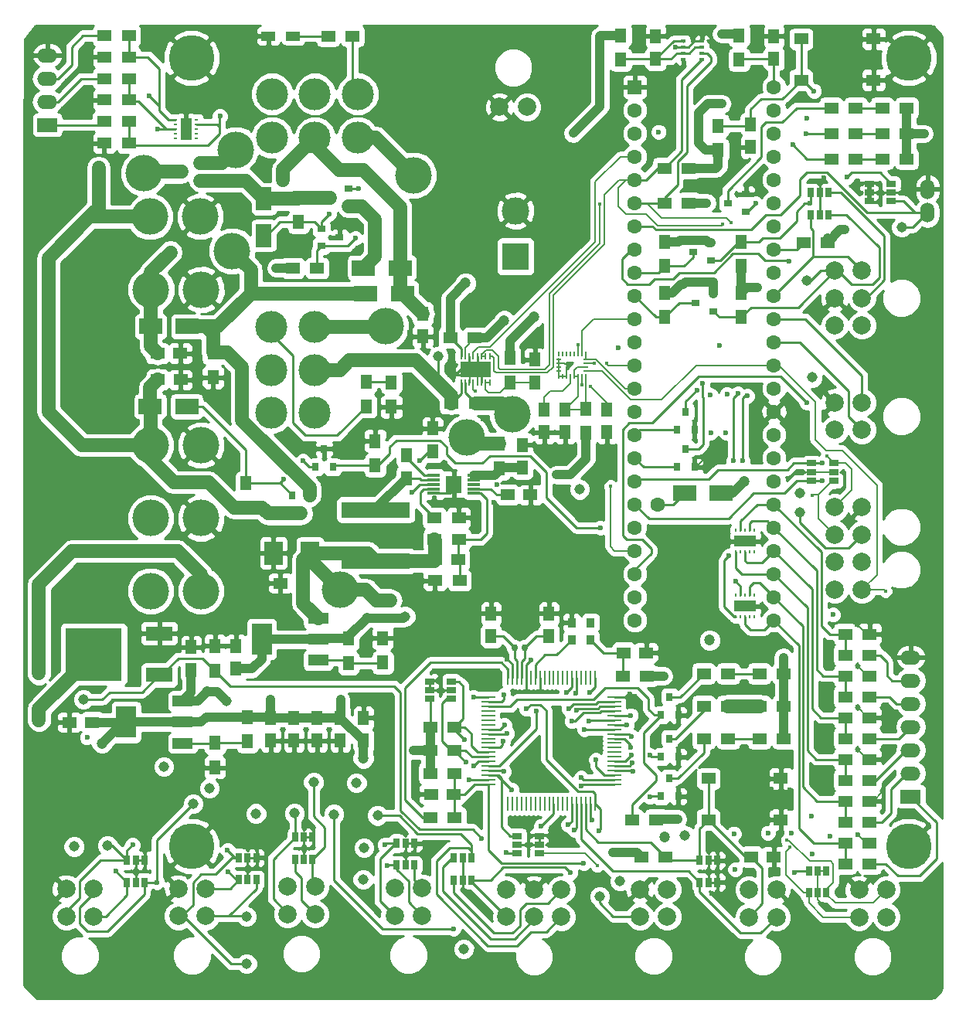
<source format=gbr>
G04 #@! TF.FileFunction,Copper,L1,Top,Signal*
%FSLAX46Y46*%
G04 Gerber Fmt 4.6, Leading zero omitted, Abs format (unit mm)*
G04 Created by KiCad (PCBNEW 4.0.4-stable) date 02/13/18 14:48:55*
%MOMM*%
%LPD*%
G01*
G04 APERTURE LIST*
%ADD10C,0.100000*%
%ADD11C,0.600000*%
%ADD12C,1.600000*%
%ADD13R,1.600000X1.600000*%
%ADD14R,1.500000X0.280000*%
%ADD15R,0.280000X1.500000*%
%ADD16C,5.000000*%
%ADD17C,4.000000*%
%ADD18O,2.197100X1.524000*%
%ADD19R,2.197100X1.524000*%
%ADD20R,1.500000X1.250000*%
%ADD21R,1.250000X1.500000*%
%ADD22R,2.000000X2.500000*%
%ADD23R,3.000000X3.000000*%
%ADD24C,3.000000*%
%ADD25R,2.500000X1.700000*%
%ADD26R,1.500000X1.300000*%
%ADD27R,0.700000X1.000000*%
%ADD28R,1.000000X0.700000*%
%ADD29R,1.300000X1.500000*%
%ADD30C,2.000000*%
%ADD31R,7.500000X1.800000*%
%ADD32R,6.200000X5.800000*%
%ADD33R,3.000000X1.600000*%
%ADD34R,0.800000X0.900000*%
%ADD35R,0.900000X0.800000*%
%ADD36C,1.500000*%
%ADD37R,1.550000X1.300000*%
%ADD38R,0.250000X0.700000*%
%ADD39R,0.825000X0.850000*%
%ADD40R,2.200000X1.200000*%
%ADD41R,2.200000X3.500000*%
%ADD42R,1.400000X0.300000*%
%ADD43R,1.700000X1.900000*%
%ADD44R,0.280000X0.530000*%
%ADD45R,0.530000X0.280000*%
%ADD46R,0.500000X0.350000*%
%ADD47R,0.900000X1.000000*%
%ADD48R,0.450000X0.250000*%
%ADD49R,1.260000X2.350000*%
%ADD50R,0.250000X0.450000*%
%ADD51R,2.350000X1.260000*%
%ADD52C,0.750000*%
%ADD53R,1.500000X1.000000*%
%ADD54C,3.500000*%
%ADD55R,1.700000X2.500000*%
%ADD56O,1.524000X2.197100*%
%ADD57C,1.143000*%
%ADD58C,0.400000*%
%ADD59C,1.200000*%
%ADD60C,1.500000*%
%ADD61C,0.200000*%
%ADD62C,0.250000*%
%ADD63C,0.150000*%
%ADD64C,1.000000*%
%ADD65C,0.254000*%
G04 APERTURE END LIST*
D10*
D11*
X85228000Y-111320000D03*
X79880000Y-68034000D03*
X82810000Y-73534000D03*
X83740000Y-67754000D03*
D12*
X87630000Y-68072000D03*
X87630000Y-70612000D03*
X87630000Y-73152000D03*
X87630000Y-75692000D03*
X87630000Y-65532000D03*
X87630000Y-62992000D03*
X87630000Y-60452000D03*
X87630000Y-78232000D03*
X87630000Y-80772000D03*
X87630000Y-83312000D03*
X87630000Y-85852000D03*
X90170000Y-73152000D03*
X102870000Y-85852000D03*
X102870000Y-83312000D03*
X102870000Y-80772000D03*
X102870000Y-78232000D03*
X102870000Y-75692000D03*
X102870000Y-73152000D03*
X102870000Y-70612000D03*
X102870000Y-68072000D03*
X87630000Y-57912000D03*
X87630000Y-55372000D03*
X87630000Y-52832000D03*
X87630000Y-50292000D03*
X87630000Y-47752000D03*
X87630000Y-45212000D03*
X87630000Y-42672000D03*
X87630000Y-40132000D03*
X87630000Y-37592000D03*
X87630000Y-35052000D03*
X87630000Y-32512000D03*
X87630000Y-29972000D03*
D13*
X87630000Y-27432000D03*
D12*
X102870000Y-65532000D03*
X102870000Y-62992000D03*
X102870000Y-60452000D03*
X102870000Y-57912000D03*
X102870000Y-55372000D03*
X102870000Y-52832000D03*
X102870000Y-50292000D03*
X102870000Y-47752000D03*
X102870000Y-45212000D03*
X102870000Y-42672000D03*
X102870000Y-40132000D03*
X102870000Y-37592000D03*
X102870000Y-35052000D03*
X102870000Y-32512000D03*
X102870000Y-29972000D03*
X102870000Y-27432000D03*
D14*
X71586000Y-94310000D03*
X71586000Y-94810000D03*
X71586000Y-95310000D03*
X71586000Y-95810000D03*
X71586000Y-96310000D03*
X71586000Y-96810000D03*
X71586000Y-97310000D03*
X71586000Y-97810000D03*
X71586000Y-98310000D03*
X71586000Y-98810000D03*
X71586000Y-99310000D03*
X71586000Y-99810000D03*
X71586000Y-100310000D03*
X71586000Y-100810000D03*
X71586000Y-101310000D03*
X71586000Y-101810000D03*
X71586000Y-102310000D03*
X71586000Y-102810000D03*
X71586000Y-103310000D03*
X71586000Y-103810000D03*
D15*
X73736000Y-105960000D03*
X74236000Y-105960000D03*
X74736000Y-105960000D03*
X75236000Y-105960000D03*
X75736000Y-105960000D03*
X76236000Y-105960000D03*
X76736000Y-105960000D03*
X77236000Y-105960000D03*
X77736000Y-105960000D03*
X78236000Y-105960000D03*
X78736000Y-105960000D03*
X79236000Y-105960000D03*
X79736000Y-105960000D03*
X80236000Y-105960000D03*
X80736000Y-105960000D03*
X81236000Y-105960000D03*
X81736000Y-105960000D03*
X82236000Y-105960000D03*
X82736000Y-105960000D03*
X83236000Y-105960000D03*
D14*
X85386000Y-103810000D03*
X85386000Y-103310000D03*
X85386000Y-102810000D03*
X85386000Y-102310000D03*
X85386000Y-101810000D03*
X85386000Y-101310000D03*
X85386000Y-100810000D03*
X85386000Y-100310000D03*
X85386000Y-99810000D03*
X85386000Y-99310000D03*
X85386000Y-98810000D03*
X85386000Y-98310000D03*
X85386000Y-97810000D03*
X85386000Y-97310000D03*
X85386000Y-96810000D03*
X85386000Y-96310000D03*
X85386000Y-95810000D03*
X85386000Y-95310000D03*
X85386000Y-94810000D03*
X85386000Y-94310000D03*
D15*
X83236000Y-92160000D03*
X82736000Y-92160000D03*
X82236000Y-92160000D03*
X81736000Y-92160000D03*
X81236000Y-92160000D03*
X80736000Y-92160000D03*
X80236000Y-92160000D03*
X79736000Y-92160000D03*
X79236000Y-92160000D03*
X78736000Y-92160000D03*
X78236000Y-92160000D03*
X77736000Y-92160000D03*
X77236000Y-92160000D03*
X76736000Y-92160000D03*
X76236000Y-92160000D03*
X75736000Y-92160000D03*
X75236000Y-92160000D03*
X74736000Y-92160000D03*
X74236000Y-92160000D03*
X73736000Y-92160000D03*
D16*
X117632520Y-110576400D03*
D17*
X34589720Y-82646520D03*
X40089720Y-82646520D03*
D11*
X103920000Y-89940000D03*
X92300000Y-107640000D03*
X97590000Y-65284000D03*
X95970000Y-65304000D03*
X97720000Y-61104000D03*
X95900000Y-61174000D03*
X97140000Y-21630000D03*
X101092000Y-49377600D03*
X110578900Y-43091100D03*
X48310800Y-47274480D03*
X109330000Y-85244000D03*
X119341900Y-32550100D03*
X92560000Y-44204000D03*
X63360000Y-100120000D03*
X102210000Y-109164000D03*
X108980000Y-109504000D03*
X92710000Y-49022000D03*
X96900000Y-55710000D03*
X107060000Y-111434000D03*
X98490000Y-109244000D03*
X106940000Y-107354000D03*
X97166000Y-29278000D03*
X96266000Y-48768000D03*
X106480000Y-30820000D03*
X105100000Y-113534000D03*
X104790000Y-109144000D03*
X96774000Y-36068000D03*
X83820000Y-21844000D03*
X47700000Y-94550000D03*
X95504000Y-40132000D03*
X27610000Y-98694000D03*
X79060000Y-69914000D03*
X80860000Y-32510000D03*
X90800000Y-91970000D03*
X90230000Y-32360000D03*
X98630000Y-113144000D03*
X101015800Y-21653500D03*
X56956960Y-45410120D03*
X95896000Y-38168000D03*
X101230000Y-38676000D03*
X112060000Y-109344000D03*
X111960000Y-86274000D03*
X112060000Y-90864000D03*
X112040000Y-95394000D03*
X112030000Y-99994000D03*
X114730000Y-104644000D03*
X88140000Y-23014000D03*
X96720000Y-66524000D03*
X67390000Y-58934000D03*
X62970000Y-54350000D03*
X104598000Y-106444000D03*
X102598000Y-106444000D03*
X64010000Y-74234000D03*
X108300000Y-93904000D03*
X108070000Y-98744000D03*
X108070000Y-104244000D03*
X92125800Y-25704800D03*
X76900000Y-67014000D03*
X27690000Y-28864000D03*
X27440000Y-33554000D03*
X104598000Y-104444000D03*
X102580000Y-104374000D03*
X72800000Y-74794000D03*
X108660000Y-89634000D03*
X76160000Y-101884000D03*
X83520000Y-99094000D03*
X56794400Y-42565320D03*
X27660000Y-24144000D03*
X25430000Y-26764000D03*
X25450000Y-30144000D03*
X119020000Y-46634000D03*
X107210000Y-52084000D03*
X23390000Y-112264000D03*
X71300000Y-122714000D03*
X86220000Y-122884000D03*
X96060000Y-125734000D03*
X115400000Y-72844000D03*
X109930000Y-71674000D03*
X118720000Y-70444000D03*
X119600000Y-67014000D03*
X117390000Y-60004000D03*
X116620000Y-55244000D03*
X23790000Y-125454000D03*
X80300000Y-125674000D03*
X98130000Y-121424000D03*
X100070000Y-113374000D03*
X69770000Y-73074000D03*
X64030000Y-75874000D03*
X72480000Y-70954000D03*
X67670000Y-73134000D03*
X57000000Y-75824000D03*
X61460000Y-75934000D03*
X57150000Y-122884000D03*
X105000000Y-125614000D03*
X22310000Y-98614000D03*
X43720000Y-101224000D03*
X58900000Y-64124000D03*
X70980000Y-63754000D03*
X63990000Y-81074000D03*
X71830000Y-64764000D03*
X57150000Y-67134000D03*
X56880000Y-71624000D03*
X49270000Y-125564000D03*
X96060000Y-115764000D03*
X32350000Y-99834000D03*
X77810000Y-41024000D03*
X76760000Y-70694000D03*
X70260000Y-75684000D03*
X72160000Y-72904000D03*
X66870000Y-68644000D03*
X61490000Y-64774000D03*
X61000000Y-68804000D03*
X43510000Y-122094000D03*
X40400000Y-86114000D03*
X24980000Y-74554000D03*
X68670000Y-39754000D03*
X95610000Y-67804000D03*
X74300000Y-93834000D03*
X74680000Y-97494000D03*
X70006000Y-107128000D03*
X56036000Y-113478000D03*
X47640000Y-108124000D03*
X37640000Y-125564000D03*
X25800000Y-83094000D03*
X66410000Y-33304000D03*
X47500000Y-35624000D03*
X65430000Y-73034000D03*
X79310000Y-98474000D03*
X62132000Y-91634000D03*
X59960000Y-102204000D03*
X60354000Y-95190000D03*
X54120000Y-101034000D03*
X32780000Y-122044000D03*
X66370000Y-125504000D03*
X80660000Y-24194000D03*
D18*
X117856000Y-100076000D03*
X117856000Y-97536000D03*
X117856000Y-94996000D03*
X117856000Y-92456000D03*
X117856000Y-102616000D03*
D19*
X117856000Y-105156000D03*
D18*
X117856000Y-89916000D03*
D20*
X35332400Y-56614300D03*
X37832400Y-56614300D03*
X35351400Y-59512200D03*
X37851400Y-59512200D03*
D21*
X76670000Y-59810000D03*
X76670000Y-57310000D03*
X64420000Y-52270000D03*
X64420000Y-54770000D03*
D20*
X51288000Y-81788000D03*
X48788000Y-81788000D03*
D21*
X39030000Y-91310000D03*
X39030000Y-88810000D03*
X75322000Y-69136000D03*
X75322000Y-66636000D03*
X65470000Y-67350000D03*
X65470000Y-64850000D03*
D20*
X73700000Y-72130000D03*
X76200000Y-72130000D03*
D21*
X43942000Y-91166000D03*
X43942000Y-88666000D03*
D20*
X28174000Y-97028000D03*
X25674000Y-97028000D03*
D21*
X62616080Y-70287200D03*
X62616080Y-67787200D03*
D20*
X65780600Y-79232760D03*
X68280600Y-79232760D03*
D22*
X52038000Y-78486000D03*
X48038000Y-78486000D03*
D21*
X102870000Y-24364000D03*
X102870000Y-21864000D03*
D23*
X74560000Y-46002000D03*
D24*
X74560000Y-41002000D03*
D21*
X77724000Y-62758000D03*
X77724000Y-65258000D03*
X80010000Y-62758000D03*
X80010000Y-65258000D03*
X84582000Y-62758000D03*
X84582000Y-65258000D03*
X89916000Y-24364000D03*
X89916000Y-21864000D03*
D20*
X67798000Y-104902000D03*
X65298000Y-104902000D03*
X102850000Y-111760000D03*
X100350000Y-111760000D03*
D21*
X47752000Y-96540000D03*
X47752000Y-99040000D03*
X50292000Y-96540000D03*
X50292000Y-99040000D03*
X52832000Y-96540000D03*
X52832000Y-99040000D03*
X55372000Y-96540000D03*
X55372000Y-99040000D03*
X57912000Y-99040000D03*
X57912000Y-96540000D03*
X78232000Y-87610000D03*
X78232000Y-85110000D03*
X71882000Y-87610000D03*
X71882000Y-85110000D03*
D20*
X86380000Y-89408000D03*
X88880000Y-89408000D03*
D25*
X38532400Y-62424300D03*
X34532400Y-62424300D03*
X38582600Y-53670200D03*
X34582600Y-53670200D03*
X57912000Y-47244000D03*
X61912000Y-47244000D03*
X58166000Y-50038000D03*
X62166000Y-50038000D03*
D26*
X114728000Y-29718000D03*
X117428000Y-29718000D03*
D27*
X61550000Y-112680000D03*
X62500000Y-112680000D03*
X63450000Y-112680000D03*
X63450000Y-110280000D03*
X62500000Y-110280000D03*
X61550000Y-110280000D03*
X50410000Y-112040000D03*
X51360000Y-112040000D03*
X52310000Y-112040000D03*
X52310000Y-109640000D03*
X51360000Y-109640000D03*
X50410000Y-109640000D03*
X44260000Y-114280000D03*
X45210000Y-114280000D03*
X46160000Y-114280000D03*
X46160000Y-111880000D03*
X45210000Y-111880000D03*
X44260000Y-111880000D03*
X32004000Y-114554000D03*
X32954000Y-114554000D03*
X33904000Y-114554000D03*
X33904000Y-112154000D03*
X32954000Y-112154000D03*
X32004000Y-112154000D03*
X67818000Y-114300000D03*
X68768000Y-114300000D03*
X69718000Y-114300000D03*
X69718000Y-111900000D03*
X68768000Y-111900000D03*
X67818000Y-111900000D03*
X106700000Y-115694000D03*
X107650000Y-115694000D03*
X108600000Y-115694000D03*
X108600000Y-113294000D03*
X107650000Y-113294000D03*
X106700000Y-113294000D03*
X94742000Y-114554000D03*
X95692000Y-114554000D03*
X96642000Y-114554000D03*
X96642000Y-112154000D03*
X95692000Y-112154000D03*
X94742000Y-112154000D03*
D28*
X115708000Y-39946000D03*
X115708000Y-38996000D03*
X115708000Y-38046000D03*
X113308000Y-38046000D03*
X113308000Y-38996000D03*
X113308000Y-39946000D03*
X77160000Y-111390000D03*
X77160000Y-110440000D03*
X77160000Y-109490000D03*
X74760000Y-109490000D03*
X74760000Y-110440000D03*
X74760000Y-111390000D03*
X107010000Y-68650000D03*
X107010000Y-69600000D03*
X107010000Y-70550000D03*
X109410000Y-70550000D03*
X109410000Y-69600000D03*
X109410000Y-68650000D03*
D27*
X106934000Y-41402000D03*
X107884000Y-41402000D03*
X108834000Y-41402000D03*
X108834000Y-39002000D03*
X107884000Y-39002000D03*
X106934000Y-39002000D03*
D28*
X67530000Y-94470000D03*
X67530000Y-93520000D03*
X67530000Y-92570000D03*
X65130000Y-92570000D03*
X65130000Y-93520000D03*
X65130000Y-94470000D03*
D26*
X101266000Y-91694000D03*
X103966000Y-91694000D03*
D29*
X60960000Y-62480000D03*
X60960000Y-59780000D03*
D30*
X64315300Y-115218160D03*
X64315300Y-118218160D03*
X61315300Y-115218160D03*
X61315300Y-118218160D03*
X52590000Y-115060000D03*
X52590000Y-118060000D03*
X49590000Y-115060000D03*
X49590000Y-118060000D03*
X40620000Y-115270000D03*
X40620000Y-118270000D03*
X37620000Y-115270000D03*
X37620000Y-118270000D03*
X112520000Y-50546000D03*
X109520000Y-50546000D03*
X109520000Y-47546000D03*
X112520000Y-47546000D03*
X109520000Y-53546000D03*
X112520000Y-53546000D03*
X112520000Y-79478000D03*
X109520000Y-79478000D03*
X109520000Y-73478000D03*
X112520000Y-73478000D03*
X109520000Y-82478000D03*
X112520000Y-82478000D03*
X112520000Y-76478000D03*
X109520000Y-76478000D03*
X28330000Y-115280000D03*
X28330000Y-118280000D03*
X25330000Y-115280000D03*
X25330000Y-118280000D03*
X109520000Y-62000000D03*
X112520000Y-62000000D03*
X109520000Y-65000000D03*
X112520000Y-65000000D03*
D17*
X34512400Y-41630000D03*
X40012400Y-41630000D03*
D30*
X76577020Y-118360400D03*
X76577020Y-115360400D03*
X79577020Y-115360400D03*
X79577020Y-118360400D03*
X73577020Y-115360400D03*
X73577020Y-118360400D03*
D17*
X34622400Y-49620000D03*
X40122400Y-49620000D03*
D30*
X115190000Y-115364000D03*
X115190000Y-118364000D03*
X112190000Y-115364000D03*
X112190000Y-118364000D03*
X91180880Y-115319760D03*
X91180880Y-118319760D03*
X88180880Y-115319760D03*
X88180880Y-118319760D03*
D18*
X23262400Y-29040000D03*
X23262400Y-26500000D03*
X23262400Y-23960000D03*
D19*
X23262400Y-31580000D03*
D17*
X34592400Y-66680000D03*
X40092400Y-66680000D03*
X34592400Y-74670000D03*
X40092400Y-74670000D03*
D30*
X103139200Y-115375640D03*
X103139200Y-118375640D03*
X100139200Y-115375640D03*
X100139200Y-118375640D03*
D31*
X59263280Y-73761600D03*
X59263280Y-79361600D03*
D32*
X28348940Y-89575640D03*
D33*
X35528940Y-91860640D03*
X35528940Y-87290640D03*
D34*
X52004000Y-72152000D03*
X50104000Y-72152000D03*
X51054000Y-74152000D03*
X52644000Y-69072000D03*
X54544000Y-69072000D03*
X53594000Y-67072000D03*
D35*
X40014400Y-37678400D03*
X40014400Y-35778400D03*
X38014400Y-36728400D03*
X95996000Y-46416000D03*
X95996000Y-44516000D03*
X93996000Y-45466000D03*
X96250000Y-52004000D03*
X96250000Y-50104000D03*
X94250000Y-51054000D03*
X99806000Y-41082000D03*
X99806000Y-39182000D03*
X97806000Y-40132000D03*
D34*
X90490000Y-96250000D03*
X92390000Y-96250000D03*
X91440000Y-94250000D03*
X90490000Y-105140000D03*
X92390000Y-105140000D03*
X91440000Y-103140000D03*
D29*
X41630000Y-91360000D03*
X41630000Y-88660000D03*
D36*
X22352000Y-96774000D03*
X22352000Y-91674000D03*
D29*
X73950000Y-59830000D03*
X73950000Y-57130000D03*
X45034200Y-73524100D03*
X45034200Y-70824100D03*
D26*
X67500000Y-62100000D03*
X70200000Y-62100000D03*
D29*
X59182000Y-68914000D03*
X59182000Y-66214000D03*
X41412400Y-56544300D03*
X41412400Y-59244300D03*
D26*
X67400000Y-54900000D03*
X70100000Y-54900000D03*
D29*
X72782000Y-69236000D03*
X72782000Y-66536000D03*
D26*
X65634880Y-74630280D03*
X68334880Y-74630280D03*
D29*
X56271160Y-87862420D03*
X56271160Y-90562420D03*
X60015120Y-90506540D03*
X60015120Y-87806540D03*
X45212000Y-96440000D03*
X45212000Y-99140000D03*
X41640000Y-99284000D03*
X41640000Y-101984000D03*
D26*
X68395840Y-77022960D03*
X65695840Y-77022960D03*
X68426320Y-81503520D03*
X65726320Y-81503520D03*
X110664000Y-112522000D03*
X113364000Y-112522000D03*
X110664000Y-107950000D03*
X113364000Y-107950000D03*
X110664000Y-103378000D03*
X113364000Y-103378000D03*
X110664000Y-98806000D03*
X113364000Y-98806000D03*
X110664000Y-94234000D03*
X113364000Y-94234000D03*
X110664000Y-89662000D03*
X113364000Y-89662000D03*
X32204400Y-31210000D03*
X29504400Y-31210000D03*
X32204400Y-26510000D03*
X29504400Y-26510000D03*
X32194400Y-21810000D03*
X29494400Y-21810000D03*
X110664000Y-110236000D03*
X113364000Y-110236000D03*
X110664000Y-105664000D03*
X113364000Y-105664000D03*
X110664000Y-101092000D03*
X113364000Y-101092000D03*
X110664000Y-96520000D03*
X113364000Y-96520000D03*
X110664000Y-91948000D03*
X113364000Y-91948000D03*
X110664000Y-87376000D03*
X113364000Y-87376000D03*
X32204400Y-33570000D03*
X29504400Y-33570000D03*
X32204400Y-28860000D03*
X29504400Y-28860000D03*
X32204400Y-24160000D03*
X29504400Y-24160000D03*
D29*
X99060000Y-24464000D03*
X99060000Y-21764000D03*
X90932000Y-44370000D03*
X90932000Y-47070000D03*
X90932000Y-49958000D03*
X90932000Y-52658000D03*
D26*
X90852000Y-36322000D03*
X93552000Y-36322000D03*
X109140000Y-29718000D03*
X111840000Y-29718000D03*
D29*
X99314000Y-47070000D03*
X99314000Y-44370000D03*
X99314000Y-49958000D03*
X99314000Y-52658000D03*
D26*
X90852000Y-40132000D03*
X93552000Y-40132000D03*
D29*
X82296000Y-65358000D03*
X82296000Y-62658000D03*
X86106000Y-24464000D03*
X86106000Y-21764000D03*
D26*
X67898000Y-102616000D03*
X65198000Y-102616000D03*
X65198000Y-107442000D03*
X67898000Y-107442000D03*
X67898000Y-100076000D03*
X65198000Y-100076000D03*
X67898000Y-97536000D03*
X65198000Y-97536000D03*
X88312000Y-111760000D03*
X91012000Y-111760000D03*
X95170000Y-91694000D03*
X97870000Y-91694000D03*
X88980000Y-91948000D03*
X86280000Y-91948000D03*
D29*
X58212400Y-59720000D03*
X58212400Y-62420000D03*
D37*
X103632000Y-107696000D03*
X103632000Y-103196000D03*
X95682000Y-107696000D03*
X95682000Y-103196000D03*
D38*
X68585000Y-59820000D03*
X69035000Y-59820000D03*
X69485000Y-59820000D03*
X69935000Y-59820000D03*
X70385000Y-59820000D03*
X70835000Y-59820000D03*
X71285000Y-59820000D03*
X71735000Y-59820000D03*
X71735000Y-56920000D03*
X71285000Y-56920000D03*
X70835000Y-56920000D03*
X70385000Y-56920000D03*
X69935000Y-56920000D03*
X69485000Y-56920000D03*
X69035000Y-56920000D03*
X68585000Y-56920000D03*
D39*
X71397500Y-57945000D03*
X70572500Y-57945000D03*
X69747500Y-57945000D03*
X68922500Y-57945000D03*
X71397500Y-58795000D03*
X70572500Y-58795000D03*
X69747500Y-58795000D03*
X68922500Y-58795000D03*
D40*
X52943760Y-90246200D03*
X52943760Y-87946200D03*
X52943760Y-85646200D03*
D41*
X46743760Y-87936200D03*
D40*
X38100000Y-99314000D03*
X38100000Y-97014000D03*
X38100000Y-94714000D03*
D41*
X31900000Y-97004000D03*
D42*
X65602760Y-69962520D03*
X65602760Y-70462520D03*
X65602760Y-70962520D03*
X65602760Y-71462520D03*
X65602760Y-71962520D03*
X70002760Y-71962520D03*
X70002760Y-71462520D03*
X70002760Y-70962520D03*
X70002760Y-70462520D03*
X70002760Y-69962520D03*
D43*
X67802760Y-70962520D03*
D44*
X79267000Y-59137000D03*
D45*
X79302000Y-58557000D03*
X79302000Y-58127000D03*
X79302000Y-57697000D03*
X79302000Y-57267000D03*
D44*
X79267000Y-56687000D03*
X79697000Y-56687000D03*
X80127000Y-56687000D03*
X80557000Y-56687000D03*
X80987000Y-56687000D03*
X81417000Y-56687000D03*
X81847000Y-56687000D03*
X82277000Y-56687000D03*
D45*
X82242000Y-57267000D03*
X82242000Y-57697000D03*
X82242000Y-58127000D03*
X82242000Y-58557000D03*
D44*
X82277000Y-59137000D03*
X81847000Y-59137000D03*
X81417000Y-59137000D03*
X80987000Y-59137000D03*
X80557000Y-59137000D03*
X80127000Y-59137000D03*
X79697000Y-59137000D03*
D46*
X94996000Y-24384000D03*
X92946000Y-24384000D03*
X92946000Y-23734000D03*
X92946000Y-23084000D03*
X92946000Y-22434000D03*
X94996000Y-23734000D03*
X94996000Y-23084000D03*
X94996000Y-22434000D03*
D47*
X82804000Y-86106000D03*
X80704000Y-86106000D03*
X80704000Y-88006000D03*
X82804000Y-88006000D03*
D48*
X39624000Y-33020000D03*
X39624000Y-32520000D03*
X39624000Y-32020000D03*
X39624000Y-31520000D03*
X39624000Y-31020000D03*
X37274000Y-31020000D03*
X37274000Y-31520000D03*
X37274000Y-32020000D03*
X37274000Y-32520000D03*
X37274000Y-33020000D03*
D49*
X38449000Y-32020000D03*
D50*
X100722000Y-76014000D03*
X100222000Y-76014000D03*
X99722000Y-76014000D03*
X99222000Y-76014000D03*
X98722000Y-76014000D03*
X98722000Y-78364000D03*
X99222000Y-78364000D03*
X99722000Y-78364000D03*
X100222000Y-78364000D03*
X100722000Y-78364000D03*
D51*
X99722000Y-77189000D03*
D50*
X100722000Y-83126000D03*
X100222000Y-83126000D03*
X99722000Y-83126000D03*
X99222000Y-83126000D03*
X98722000Y-83126000D03*
X98722000Y-85476000D03*
X99222000Y-85476000D03*
X99722000Y-85476000D03*
X100222000Y-85476000D03*
X100722000Y-85476000D03*
D51*
X99722000Y-84301000D03*
D52*
X75550000Y-88890000D03*
X74450000Y-88890000D03*
D21*
X100330000Y-34016000D03*
X100330000Y-31516000D03*
D29*
X96774000Y-34370000D03*
X96774000Y-31670000D03*
D37*
X113792000Y-26670000D03*
X113792000Y-22170000D03*
X105842000Y-26670000D03*
X105842000Y-22170000D03*
D53*
X47498000Y-21844000D03*
X50198000Y-21844000D03*
D26*
X56722000Y-21844000D03*
X54022000Y-21844000D03*
D54*
X52578000Y-53720000D03*
X52578000Y-58420000D03*
X52578000Y-63120000D03*
X47778000Y-53720000D03*
X47778000Y-58420000D03*
X47778000Y-63120000D03*
X47878000Y-28194000D03*
X52578000Y-28194000D03*
X57278000Y-28194000D03*
X47878000Y-32994000D03*
X52578000Y-32994000D03*
X57278000Y-32994000D03*
D55*
X46990000Y-43688000D03*
X46990000Y-39688000D03*
D35*
X56229760Y-40487640D03*
X56229760Y-38587640D03*
X54229760Y-39537640D03*
X53269640Y-42956440D03*
X53269640Y-44856440D03*
X55269640Y-43906440D03*
D29*
X50800000Y-39544000D03*
X50800000Y-42244000D03*
D26*
X50130720Y-47274480D03*
X52830720Y-47274480D03*
X101266000Y-95250000D03*
X103966000Y-95250000D03*
X101266000Y-98806000D03*
X103966000Y-98806000D03*
D34*
X90490000Y-100822000D03*
X92390000Y-100822000D03*
X91440000Y-98822000D03*
D26*
X95170000Y-95250000D03*
X97870000Y-95250000D03*
X95170000Y-98806000D03*
X97870000Y-98806000D03*
X114728000Y-32512000D03*
X117428000Y-32512000D03*
X114728000Y-35306000D03*
X117428000Y-35306000D03*
D34*
X92268000Y-65008000D03*
X94168000Y-65008000D03*
X93218000Y-63008000D03*
X92268000Y-69072000D03*
X94168000Y-69072000D03*
X93218000Y-67072000D03*
D26*
X109140000Y-32512000D03*
X111840000Y-32512000D03*
X109140000Y-35306000D03*
X111840000Y-35306000D03*
D16*
X39050000Y-24254500D03*
X39050000Y-110576400D03*
D56*
X119690000Y-38640000D03*
X119690000Y-41180000D03*
D26*
X108792000Y-44450000D03*
X106092000Y-44450000D03*
X89996000Y-107696000D03*
X87296000Y-107696000D03*
D11*
X61798000Y-22094000D03*
X55390000Y-94530000D03*
D30*
X72810000Y-29630000D03*
X75810000Y-29630000D03*
D25*
X97080000Y-71930000D03*
X93080000Y-71930000D03*
D16*
X117632520Y-24254500D03*
D57*
X57850000Y-114264000D03*
X26180000Y-110654000D03*
X83770000Y-116144000D03*
X28880000Y-36274000D03*
X62480000Y-85444000D03*
X57950000Y-110804000D03*
X29860000Y-110534000D03*
X93120000Y-109464000D03*
X36760000Y-45554000D03*
X42850000Y-94674000D03*
X57140000Y-103654000D03*
X46130000Y-107034000D03*
X68900000Y-121864000D03*
X106500000Y-48654000D03*
X81580000Y-71524000D03*
X36010000Y-101874000D03*
X52420000Y-103604000D03*
X50320000Y-107014000D03*
X54640000Y-107104000D03*
X107070000Y-59264000D03*
X49100000Y-37654000D03*
X41040000Y-104274000D03*
X45100000Y-118314000D03*
X86010000Y-114444000D03*
X105690000Y-71934000D03*
X66070000Y-56954000D03*
X39260000Y-105944000D03*
X27210000Y-94544000D03*
X45110000Y-123504000D03*
X59440000Y-107254000D03*
X105720000Y-74064000D03*
X60850000Y-83664000D03*
X116850000Y-42814000D03*
D17*
X33830000Y-36864000D03*
D58*
X108310000Y-117084000D03*
X92180000Y-101974000D03*
X91950000Y-97704000D03*
X77160000Y-54640000D03*
X64150000Y-64720000D03*
X93630000Y-104880000D03*
X76050000Y-109620000D03*
D11*
X82900000Y-107710000D03*
X87080000Y-93960000D03*
X76240000Y-90220000D03*
X73660000Y-90100000D03*
X69510000Y-103320000D03*
D58*
X63710000Y-104720000D03*
X63300000Y-111280000D03*
X94770000Y-113360000D03*
X66260000Y-91950000D03*
X101460000Y-84150000D03*
X101540000Y-77020000D03*
X106000000Y-69630000D03*
X80270000Y-58060000D03*
D11*
X108342000Y-37406000D03*
X92090000Y-23110000D03*
X69080000Y-115530000D03*
D17*
X55360000Y-82520000D03*
D59*
X40790000Y-93664000D03*
X69090000Y-48934000D03*
X76560000Y-52640000D03*
D11*
X64040000Y-68390000D03*
X63190000Y-71860000D03*
D59*
X58260000Y-85630000D03*
X73320000Y-53040000D03*
X90880000Y-109624000D03*
X99590000Y-70694000D03*
X95820000Y-88044000D03*
X57870000Y-100974000D03*
X29260000Y-99340000D03*
D58*
X82780000Y-60200000D03*
X81850000Y-60040000D03*
D11*
X82690000Y-93754000D03*
X75770000Y-95574000D03*
X83660000Y-108920000D03*
X82030000Y-112470000D03*
X51270000Y-68380000D03*
X49140000Y-70410000D03*
D17*
X43484800Y-45394880D03*
X43891200Y-34300160D03*
D11*
X81790000Y-103970000D03*
X60460000Y-112730000D03*
X80700000Y-96890000D03*
X81760000Y-103080000D03*
X60220000Y-110450000D03*
X80350000Y-108270000D03*
X81260000Y-95750000D03*
X80990000Y-108840000D03*
X81170000Y-93820000D03*
X43060000Y-113390000D03*
X80400000Y-95580000D03*
X43010000Y-111050000D03*
X80150000Y-93740000D03*
X73340000Y-97314000D03*
X30740000Y-113354000D03*
X73180000Y-99124000D03*
X35280000Y-114554000D03*
X73650000Y-98264000D03*
X32600000Y-110484000D03*
X82090000Y-97800000D03*
X67760000Y-119684000D03*
X86760000Y-97320000D03*
X80570000Y-113520000D03*
X87180000Y-96270000D03*
X82590000Y-96930000D03*
D58*
X104610000Y-110674000D03*
X97270000Y-42484000D03*
X98160000Y-42284000D03*
X104310000Y-109954000D03*
X83790000Y-40280000D03*
X115090000Y-82660000D03*
X83510000Y-112760000D03*
D11*
X74110000Y-104400000D03*
X73544000Y-111320000D03*
X73290000Y-102430000D03*
X108200000Y-68640000D03*
X108160000Y-70530000D03*
D58*
X108660000Y-67850000D03*
X107030000Y-72140000D03*
X83170000Y-57710000D03*
X84540000Y-57700000D03*
D11*
X106450000Y-62024000D03*
X106818000Y-40200000D03*
X69110000Y-101394000D03*
X69000000Y-98914000D03*
X99960000Y-61282000D03*
X99452000Y-68394000D03*
X97928000Y-78808000D03*
X98690000Y-81602000D03*
X98436000Y-68394000D03*
X98944000Y-61028000D03*
X70840000Y-109730000D03*
X77380000Y-108400000D03*
X83880000Y-75714000D03*
X106400000Y-32574000D03*
X94410000Y-60654000D03*
X100860000Y-40190000D03*
X89292000Y-100652000D03*
X69988000Y-94302000D03*
X89292000Y-105224000D03*
X73290000Y-94048000D03*
D17*
X69226000Y-65854000D03*
X60336000Y-53662000D03*
D11*
X42170000Y-30640000D03*
X35330000Y-32020000D03*
X34460000Y-28404000D03*
D58*
X70160000Y-60780000D03*
X84974000Y-71188000D03*
X81418000Y-55694000D03*
D11*
X76870000Y-95810000D03*
X83350000Y-101134000D03*
X85820000Y-55964000D03*
X87290000Y-98604000D03*
X87170000Y-99804000D03*
X70010000Y-101804000D03*
X87400000Y-102370000D03*
X87360000Y-101490000D03*
X87260000Y-100652000D03*
X107270000Y-27880000D03*
D17*
X63370000Y-37100000D03*
X74230000Y-63320000D03*
D11*
X57363360Y-38572440D03*
X54117240Y-41315640D03*
X110870000Y-37324000D03*
X104490000Y-46534000D03*
X57010000Y-43990000D03*
X104910000Y-33730000D03*
X95060000Y-59904000D03*
D60*
X34622400Y-49620000D02*
X34622400Y-47691600D01*
X34622400Y-47691600D02*
X36760000Y-45554000D01*
X33965600Y-36728400D02*
X38014400Y-36728400D01*
X33830000Y-36864000D02*
X33965600Y-36728400D01*
X34582600Y-53670200D02*
X34582600Y-55864500D01*
X34582600Y-55864500D02*
X35332400Y-56614300D01*
X34622400Y-49620000D02*
X34622400Y-53630400D01*
X34622400Y-53630400D02*
X34582600Y-53670200D01*
X34533840Y-82702400D02*
X34589720Y-82646520D01*
D61*
X107650000Y-115694000D02*
X107650000Y-116424000D01*
X107650000Y-116424000D02*
X108310000Y-117084000D01*
X92390000Y-100822000D02*
X92390000Y-101764000D01*
X92390000Y-101764000D02*
X92180000Y-101974000D01*
X92390000Y-96250000D02*
X92390000Y-97304000D01*
X91990000Y-97704000D02*
X91950000Y-97704000D01*
X92390000Y-97304000D02*
X91990000Y-97704000D01*
X107650000Y-113294000D02*
X107650000Y-115694000D01*
X107650000Y-113294000D02*
X108600000Y-113294000D01*
X88140000Y-23014000D02*
X88140000Y-22774000D01*
X88140000Y-22774000D02*
X89050000Y-21864000D01*
X89050000Y-21864000D02*
X89916000Y-21864000D01*
X113364000Y-105664000D02*
X113710000Y-105664000D01*
X113710000Y-105664000D02*
X114730000Y-104644000D01*
X113364000Y-110236000D02*
X112952000Y-110236000D01*
X112952000Y-110236000D02*
X112060000Y-109344000D01*
X113364000Y-105664000D02*
X113140000Y-105664000D01*
X113364000Y-101092000D02*
X113128000Y-101092000D01*
X113128000Y-101092000D02*
X112030000Y-99994000D01*
X113364000Y-96520000D02*
X113166000Y-96520000D01*
X113166000Y-96520000D02*
X112040000Y-95394000D01*
X113364000Y-91948000D02*
X113144000Y-91948000D01*
X113144000Y-91948000D02*
X112060000Y-90864000D01*
X113364000Y-87376000D02*
X113062000Y-87376000D01*
X113062000Y-87376000D02*
X111960000Y-86274000D01*
X94168000Y-69072000D02*
X94342000Y-69072000D01*
X94342000Y-69072000D02*
X95610000Y-67804000D01*
D62*
X67800000Y-58934000D02*
X68783500Y-58934000D01*
X68783500Y-58934000D02*
X68922500Y-58795000D01*
X67390000Y-58934000D02*
X67800000Y-58934000D01*
X67800000Y-58934000D02*
X67933500Y-58934000D01*
X67933500Y-58934000D02*
X68922500Y-57945000D01*
D61*
X76670000Y-57310000D02*
X76670000Y-55130000D01*
X76670000Y-55130000D02*
X77160000Y-54640000D01*
X65470000Y-64850000D02*
X64280000Y-64850000D01*
X64280000Y-64850000D02*
X64150000Y-64720000D01*
X92390000Y-105140000D02*
X93370000Y-105140000D01*
X93370000Y-105140000D02*
X93630000Y-104880000D01*
X77160000Y-109490000D02*
X76180000Y-109490000D01*
X76180000Y-109490000D02*
X76050000Y-109620000D01*
X113364000Y-110236000D02*
X113674000Y-110236000D01*
D62*
X82736000Y-105960000D02*
X82736000Y-107546000D01*
X82736000Y-107546000D02*
X82900000Y-107710000D01*
X85386000Y-94310000D02*
X86730000Y-94310000D01*
X86730000Y-94310000D02*
X87080000Y-93960000D01*
X77236000Y-93524000D02*
X77236000Y-92160000D01*
X77030000Y-93730000D02*
X77236000Y-93524000D01*
X75990000Y-93730000D02*
X77030000Y-93730000D01*
X75736000Y-93476000D02*
X75990000Y-93730000D01*
X75736000Y-92160000D02*
X75736000Y-93476000D01*
X75736000Y-92160000D02*
X75736000Y-90724000D01*
X75736000Y-90724000D02*
X76240000Y-90220000D01*
X74236000Y-92160000D02*
X74236000Y-90676000D01*
X74236000Y-90676000D02*
X73660000Y-90100000D01*
X71586000Y-103310000D02*
X69520000Y-103310000D01*
X69520000Y-103310000D02*
X69510000Y-103320000D01*
D61*
X65298000Y-104902000D02*
X63892000Y-104902000D01*
X63892000Y-104902000D02*
X63710000Y-104720000D01*
X63450000Y-110280000D02*
X63450000Y-111130000D01*
X63450000Y-111130000D02*
X63300000Y-111280000D01*
X95692000Y-114554000D02*
X95692000Y-113732000D01*
X95320000Y-113360000D02*
X94770000Y-113360000D01*
X95692000Y-113732000D02*
X95320000Y-113360000D01*
X65130000Y-92570000D02*
X65640000Y-92570000D01*
X65640000Y-92570000D02*
X66260000Y-91950000D01*
X99722000Y-84301000D02*
X101309000Y-84301000D01*
X101309000Y-84301000D02*
X101460000Y-84150000D01*
X99722000Y-77189000D02*
X101371000Y-77189000D01*
X101371000Y-77189000D02*
X101540000Y-77020000D01*
X107010000Y-69600000D02*
X106030000Y-69600000D01*
X106030000Y-69600000D02*
X106000000Y-69630000D01*
X109410000Y-69600000D02*
X107010000Y-69600000D01*
D62*
X113308000Y-38046000D02*
X113516000Y-38046000D01*
X113308000Y-39946000D02*
X113604000Y-39946000D01*
X115708000Y-38996000D02*
X113308000Y-38996000D01*
X119690000Y-38640000D02*
X117800000Y-38640000D01*
X117444000Y-38996000D02*
X115708000Y-38996000D01*
X117800000Y-38640000D02*
X117444000Y-38996000D01*
D61*
X79302000Y-57697000D02*
X79907000Y-57697000D01*
X80127000Y-58203000D02*
X80270000Y-58060000D01*
X80127000Y-58203000D02*
X80127000Y-59137000D01*
X79907000Y-57697000D02*
X80270000Y-58060000D01*
X68922500Y-58795000D02*
X69747500Y-58795000D01*
X69747500Y-58795000D02*
X70572500Y-58795000D01*
X70572500Y-58795000D02*
X71397500Y-58795000D01*
X71397500Y-58795000D02*
X71397500Y-57945000D01*
X71397500Y-57945000D02*
X70572500Y-57945000D01*
X70572500Y-57945000D02*
X69747500Y-57945000D01*
X70385000Y-59820000D02*
X70385000Y-58982500D01*
X70385000Y-58982500D02*
X70197500Y-58795000D01*
X70197500Y-58795000D02*
X69747500Y-58795000D01*
X69747500Y-58795000D02*
X69560002Y-58982498D01*
X69560002Y-58982498D02*
X69560002Y-59820000D01*
X69560002Y-59820000D02*
X69485000Y-59820000D01*
X80127000Y-59137000D02*
X79697000Y-59137000D01*
X79697000Y-59137000D02*
X79267000Y-59137000D01*
X79267000Y-59137000D02*
X79302000Y-59102000D01*
X79302000Y-59102000D02*
X79302000Y-58127000D01*
X79302000Y-58127000D02*
X79302000Y-57697000D01*
X79302000Y-57697000D02*
X79302000Y-57267000D01*
X79302000Y-57267000D02*
X79235000Y-57200000D01*
D63*
X69535002Y-59820000D02*
X69485000Y-59820000D01*
D62*
X70835000Y-59820000D02*
X70835000Y-59057500D01*
X70835000Y-59057500D02*
X70572500Y-58795000D01*
X70385000Y-58982500D02*
X70572500Y-58795000D01*
X69485000Y-56920000D02*
X69485000Y-57682500D01*
X69485000Y-57682500D02*
X69747500Y-57945000D01*
X70385000Y-56920000D02*
X70385000Y-57757500D01*
X70385000Y-57757500D02*
X70572500Y-57945000D01*
X107884000Y-39002000D02*
X107884000Y-37864000D01*
X107884000Y-37864000D02*
X108342000Y-37406000D01*
X107884000Y-39002000D02*
X107884000Y-41402000D01*
X92946000Y-24384000D02*
X92946000Y-24884600D01*
X92946000Y-24884600D02*
X92125800Y-25704800D01*
X100444000Y-76830000D02*
X100576000Y-76962000D01*
X92946000Y-23084000D02*
X92116000Y-23084000D01*
X92116000Y-23084000D02*
X92090000Y-23110000D01*
X65130000Y-92570000D02*
X65130000Y-93520000D01*
X65130000Y-93520000D02*
X67530000Y-93520000D01*
X74760000Y-110440000D02*
X77160000Y-110440000D01*
X77160000Y-110440000D02*
X77160000Y-109490000D01*
X95692000Y-114554000D02*
X95692000Y-112154000D01*
X95692000Y-112154000D02*
X96642000Y-112154000D01*
X96642000Y-112154000D02*
X96642000Y-114554000D01*
X96642000Y-114554000D02*
X95692000Y-114554000D01*
X68768000Y-114300000D02*
X68768000Y-115218000D01*
X68768000Y-115218000D02*
X69080000Y-115530000D01*
X68768000Y-114300000D02*
X68768000Y-111900000D01*
X62500000Y-112680000D02*
X62500000Y-110280000D01*
X62500000Y-110280000D02*
X63450000Y-110280000D01*
X51360000Y-112040000D02*
X51360000Y-109640000D01*
X51360000Y-109640000D02*
X52310000Y-109640000D01*
X45210000Y-114280000D02*
X45210000Y-111880000D01*
X45210000Y-111880000D02*
X46160000Y-111880000D01*
X32954000Y-114554000D02*
X32954000Y-112154000D01*
X32954000Y-112154000D02*
X33904000Y-112154000D01*
X67802760Y-70962520D02*
X67802760Y-71487240D01*
X67802760Y-71487240D02*
X67327480Y-71962520D01*
X67327480Y-71962520D02*
X65602760Y-71962520D01*
X92946000Y-23084000D02*
X93476000Y-23084000D01*
X94126000Y-22434000D02*
X94996000Y-22434000D01*
X93476000Y-23084000D02*
X94126000Y-22434000D01*
D60*
X28880000Y-36274000D02*
X28880000Y-40652500D01*
X28880000Y-40652500D02*
X27902500Y-41630000D01*
X45034200Y-73524100D02*
X46803300Y-73524100D01*
X47431200Y-74152000D02*
X51054000Y-74152000D01*
X46803300Y-73524100D02*
X47431200Y-74152000D01*
X34592400Y-66680000D02*
X34592400Y-68234700D01*
X34592400Y-68234700D02*
X37096700Y-70739000D01*
X43717200Y-73524100D02*
X45034200Y-73524100D01*
X40932100Y-70739000D02*
X43717200Y-73524100D01*
X37096700Y-70739000D02*
X40932100Y-70739000D01*
X34532400Y-62424300D02*
X34532400Y-60331200D01*
X34532400Y-60331200D02*
X35351400Y-59512200D01*
X34592400Y-66680000D02*
X34592400Y-62484300D01*
X34592400Y-62484300D02*
X34532400Y-62424300D01*
X34512400Y-41630000D02*
X27902500Y-41630000D01*
X27030600Y-66680000D02*
X34592400Y-66680000D01*
X23380700Y-63030100D02*
X27030600Y-66680000D01*
X23380700Y-46151800D02*
X23380700Y-63030100D01*
X27902500Y-41630000D02*
X23380700Y-46151800D01*
D61*
X71285000Y-59820000D02*
X71735000Y-59820000D01*
X73950000Y-59830000D02*
X76650000Y-59830000D01*
X76650000Y-59830000D02*
X76670000Y-59810000D01*
X71285000Y-59820000D02*
X71285000Y-60555000D01*
X72880000Y-60900000D02*
X73950000Y-59830000D01*
X71630000Y-60900000D02*
X72880000Y-60900000D01*
X71285000Y-60555000D02*
X71630000Y-60900000D01*
D60*
X49100000Y-37654000D02*
X49100000Y-36472000D01*
X49100000Y-36472000D02*
X52578000Y-32994000D01*
X62166000Y-50038000D02*
X62188000Y-50038000D01*
X62188000Y-50038000D02*
X64420000Y-52270000D01*
X62166000Y-50038000D02*
X62300000Y-50038000D01*
X52578000Y-32994000D02*
X52578000Y-33828000D01*
X52578000Y-33828000D02*
X55240000Y-36490000D01*
X55240000Y-36490000D02*
X57840000Y-36490000D01*
X57840000Y-36490000D02*
X61912000Y-40562000D01*
X61912000Y-40562000D02*
X61912000Y-47244000D01*
X61912000Y-47244000D02*
X61912000Y-49784000D01*
X61912000Y-49784000D02*
X62166000Y-50038000D01*
X60850000Y-83664000D02*
X59280000Y-83664000D01*
X58136000Y-82520000D02*
X55360000Y-82520000D01*
X59280000Y-83664000D02*
X58136000Y-82520000D01*
X51288000Y-81788000D02*
X51288000Y-83990440D01*
X51288000Y-83990440D02*
X52943760Y-85646200D01*
X55360000Y-82520000D02*
X52038000Y-79198000D01*
X52038000Y-79198000D02*
X52038000Y-78486000D01*
X65780600Y-79232760D02*
X65780600Y-77107720D01*
X65780600Y-77107720D02*
X65695840Y-77022960D01*
X59263280Y-79361600D02*
X65651760Y-79361600D01*
X65651760Y-79361600D02*
X65780600Y-79232760D01*
X52038000Y-78486000D02*
X58387680Y-78486000D01*
X58387680Y-78486000D02*
X59263280Y-79361600D01*
X51288000Y-81788000D02*
X51288000Y-79236000D01*
X51288000Y-79236000D02*
X52038000Y-78486000D01*
D64*
X40790000Y-93664000D02*
X41840000Y-93664000D01*
X41840000Y-93664000D02*
X42850000Y-94674000D01*
X38100000Y-94714000D02*
X39740000Y-94714000D01*
X39740000Y-94714000D02*
X40790000Y-93664000D01*
X67400000Y-54900000D02*
X67400000Y-50624000D01*
X67400000Y-50624000D02*
X69090000Y-48934000D01*
X39030000Y-91310000D02*
X39030000Y-93784000D01*
X39030000Y-93784000D02*
X38100000Y-94714000D01*
X99314000Y-47070000D02*
X99314000Y-49958000D01*
X73950000Y-57130000D02*
X73950000Y-55280000D01*
X73950000Y-55280000D02*
X76560000Y-52640000D01*
D62*
X68585000Y-56920000D02*
X68585000Y-56085000D01*
X68585000Y-56085000D02*
X67400000Y-54900000D01*
D64*
X103920000Y-89940000D02*
X103920000Y-91648000D01*
X103920000Y-91648000D02*
X103966000Y-91694000D01*
X92300000Y-107640000D02*
X90052000Y-107640000D01*
X90052000Y-107640000D02*
X89996000Y-107696000D01*
X103966000Y-95250000D02*
X103966000Y-98806000D01*
X103966000Y-91694000D02*
X103966000Y-95250000D01*
X104016000Y-95200000D02*
X103966000Y-95250000D01*
X117428000Y-32512000D02*
X117428000Y-29718000D01*
X117428000Y-32512000D02*
X117428000Y-35306000D01*
X97140000Y-21630000D02*
X98926000Y-21630000D01*
X98926000Y-21630000D02*
X99060000Y-21764000D01*
X48310800Y-47274480D02*
X50130720Y-47274480D01*
X99314000Y-49958000D02*
X99894400Y-49377600D01*
X99894400Y-49377600D02*
X101092000Y-49377600D01*
X108792000Y-44450000D02*
X110150900Y-43091100D01*
X110150900Y-43091100D02*
X110578900Y-43091100D01*
X117428000Y-29718000D02*
X117478800Y-29667200D01*
X117428000Y-32512000D02*
X117466100Y-32550100D01*
X117466100Y-32550100D02*
X119341900Y-32550100D01*
X117428000Y-35306000D02*
X117453400Y-35280600D01*
X117428000Y-32512000D02*
X117478800Y-32562800D01*
X108792000Y-43942000D02*
X108792000Y-44450000D01*
D61*
X70002760Y-69962520D02*
X70002760Y-70462520D01*
D64*
X75322000Y-69136000D02*
X72882000Y-69136000D01*
X72882000Y-69136000D02*
X72782000Y-69236000D01*
X72850680Y-69406760D02*
X72294920Y-69962520D01*
X72294920Y-69962520D02*
X70002760Y-69962520D01*
D62*
X65602760Y-70962520D02*
X64087480Y-70962520D01*
X64040000Y-68390000D02*
X65080000Y-67350000D01*
X64087480Y-70962520D02*
X63190000Y-71860000D01*
X65080000Y-67350000D02*
X65470000Y-67350000D01*
X73700000Y-72130000D02*
X72540000Y-72130000D01*
X71872520Y-71462520D02*
X70002760Y-71462520D01*
X72540000Y-72130000D02*
X71872520Y-71462520D01*
D64*
X58260000Y-85630000D02*
X62294000Y-85630000D01*
X62294000Y-85630000D02*
X62480000Y-85444000D01*
X43942000Y-91166000D02*
X45674000Y-91166000D01*
X45674000Y-91166000D02*
X46743760Y-90096240D01*
X70100000Y-54900000D02*
X71460000Y-54900000D01*
X58260000Y-85630000D02*
X56271160Y-87618840D01*
X71460000Y-54900000D02*
X73320000Y-53040000D01*
X56271160Y-87618840D02*
X56271160Y-87862420D01*
D61*
X69035000Y-56920000D02*
X69035000Y-55965000D01*
X69035000Y-55965000D02*
X70100000Y-54900000D01*
D64*
X46743760Y-87936200D02*
X52933760Y-87936200D01*
X52933760Y-87936200D02*
X53007540Y-87862420D01*
X53007540Y-87862420D02*
X56271160Y-87862420D01*
X46743760Y-90096240D02*
X46743760Y-87936200D01*
X85228000Y-111320000D02*
X87872000Y-111320000D01*
X38100000Y-97014000D02*
X40070000Y-97014000D01*
X40644000Y-96440000D02*
X45212000Y-96440000D01*
X40070000Y-97014000D02*
X40644000Y-96440000D01*
D62*
X106700000Y-113294000D02*
X105340000Y-113294000D01*
X105340000Y-113294000D02*
X105100000Y-113534000D01*
D64*
X95996000Y-44516000D02*
X95742000Y-44516000D01*
X95742000Y-44516000D02*
X95430000Y-44204000D01*
X95430000Y-44204000D02*
X92560000Y-44204000D01*
X90932000Y-44370000D02*
X92394000Y-44370000D01*
X92394000Y-44370000D02*
X92560000Y-44204000D01*
X97080000Y-71930000D02*
X98354000Y-71930000D01*
X98354000Y-71930000D02*
X99590000Y-70694000D01*
X50292000Y-96540000D02*
X52832000Y-96540000D01*
X47752000Y-96540000D02*
X50292000Y-96540000D01*
X79060000Y-69914000D02*
X80540000Y-69914000D01*
X82296000Y-68158000D02*
X82296000Y-65358000D01*
X80540000Y-69914000D02*
X82296000Y-68158000D01*
X57912000Y-99040000D02*
X57912000Y-100932000D01*
X57912000Y-100932000D02*
X57870000Y-100974000D01*
X87872000Y-111320000D02*
X88312000Y-111760000D01*
X92710000Y-49022000D02*
X92916000Y-49022000D01*
X92916000Y-49022000D02*
X93170000Y-48768000D01*
X93170000Y-48768000D02*
X96266000Y-48768000D01*
X83820000Y-21844000D02*
X83820000Y-29550000D01*
X83820000Y-29550000D02*
X80860000Y-32510000D01*
X96774000Y-34370000D02*
X95400000Y-34370000D01*
X95642000Y-29278000D02*
X97166000Y-29278000D01*
X94626000Y-30294000D02*
X95642000Y-29278000D01*
X94626000Y-33596000D02*
X94626000Y-30294000D01*
X95400000Y-34370000D02*
X94626000Y-33596000D01*
X90800000Y-91970000D02*
X89002000Y-91970000D01*
X89002000Y-91970000D02*
X88980000Y-91948000D01*
D62*
X65198000Y-97536000D02*
X65198000Y-94538000D01*
X65198000Y-94538000D02*
X65130000Y-94470000D01*
D64*
X65198000Y-100076000D02*
X65198000Y-102616000D01*
X63360000Y-100120000D02*
X65154000Y-100120000D01*
X65154000Y-100120000D02*
X65198000Y-100076000D01*
X65198000Y-100076000D02*
X65198000Y-97536000D01*
X93552000Y-36322000D02*
X96520000Y-36322000D01*
X96520000Y-36322000D02*
X96774000Y-36068000D01*
X31900000Y-97004000D02*
X31596000Y-97004000D01*
X31596000Y-97004000D02*
X29260000Y-99340000D01*
X38100000Y-97014000D02*
X31910000Y-97014000D01*
X31910000Y-97014000D02*
X31896000Y-97028000D01*
X31896000Y-97028000D02*
X28174000Y-97028000D01*
X55390000Y-94530000D02*
X55390000Y-96522000D01*
X55390000Y-96522000D02*
X55372000Y-96540000D01*
X45212000Y-96440000D02*
X47652000Y-96440000D01*
X47652000Y-96440000D02*
X47752000Y-96540000D01*
X52832000Y-96540000D02*
X55372000Y-96540000D01*
X55372000Y-96540000D02*
X57872000Y-99040000D01*
X57872000Y-99040000D02*
X57912000Y-99040000D01*
X47700000Y-94550000D02*
X47700000Y-96488000D01*
X47700000Y-96488000D02*
X47752000Y-96540000D01*
X96266000Y-48768000D02*
X96250000Y-48784000D01*
X96250000Y-48784000D02*
X96250000Y-50104000D01*
X92710000Y-49022000D02*
X91774000Y-49958000D01*
X91774000Y-49958000D02*
X90932000Y-49958000D01*
X83820000Y-21844000D02*
X83900000Y-21764000D01*
X83900000Y-21764000D02*
X86106000Y-21764000D01*
X95504000Y-40132000D02*
X93552000Y-40132000D01*
X93726000Y-36322000D02*
X93552000Y-36322000D01*
X96774000Y-36068000D02*
X96774000Y-34370000D01*
X59263280Y-73761600D02*
X59263280Y-73640000D01*
X59263280Y-73640000D02*
X62616080Y-70287200D01*
D62*
X62616080Y-70287200D02*
X64057200Y-70287200D01*
X64232520Y-70462520D02*
X65602760Y-70462520D01*
X64057200Y-70287200D02*
X64232520Y-70462520D01*
X62616080Y-67787200D02*
X62616080Y-68056080D01*
X62616080Y-68056080D02*
X64522520Y-69962520D01*
X64522520Y-69962520D02*
X65602760Y-69962520D01*
X68395840Y-77022960D02*
X70727040Y-77022960D01*
X70772520Y-71962520D02*
X70002760Y-71962520D01*
X71400000Y-72590000D02*
X70772520Y-71962520D01*
X71400000Y-76350000D02*
X71400000Y-72590000D01*
X70727040Y-77022960D02*
X71400000Y-76350000D01*
X68280600Y-79232760D02*
X68280600Y-77138200D01*
X68280600Y-77138200D02*
X68395840Y-77022960D01*
X68426320Y-81503520D02*
X68426320Y-79378480D01*
X68426320Y-79378480D02*
X68280600Y-79232760D01*
X102870000Y-24364000D02*
X102870000Y-27432000D01*
X99060000Y-24464000D02*
X99160000Y-24364000D01*
X99160000Y-24364000D02*
X102870000Y-24364000D01*
X90170000Y-73152000D02*
X91858000Y-73152000D01*
X91858000Y-73152000D02*
X93080000Y-71930000D01*
D61*
X80557000Y-59137000D02*
X80557000Y-59893000D01*
X77724000Y-61416000D02*
X77724000Y-62758000D01*
X78380000Y-60760000D02*
X77724000Y-61416000D01*
X79690000Y-60760000D02*
X78380000Y-60760000D01*
X80557000Y-59893000D02*
X79690000Y-60760000D01*
X80010000Y-62758000D02*
X82196000Y-62758000D01*
X82196000Y-62758000D02*
X82296000Y-62658000D01*
X81417000Y-59137000D02*
X81417000Y-61351000D01*
X81417000Y-61351000D02*
X80010000Y-62758000D01*
X80987000Y-59137000D02*
X81417000Y-59137000D01*
X82242000Y-58127000D02*
X81313000Y-58127000D01*
X80987000Y-58453000D02*
X80987000Y-59137000D01*
X81313000Y-58127000D02*
X80987000Y-58453000D01*
X82296000Y-62658000D02*
X82296000Y-59156000D01*
X82296000Y-59156000D02*
X82277000Y-59137000D01*
X81847000Y-59137000D02*
X81847000Y-60037000D01*
X84582000Y-62002000D02*
X84582000Y-62758000D01*
X82780000Y-60200000D02*
X84582000Y-62002000D01*
X81847000Y-60037000D02*
X81850000Y-60040000D01*
D62*
X94331000Y-23084000D02*
X94996000Y-23084000D01*
X93586000Y-23734000D02*
X94236000Y-23084000D01*
X94236000Y-23084000D02*
X94331000Y-23084000D01*
X92946000Y-23734000D02*
X93586000Y-23734000D01*
X92946000Y-22434000D02*
X92889400Y-22377400D01*
X92889400Y-22377400D02*
X91902600Y-22377400D01*
X91902600Y-22377400D02*
X89916000Y-24364000D01*
X92946000Y-22434000D02*
X92952900Y-22440900D01*
X89916000Y-24364000D02*
X86206000Y-24364000D01*
X86206000Y-24364000D02*
X86106000Y-24464000D01*
X92946000Y-23734000D02*
X92206000Y-23734000D01*
X91576000Y-24364000D02*
X89916000Y-24364000D01*
X92206000Y-23734000D02*
X91576000Y-24364000D01*
X83236000Y-105960000D02*
X83236000Y-104820000D01*
X83236000Y-93198000D02*
X83236000Y-92160000D01*
X82680000Y-93754000D02*
X83236000Y-93198000D01*
X82690000Y-93754000D02*
X82680000Y-93754000D01*
X76240000Y-95104000D02*
X75770000Y-95574000D01*
X77290000Y-95104000D02*
X76240000Y-95104000D01*
X77940000Y-95754000D02*
X77290000Y-95104000D01*
X77940000Y-101134000D02*
X77940000Y-95754000D01*
X81430000Y-104624000D02*
X77940000Y-101134000D01*
X83040000Y-104624000D02*
X81430000Y-104624000D01*
X83236000Y-104820000D02*
X83040000Y-104624000D01*
X71586000Y-103810000D02*
X71586000Y-111026000D01*
X83830000Y-106554000D02*
X83236000Y-105960000D01*
X83830000Y-108750000D02*
X83830000Y-106554000D01*
X83660000Y-108920000D02*
X83830000Y-108750000D01*
X73030000Y-112470000D02*
X82030000Y-112470000D01*
X71586000Y-111026000D02*
X73030000Y-112470000D01*
X67898000Y-107442000D02*
X67898000Y-105002000D01*
X67898000Y-102616000D02*
X67898000Y-104802000D01*
X67898000Y-104802000D02*
X67798000Y-104902000D01*
X67898000Y-105002000D02*
X67798000Y-104902000D01*
X67798000Y-104902000D02*
X68938000Y-104902000D01*
X70030000Y-103810000D02*
X71586000Y-103810000D01*
X68938000Y-104902000D02*
X70030000Y-103810000D01*
X82236000Y-105960000D02*
X82236000Y-108776000D01*
X89402000Y-110150000D02*
X91012000Y-111760000D01*
X83610000Y-110150000D02*
X89402000Y-110150000D01*
X82236000Y-108776000D02*
X83610000Y-110150000D01*
X100350000Y-111760000D02*
X101600000Y-113010000D01*
X101600000Y-116914840D02*
X100139200Y-118375640D01*
X101600000Y-113010000D02*
X101600000Y-116914840D01*
X100350000Y-111760000D02*
X99746000Y-111760000D01*
X99746000Y-111760000D02*
X95682000Y-107696000D01*
X94742000Y-112154000D02*
X91406000Y-112154000D01*
X91406000Y-112154000D02*
X91012000Y-111760000D01*
X95682000Y-103196000D02*
X95682000Y-107696000D01*
X95682000Y-107696000D02*
X94742000Y-108636000D01*
X94742000Y-108636000D02*
X94742000Y-112154000D01*
X78232000Y-87610000D02*
X76830000Y-87610000D01*
X76830000Y-87610000D02*
X75550000Y-88890000D01*
X75550000Y-88890000D02*
X75550000Y-90030000D01*
X75236000Y-90344000D02*
X75236000Y-92160000D01*
X75550000Y-90030000D02*
X75236000Y-90344000D01*
X71882000Y-87610000D02*
X73170000Y-87610000D01*
X73170000Y-87610000D02*
X74450000Y-88890000D01*
X74450000Y-88890000D02*
X74450000Y-90040000D01*
X74736000Y-90326000D02*
X74736000Y-92160000D01*
X74450000Y-90040000D02*
X74736000Y-90326000D01*
X86380000Y-89408000D02*
X84206000Y-89408000D01*
X84206000Y-89408000D02*
X82804000Y-88006000D01*
X86280000Y-91948000D02*
X86280000Y-89508000D01*
X86280000Y-89508000D02*
X86380000Y-89408000D01*
X48760000Y-70824100D02*
X48760000Y-70790000D01*
X51962000Y-69072000D02*
X52644000Y-69072000D01*
X51270000Y-68380000D02*
X51962000Y-69072000D01*
X48760000Y-70790000D02*
X49140000Y-70410000D01*
X38532400Y-62424300D02*
X40244300Y-62424300D01*
X45034200Y-67214200D02*
X45034200Y-70824100D01*
X40244300Y-62424300D02*
X45034200Y-67214200D01*
X45034200Y-70824100D02*
X48760000Y-70824100D01*
X48760000Y-70824100D02*
X48776100Y-70824100D01*
X48776100Y-70824100D02*
X50104000Y-72152000D01*
D60*
X52004000Y-72152000D02*
X52004000Y-71344000D01*
X42974300Y-56544300D02*
X41412400Y-56544300D01*
X44590000Y-58160000D02*
X42974300Y-56544300D01*
X44590000Y-63930000D02*
X44590000Y-58160000D01*
X52004000Y-71344000D02*
X44590000Y-63930000D01*
X45557440Y-47467520D02*
X45557440Y-50038000D01*
X43484800Y-45394880D02*
X45557440Y-47467520D01*
X42412960Y-35778400D02*
X43891200Y-34300160D01*
X40014400Y-35778400D02*
X42412960Y-35778400D01*
X38582600Y-53670200D02*
X41925240Y-53670200D01*
X45557440Y-50038000D02*
X58166000Y-50038000D01*
X41925240Y-53670200D02*
X45557440Y-50038000D01*
X38582600Y-53670200D02*
X40563800Y-53670200D01*
X41412400Y-54518800D02*
X41412400Y-56544300D01*
X40563800Y-53670200D02*
X41412400Y-54518800D01*
D62*
X114728000Y-29718000D02*
X111840000Y-29718000D01*
X61550000Y-112680000D02*
X60510000Y-112680000D01*
X81950000Y-103810000D02*
X85386000Y-103810000D01*
X81790000Y-103970000D02*
X81950000Y-103810000D01*
X60510000Y-112680000D02*
X60460000Y-112730000D01*
X61550000Y-112680000D02*
X61550000Y-113120000D01*
X61550000Y-113120000D02*
X62830000Y-114400000D01*
X62830000Y-114400000D02*
X62830000Y-116732860D01*
X62830000Y-116732860D02*
X64315300Y-118218160D01*
X85386000Y-95810000D02*
X83980000Y-95810000D01*
X81050000Y-96890000D02*
X80700000Y-96890000D01*
X81960000Y-95980000D02*
X81050000Y-96890000D01*
X83810000Y-95980000D02*
X81960000Y-95980000D01*
X83980000Y-95810000D02*
X83810000Y-95980000D01*
X63450000Y-112680000D02*
X63450000Y-114352860D01*
X63450000Y-114352860D02*
X64315300Y-115218160D01*
X61550000Y-110280000D02*
X60390000Y-110280000D01*
X81990000Y-103310000D02*
X85386000Y-103310000D01*
X81760000Y-103080000D02*
X81990000Y-103310000D01*
X60390000Y-110280000D02*
X60220000Y-110450000D01*
X61550000Y-110280000D02*
X61390000Y-110280000D01*
X61390000Y-110280000D02*
X59700000Y-111970000D01*
X59700000Y-111970000D02*
X59700000Y-116602860D01*
X59700000Y-116602860D02*
X61315300Y-118218160D01*
X80736000Y-107884000D02*
X80736000Y-105960000D01*
X80350000Y-108270000D02*
X80736000Y-107884000D01*
X50410000Y-112040000D02*
X50410000Y-113410000D01*
X51110000Y-116580000D02*
X52590000Y-118060000D01*
X51110000Y-114110000D02*
X51110000Y-116580000D01*
X50410000Y-113410000D02*
X51110000Y-114110000D01*
X52420000Y-103604000D02*
X52420000Y-107294000D01*
X53670000Y-110680000D02*
X52310000Y-112040000D01*
X53670000Y-108544000D02*
X53670000Y-110680000D01*
X52420000Y-107294000D02*
X53670000Y-108544000D01*
X83780002Y-95310000D02*
X85386000Y-95310000D01*
X83570000Y-95520002D02*
X83780002Y-95310000D01*
X81489998Y-95520002D02*
X83570000Y-95520002D01*
X81260000Y-95750000D02*
X81489998Y-95520002D01*
X52310000Y-112040000D02*
X52310000Y-114780000D01*
X52310000Y-114780000D02*
X52590000Y-115060000D01*
X50410000Y-109640000D02*
X50410000Y-107104000D01*
X50410000Y-107104000D02*
X50320000Y-107014000D01*
X81236000Y-108594000D02*
X81236000Y-105960000D01*
X80990000Y-108840000D02*
X81236000Y-108594000D01*
X49590000Y-118060000D02*
X49590000Y-117940000D01*
X49590000Y-117940000D02*
X48010000Y-116360000D01*
X48010000Y-116360000D02*
X48010000Y-112040000D01*
X48010000Y-112040000D02*
X50410000Y-109640000D01*
X40620000Y-118270000D02*
X45056000Y-118270000D01*
X45056000Y-118270000D02*
X45100000Y-118314000D01*
X81236000Y-92160000D02*
X81236000Y-93754000D01*
X81236000Y-93754000D02*
X81170000Y-93820000D01*
X40620000Y-118270000D02*
X43140000Y-118270000D01*
X46160000Y-115250000D02*
X46160000Y-114280000D01*
X43140000Y-118270000D02*
X46160000Y-115250000D01*
X46070000Y-114270000D02*
X46290000Y-114270000D01*
X85386000Y-94810000D02*
X83620000Y-94810000D01*
X43060000Y-113390000D02*
X43950000Y-114280000D01*
X80910000Y-95070000D02*
X80400000Y-95580000D01*
X83360000Y-95070000D02*
X80910000Y-95070000D01*
X83620000Y-94810000D02*
X83360000Y-95070000D01*
X43950000Y-114280000D02*
X44260000Y-114280000D01*
X44260000Y-114280000D02*
X44260000Y-114070000D01*
X40620000Y-115270000D02*
X43270000Y-115270000D01*
X43270000Y-115270000D02*
X44260000Y-114280000D01*
X37620000Y-118270000D02*
X38166000Y-118270000D01*
X38166000Y-118270000D02*
X43400000Y-123504000D01*
X43400000Y-123504000D02*
X45110000Y-123504000D01*
X80736000Y-92160000D02*
X80736000Y-93154000D01*
X43840000Y-111880000D02*
X44260000Y-111880000D01*
X43010000Y-111050000D02*
X43840000Y-111880000D01*
X80736000Y-93154000D02*
X80150000Y-93740000D01*
X37620000Y-118270000D02*
X37970000Y-118270000D01*
X37970000Y-118270000D02*
X39210000Y-117030000D01*
X39210000Y-117030000D02*
X39210000Y-114600000D01*
X39210000Y-114600000D02*
X40130000Y-113680000D01*
X40130000Y-113680000D02*
X41660000Y-113680000D01*
X41660000Y-113680000D02*
X43460000Y-111880000D01*
X43460000Y-111880000D02*
X44260000Y-111880000D01*
X32004000Y-114554000D02*
X31930000Y-114554000D01*
X31930000Y-114554000D02*
X30740000Y-113364000D01*
X72844000Y-97810000D02*
X71586000Y-97810000D01*
X73340000Y-97314000D02*
X72844000Y-97810000D01*
X30740000Y-113364000D02*
X30740000Y-113354000D01*
X28330000Y-118280000D02*
X29660000Y-118280000D01*
X32004000Y-115936000D02*
X32004000Y-114554000D01*
X29660000Y-118280000D02*
X32004000Y-115936000D01*
X35280000Y-114554000D02*
X35280000Y-109924000D01*
X35280000Y-109924000D02*
X39260000Y-105944000D01*
X33904000Y-114554000D02*
X35280000Y-114554000D01*
X72834000Y-99810000D02*
X71586000Y-99810000D01*
X73150000Y-99494000D02*
X72834000Y-99810000D01*
X73150000Y-99154000D02*
X73150000Y-99494000D01*
X73180000Y-99124000D02*
X73150000Y-99154000D01*
X28330000Y-115280000D02*
X28330000Y-115760000D01*
X28330000Y-115760000D02*
X26760000Y-117330000D01*
X26760000Y-117330000D02*
X26760000Y-119060000D01*
X26760000Y-119060000D02*
X27620000Y-119920000D01*
X27620000Y-119920000D02*
X29870000Y-119920000D01*
X29870000Y-119920000D02*
X33904000Y-115886000D01*
X33904000Y-115886000D02*
X33904000Y-114554000D01*
X29860000Y-110534000D02*
X30384000Y-110534000D01*
X30384000Y-110534000D02*
X32004000Y-112154000D01*
X32004000Y-112154000D02*
X32004000Y-111080000D01*
X73604000Y-98310000D02*
X71586000Y-98310000D01*
X73650000Y-98264000D02*
X73604000Y-98310000D01*
X32004000Y-111080000D02*
X32600000Y-110484000D01*
X25330000Y-118280000D02*
X25330000Y-117730000D01*
X25330000Y-117730000D02*
X26810000Y-116250000D01*
X26810000Y-116250000D02*
X26810000Y-114420000D01*
X26810000Y-114420000D02*
X29076000Y-112154000D01*
X29076000Y-112154000D02*
X32004000Y-112154000D01*
X82100000Y-97810000D02*
X85386000Y-97810000D01*
X82090000Y-97800000D02*
X82100000Y-97810000D01*
X67818000Y-114300000D02*
X67818000Y-115708000D01*
X78097420Y-116840000D02*
X79577020Y-115360400D01*
X75710000Y-116840000D02*
X78097420Y-116840000D01*
X75020000Y-117530000D02*
X75710000Y-116840000D01*
X75020000Y-119300000D02*
X75020000Y-117530000D01*
X74230000Y-120090000D02*
X75020000Y-119300000D01*
X72200000Y-120090000D02*
X74230000Y-120090000D01*
X67818000Y-115708000D02*
X72200000Y-120090000D01*
X54640000Y-107104000D02*
X54640000Y-114314000D01*
X60010000Y-119684000D02*
X67760000Y-119684000D01*
X54640000Y-114314000D02*
X60010000Y-119684000D01*
X69718000Y-114300000D02*
X71810002Y-114300000D01*
X86740000Y-97300000D02*
X85386000Y-97310000D01*
X86760000Y-97320000D02*
X86740000Y-97300000D01*
X79970002Y-112920002D02*
X80570000Y-113520000D01*
X73190000Y-112920002D02*
X79970002Y-112920002D01*
X71810002Y-114300000D02*
X73190000Y-112920002D01*
X69718000Y-114300000D02*
X69718000Y-114501380D01*
X69718000Y-114501380D02*
X73577020Y-118360400D01*
X59440000Y-107254000D02*
X61840000Y-107254000D01*
X69718000Y-110472000D02*
X69718000Y-111900000D01*
X68500000Y-109254000D02*
X69718000Y-110472000D01*
X63840000Y-109254000D02*
X68500000Y-109254000D01*
X61840000Y-107254000D02*
X63840000Y-109254000D01*
X87140000Y-96310000D02*
X87180000Y-96270000D01*
X85386000Y-96310000D02*
X87140000Y-96310000D01*
X69718000Y-111900000D02*
X69718000Y-111088000D01*
X77927420Y-120010000D02*
X79577020Y-118360400D01*
X76220000Y-120010000D02*
X77927420Y-120010000D01*
X74720000Y-121510000D02*
X76220000Y-120010000D01*
X71540000Y-121510000D02*
X74720000Y-121510000D01*
X65880000Y-115850000D02*
X71540000Y-121510000D01*
X65880000Y-112250000D02*
X65880000Y-115850000D01*
X67370000Y-110760000D02*
X65880000Y-112250000D01*
X69390000Y-110760000D02*
X67370000Y-110760000D01*
X69718000Y-111088000D02*
X69390000Y-110760000D01*
X82710000Y-96810000D02*
X85386000Y-96810000D01*
X82590000Y-96930000D02*
X82710000Y-96810000D01*
X67818000Y-111900000D02*
X67590000Y-111900000D01*
X67590000Y-111900000D02*
X66630000Y-112860000D01*
X66630000Y-112860000D02*
X66630000Y-115520000D01*
X66630000Y-115520000D02*
X71850000Y-120740000D01*
X71850000Y-120740000D02*
X74430000Y-120740000D01*
X74430000Y-120740000D02*
X76577020Y-118592980D01*
X76577020Y-118592980D02*
X76577020Y-118360400D01*
D61*
X106700000Y-115694000D02*
X106140000Y-115694000D01*
X104610000Y-110764000D02*
X104610000Y-110674000D01*
X104200000Y-111174000D02*
X104610000Y-110764000D01*
X104200000Y-113754000D02*
X104200000Y-111174000D01*
X106140000Y-115694000D02*
X104200000Y-113754000D01*
X106700000Y-115694000D02*
X106700000Y-115524000D01*
X85810000Y-38454000D02*
X86672000Y-37592000D01*
X97270000Y-42484000D02*
X97125002Y-42628998D01*
X97125002Y-42628998D02*
X90136042Y-42628998D01*
X90136042Y-42628998D02*
X88881044Y-41374000D01*
X88881044Y-41374000D02*
X86660000Y-41374000D01*
X86660000Y-41374000D02*
X85810000Y-40524000D01*
X85810000Y-40524000D02*
X85810000Y-38454000D01*
X106700000Y-115694000D02*
X106700000Y-116804000D01*
X108260000Y-118364000D02*
X112190000Y-118364000D01*
X106700000Y-116804000D02*
X108260000Y-118364000D01*
X71735000Y-56920000D02*
X72010000Y-56920000D01*
X72010000Y-56920000D02*
X72180000Y-57090000D01*
X72180000Y-57090000D02*
X72180000Y-58510000D01*
X72180000Y-58510000D02*
X72410000Y-58740000D01*
X85928000Y-37592000D02*
X86672000Y-37592000D01*
X86672000Y-37592000D02*
X87630000Y-37592000D01*
X72410000Y-58740000D02*
X78020000Y-58740000D01*
X78020000Y-58740000D02*
X78680000Y-58080000D01*
X78680000Y-58080000D02*
X78680000Y-50260000D01*
X78680000Y-50260000D02*
X84290000Y-44650000D01*
X84290000Y-44650000D02*
X84290000Y-39230000D01*
X84290000Y-39230000D02*
X85928000Y-37592000D01*
X71735000Y-56920000D02*
X71740000Y-56920000D01*
D62*
X90852000Y-36322000D02*
X92735400Y-34438600D01*
X92735400Y-26644600D02*
X94996000Y-24384000D01*
X92735400Y-34438600D02*
X92735400Y-26644600D01*
X87630000Y-37592000D02*
X88828000Y-37592000D01*
X88828000Y-37592000D02*
X90098000Y-36322000D01*
X90098000Y-36322000D02*
X90852000Y-36322000D01*
D61*
X108600000Y-115694000D02*
X108600000Y-115364000D01*
X108600000Y-115364000D02*
X109390000Y-114574000D01*
X90550000Y-41764000D02*
X88918000Y-40132000D01*
X97640000Y-41764000D02*
X90550000Y-41764000D01*
X98160000Y-42284000D02*
X97640000Y-41764000D01*
X104340000Y-109984000D02*
X104310000Y-109954000D01*
X104520000Y-109984000D02*
X104340000Y-109984000D01*
X106800000Y-112264000D02*
X104520000Y-109984000D01*
X109100000Y-112264000D02*
X106800000Y-112264000D01*
X109390000Y-112554000D02*
X109100000Y-112264000D01*
X109390000Y-114574000D02*
X109390000Y-112554000D01*
X108600000Y-115694000D02*
X108600000Y-115834000D01*
X108600000Y-115834000D02*
X109600000Y-116834000D01*
X109600000Y-116834000D02*
X113720000Y-116834000D01*
X113720000Y-116834000D02*
X115190000Y-115364000D01*
X72670000Y-58110000D02*
X72670000Y-58190000D01*
X83790000Y-44560000D02*
X83790000Y-40280000D01*
X78280000Y-50070000D02*
X83790000Y-44560000D01*
X78280000Y-57900000D02*
X78280000Y-50070000D01*
X77800000Y-58380000D02*
X78280000Y-57900000D01*
X72860000Y-58380000D02*
X77800000Y-58380000D01*
X72670000Y-58190000D02*
X72860000Y-58380000D01*
X71340000Y-56250000D02*
X70835000Y-56755000D01*
X71970000Y-56250000D02*
X71340000Y-56250000D01*
X72690000Y-56970000D02*
X71970000Y-56250000D01*
X72690000Y-58090000D02*
X72690000Y-56970000D01*
X72670000Y-58110000D02*
X72690000Y-58090000D01*
X70835000Y-56755000D02*
X70835000Y-56920000D01*
X70835000Y-56920000D02*
X71285000Y-56920000D01*
D62*
X90852000Y-40132000D02*
X90852000Y-39568000D01*
X90852000Y-39568000D02*
X92290000Y-38130000D01*
X95564000Y-23734000D02*
X94996000Y-23734000D01*
X95980000Y-24150000D02*
X95564000Y-23734000D01*
X95980000Y-24650000D02*
X95980000Y-24150000D01*
X93320000Y-27310000D02*
X95980000Y-24650000D01*
X93320000Y-34580000D02*
X93320000Y-27310000D01*
X92290000Y-35610000D02*
X93320000Y-34580000D01*
X92290000Y-38130000D02*
X92290000Y-35610000D01*
X87630000Y-40132000D02*
X88918000Y-40132000D01*
X88918000Y-40132000D02*
X90852000Y-40132000D01*
X81736000Y-105960000D02*
X81736000Y-109860000D01*
X93540000Y-113352000D02*
X94742000Y-114554000D01*
X85228000Y-113352000D02*
X93540000Y-113352000D01*
X81736000Y-109860000D02*
X85228000Y-113352000D01*
X94742000Y-114554000D02*
X94742000Y-115642000D01*
X101404840Y-120110000D02*
X103139200Y-118375640D01*
X99210000Y-120110000D02*
X101404840Y-120110000D01*
X94742000Y-115642000D02*
X99210000Y-120110000D01*
D61*
X77160000Y-111390000D02*
X82140000Y-111390000D01*
X114908000Y-82478000D02*
X112520000Y-82478000D01*
X115090000Y-82660000D02*
X114908000Y-82478000D01*
X82140000Y-111390000D02*
X83510000Y-112760000D01*
X102870000Y-57912000D02*
X103402000Y-57912000D01*
X103402000Y-57912000D02*
X107400000Y-61910000D01*
X114140000Y-80858000D02*
X112520000Y-82478000D01*
X114140000Y-71050000D02*
X114140000Y-80858000D01*
X110370000Y-67280000D02*
X114140000Y-71050000D01*
X108620000Y-67280000D02*
X110370000Y-67280000D01*
X107400000Y-66060000D02*
X108620000Y-67280000D01*
X107400000Y-61910000D02*
X107400000Y-66060000D01*
X82242000Y-58557000D02*
X84037000Y-58557000D01*
X94328000Y-57912000D02*
X102870000Y-57912000D01*
X90590000Y-61650000D02*
X94328000Y-57912000D01*
X87130000Y-61650000D02*
X90590000Y-61650000D01*
X84037000Y-58557000D02*
X87130000Y-61650000D01*
D62*
X105720000Y-74064000D02*
X105720000Y-75134000D01*
X111064000Y-77934000D02*
X112520000Y-76478000D01*
X108520000Y-77934000D02*
X111064000Y-77934000D01*
X105720000Y-75134000D02*
X108520000Y-77934000D01*
X72470000Y-102810000D02*
X72520000Y-102810000D01*
X72520000Y-102810000D02*
X74110000Y-104400000D01*
X71586000Y-102810000D02*
X72470000Y-102810000D01*
X72470000Y-102810000D02*
X72654000Y-102810000D01*
X74000000Y-109490000D02*
X74760000Y-109490000D01*
X73036000Y-108526000D02*
X74000000Y-109490000D01*
X73036000Y-103192000D02*
X73036000Y-108526000D01*
X72654000Y-102810000D02*
X73036000Y-103192000D01*
X71586000Y-102310000D02*
X73170000Y-102310000D01*
X73614000Y-111390000D02*
X74760000Y-111390000D01*
X73544000Y-111320000D02*
X73614000Y-111390000D01*
X73170000Y-102310000D02*
X73290000Y-102430000D01*
X107010000Y-68650000D02*
X108190000Y-68650000D01*
X108190000Y-68650000D02*
X108200000Y-68640000D01*
X107010000Y-68650000D02*
X105060000Y-68650000D01*
X95710000Y-70390000D02*
X87852000Y-70390000D01*
X96730000Y-69370000D02*
X95710000Y-70390000D01*
X104340000Y-69370000D02*
X96730000Y-69370000D01*
X105060000Y-68650000D02*
X104340000Y-69370000D01*
X87852000Y-70390000D02*
X87630000Y-70612000D01*
X107010000Y-70550000D02*
X108140000Y-70550000D01*
X108140000Y-70550000D02*
X108160000Y-70530000D01*
X107010000Y-70550000D02*
X105380000Y-70550000D01*
X89158000Y-74680000D02*
X87630000Y-73152000D01*
X97890000Y-74680000D02*
X89158000Y-74680000D01*
X100620000Y-71950000D02*
X97890000Y-74680000D01*
X103980000Y-71950000D02*
X100620000Y-71950000D01*
X105380000Y-70550000D02*
X103980000Y-71950000D01*
D61*
X109410000Y-68650000D02*
X109410000Y-68600000D01*
X109410000Y-68600000D02*
X108660000Y-67850000D01*
X109410000Y-68650000D02*
X110740000Y-68650000D01*
X111390000Y-71608000D02*
X109520000Y-73478000D01*
X111390000Y-69300000D02*
X111390000Y-71608000D01*
X110740000Y-68650000D02*
X111390000Y-69300000D01*
X82242000Y-57267000D02*
X83367000Y-57267000D01*
X86552000Y-60452000D02*
X87630000Y-60452000D01*
X83367000Y-57267000D02*
X86552000Y-60452000D01*
X82277000Y-56687000D02*
X82277000Y-57232000D01*
X82277000Y-57232000D02*
X82242000Y-57267000D01*
X107720000Y-72100000D02*
X107070000Y-72100000D01*
X107070000Y-72100000D02*
X107030000Y-72140000D01*
X109410000Y-70550000D02*
X109270000Y-70550000D01*
X109270000Y-70550000D02*
X107720000Y-72100000D01*
X107720000Y-72100000D02*
X107720000Y-74678000D01*
X107720000Y-74678000D02*
X109520000Y-76478000D01*
X82242000Y-57697000D02*
X83157000Y-57697000D01*
X83157000Y-57697000D02*
X83170000Y-57710000D01*
X84540000Y-57700000D02*
X84752000Y-57912000D01*
X84752000Y-57912000D02*
X87630000Y-57912000D01*
D62*
X109036000Y-76962000D02*
X109520000Y-76478000D01*
X106934000Y-41402000D02*
X106934000Y-42856000D01*
X107188000Y-43110000D02*
X107188000Y-45974000D01*
X106934000Y-42856000D02*
X107188000Y-43110000D01*
X102870000Y-50292000D02*
X107188000Y-45974000D01*
X110948000Y-45974000D02*
X112520000Y-47546000D01*
X107188000Y-45974000D02*
X110948000Y-45974000D01*
X87630000Y-80772000D02*
X87630000Y-80334000D01*
X87630000Y-80334000D02*
X89430000Y-78534000D01*
X89430000Y-78534000D02*
X89430000Y-78014000D01*
X89430000Y-78014000D02*
X88420000Y-77004000D01*
X88420000Y-77004000D02*
X86730000Y-77004000D01*
X86730000Y-77004000D02*
X86290000Y-76564000D01*
X86290000Y-76564000D02*
X86290000Y-64944000D01*
X86290000Y-64944000D02*
X87000000Y-64234000D01*
X87000000Y-64234000D02*
X89520000Y-64234000D01*
X89520000Y-64234000D02*
X94580000Y-59174000D01*
X94580000Y-59174000D02*
X103600000Y-59174000D01*
X103600000Y-59174000D02*
X106450000Y-62024000D01*
X112520000Y-50546000D02*
X112982000Y-50546000D01*
X112982000Y-50546000D02*
X114946000Y-48582000D01*
X114946000Y-48582000D02*
X114946000Y-43756000D01*
X114946000Y-43756000D02*
X110192000Y-39002000D01*
X110192000Y-39002000D02*
X108834000Y-39002000D01*
X106500000Y-48654000D02*
X106900000Y-48654000D01*
X106900000Y-48654000D02*
X108008000Y-47546000D01*
X108008000Y-47546000D02*
X109520000Y-47546000D01*
X109520000Y-47546000D02*
X109846000Y-47546000D01*
X109846000Y-47546000D02*
X111390000Y-49090000D01*
X110814000Y-41402000D02*
X108834000Y-41402000D01*
X114438000Y-45026000D02*
X110814000Y-41402000D01*
X114438000Y-48328000D02*
X114438000Y-45026000D01*
X113676000Y-49090000D02*
X114438000Y-48328000D01*
X111390000Y-49090000D02*
X113676000Y-49090000D01*
X99314000Y-52658000D02*
X100410000Y-51562000D01*
X105504000Y-51562000D02*
X109520000Y-47546000D01*
X104140000Y-51562000D02*
X105504000Y-51562000D01*
X100410000Y-51562000D02*
X104140000Y-51562000D01*
X96250000Y-52004000D02*
X96904000Y-52658000D01*
X96904000Y-52658000D02*
X99314000Y-52658000D01*
X99314000Y-44370000D02*
X101260000Y-44370000D01*
X106250000Y-40200000D02*
X106818000Y-40200000D01*
X105350000Y-41100000D02*
X106250000Y-40200000D01*
X105350000Y-42160000D02*
X105350000Y-41100000D01*
X103540000Y-43970000D02*
X105350000Y-42160000D01*
X101660000Y-43970000D02*
X103540000Y-43970000D01*
X101260000Y-44370000D02*
X101660000Y-43970000D01*
X106934000Y-39002000D02*
X106934000Y-40084000D01*
X106934000Y-40084000D02*
X106818000Y-40200000D01*
X99314000Y-44370000D02*
X99040000Y-44370000D01*
X99040000Y-44370000D02*
X96994000Y-46416000D01*
X96994000Y-46416000D02*
X95996000Y-46416000D01*
X83770000Y-116144000D02*
X83770000Y-116834000D01*
X85255760Y-118319760D02*
X88180880Y-118319760D01*
X83770000Y-116834000D02*
X85255760Y-118319760D01*
X67898000Y-100076000D02*
X67898000Y-100182000D01*
X67898000Y-100182000D02*
X69110000Y-101394000D01*
X67898000Y-100076000D02*
X67764000Y-100076000D01*
X67898000Y-100076000D02*
X67536000Y-100076000D01*
X67536000Y-100076000D02*
X66550000Y-99090000D01*
X66550000Y-94960000D02*
X67040000Y-94470000D01*
X66550000Y-99090000D02*
X66550000Y-94960000D01*
X67040000Y-94470000D02*
X67530000Y-94470000D01*
X71586000Y-100810000D02*
X69810000Y-100810000D01*
X69076000Y-100076000D02*
X67898000Y-100076000D01*
X69810000Y-100810000D02*
X69076000Y-100076000D01*
X67898000Y-97536000D02*
X67898000Y-97812000D01*
X67898000Y-97812000D02*
X69000000Y-98914000D01*
X67898000Y-97536000D02*
X67898000Y-97888000D01*
X67530000Y-92570000D02*
X68350000Y-92570000D01*
X68830000Y-96604000D02*
X67898000Y-97536000D01*
X68830000Y-93050000D02*
X68830000Y-96604000D01*
X68350000Y-92570000D02*
X68830000Y-93050000D01*
X71586000Y-100310000D02*
X70380000Y-100310000D01*
X68976000Y-97536000D02*
X67898000Y-97536000D01*
X69700000Y-98260000D02*
X68976000Y-97536000D01*
X69700000Y-99630000D02*
X69700000Y-98260000D01*
X70380000Y-100310000D02*
X69700000Y-99630000D01*
X101266000Y-91694000D02*
X97870000Y-91694000D01*
X58212400Y-59720000D02*
X60900000Y-59720000D01*
X60900000Y-59720000D02*
X60960000Y-59780000D01*
X58212400Y-59720000D02*
X58152400Y-59660000D01*
X98722000Y-85476000D02*
X98500000Y-85476000D01*
X99706000Y-61282000D02*
X99960000Y-61282000D01*
X99452000Y-61536000D02*
X99706000Y-61282000D01*
X99452000Y-68394000D02*
X99452000Y-61536000D01*
X97420000Y-79316000D02*
X97928000Y-78808000D01*
X97420000Y-84396000D02*
X97420000Y-79316000D01*
X98500000Y-85476000D02*
X97420000Y-84396000D01*
X102870000Y-55372000D02*
X105682000Y-55372000D01*
X111050000Y-63530000D02*
X112520000Y-65000000D01*
X111050000Y-60740000D02*
X111050000Y-63530000D01*
X105682000Y-55372000D02*
X111050000Y-60740000D01*
X99222000Y-82134000D02*
X99222000Y-83126000D01*
X98690000Y-81602000D02*
X99222000Y-82134000D01*
X98436000Y-61536000D02*
X98436000Y-68394000D01*
X98944000Y-61028000D02*
X98436000Y-61536000D01*
X102870000Y-52832000D02*
X106292000Y-52832000D01*
X112520000Y-59060000D02*
X112520000Y-62000000D01*
X106292000Y-52832000D02*
X112520000Y-59060000D01*
X23262400Y-29040000D02*
X24470000Y-29040000D01*
X27000000Y-26510000D02*
X29504400Y-26510000D01*
X24470000Y-29040000D02*
X27000000Y-26510000D01*
X23262400Y-26500000D02*
X24440000Y-26500000D01*
X27180000Y-21810000D02*
X29494400Y-21810000D01*
X25930000Y-23060000D02*
X27180000Y-21810000D01*
X25930000Y-25010000D02*
X25930000Y-23060000D01*
X24440000Y-26500000D02*
X25930000Y-25010000D01*
X23262400Y-31580000D02*
X29134400Y-31580000D01*
X29134400Y-31580000D02*
X29504400Y-31210000D01*
X66070000Y-56954000D02*
X66070000Y-60670000D01*
X66070000Y-60670000D02*
X67500000Y-62100000D01*
X68585000Y-59820000D02*
X68585000Y-61015000D01*
X68585000Y-61015000D02*
X67500000Y-62100000D01*
D60*
X52578000Y-58420000D02*
X55350000Y-58420000D01*
X67500000Y-61280000D02*
X67500000Y-62100000D01*
X63600000Y-57380000D02*
X67500000Y-61280000D01*
X56390000Y-57380000D02*
X63600000Y-57380000D01*
X55350000Y-58420000D02*
X56390000Y-57380000D01*
X40089720Y-82646520D02*
X40089720Y-80843720D01*
X40089720Y-80843720D02*
X37530000Y-78284000D01*
X37530000Y-78284000D02*
X25990000Y-78284000D01*
X25990000Y-78284000D02*
X22352000Y-81922000D01*
X22352000Y-81922000D02*
X22352000Y-91674000D01*
D62*
X113364000Y-103378000D02*
X114002000Y-103378000D01*
X114002000Y-103378000D02*
X117304000Y-100076000D01*
X117304000Y-100076000D02*
X117856000Y-100076000D01*
X113364000Y-98806000D02*
X116586000Y-98806000D01*
X116586000Y-98806000D02*
X117856000Y-97536000D01*
X113364000Y-94234000D02*
X115564000Y-94234000D01*
X116326000Y-94996000D02*
X117856000Y-94996000D01*
X115564000Y-94234000D02*
X116326000Y-94996000D01*
X113364000Y-89662000D02*
X114512000Y-89662000D01*
X115826000Y-92456000D02*
X117856000Y-92456000D01*
X115280000Y-91910000D02*
X115826000Y-92456000D01*
X115280000Y-90430000D02*
X115280000Y-91910000D01*
X114512000Y-89662000D02*
X115280000Y-90430000D01*
X117856000Y-102616000D02*
X117424000Y-102616000D01*
X117424000Y-102616000D02*
X115660000Y-104380000D01*
X115660000Y-104380000D02*
X115660000Y-107010000D01*
X115660000Y-107010000D02*
X114720000Y-107950000D01*
X114720000Y-107950000D02*
X113364000Y-107950000D01*
X113364000Y-112522000D02*
X115148000Y-112522000D01*
X120660000Y-107960000D02*
X117856000Y-105156000D01*
X120660000Y-112004000D02*
X120660000Y-107960000D01*
X118810000Y-113854000D02*
X120660000Y-112004000D01*
X116480000Y-113854000D02*
X118810000Y-113854000D01*
X115148000Y-112522000D02*
X116480000Y-113854000D01*
X117856000Y-105156000D02*
X117856000Y-105406000D01*
D60*
X22352000Y-96774000D02*
X22352000Y-95572580D01*
X22352000Y-95572580D02*
X28348940Y-89575640D01*
D62*
X27210000Y-94544000D02*
X29290000Y-94544000D01*
X33635580Y-93754000D02*
X35528940Y-91860640D01*
X30080000Y-93754000D02*
X33635580Y-93754000D01*
X29290000Y-94544000D02*
X30080000Y-93754000D01*
X78736000Y-105960000D02*
X78736000Y-107044000D01*
X43340000Y-93070000D02*
X41630000Y-91360000D01*
X61270000Y-93070000D02*
X43340000Y-93070000D01*
X61960000Y-93760000D02*
X61270000Y-93070000D01*
X61960000Y-106700000D02*
X61960000Y-93760000D01*
X64050000Y-108790000D02*
X61960000Y-106700000D01*
X69900000Y-108790000D02*
X64050000Y-108790000D01*
X70840000Y-109730000D02*
X69900000Y-108790000D01*
X78736000Y-107044000D02*
X77380000Y-108400000D01*
X35528940Y-91860640D02*
X35759360Y-91860640D01*
X35759360Y-91860640D02*
X37610000Y-90010000D01*
X37610000Y-90010000D02*
X40280000Y-90010000D01*
X40280000Y-90010000D02*
X41630000Y-91360000D01*
X59182000Y-68914000D02*
X59490000Y-68914000D01*
X59490000Y-68914000D02*
X60780000Y-67624000D01*
X81220000Y-75714000D02*
X83880000Y-75714000D01*
X77940000Y-72434000D02*
X81220000Y-75714000D01*
X77940000Y-69634000D02*
X77940000Y-72434000D01*
X76170000Y-67864000D02*
X77940000Y-69634000D01*
X71730000Y-67864000D02*
X76170000Y-67864000D01*
X70950000Y-68644000D02*
X71730000Y-67864000D01*
X67980000Y-68644000D02*
X70950000Y-68644000D01*
X67000000Y-67664000D02*
X67980000Y-68644000D01*
X67000000Y-66864000D02*
X67000000Y-67664000D01*
X66260000Y-66124000D02*
X67000000Y-66864000D01*
X61500000Y-66124000D02*
X66260000Y-66124000D01*
X60780000Y-66844000D02*
X61500000Y-66124000D01*
X60780000Y-67624000D02*
X60780000Y-66844000D01*
X59182000Y-68914000D02*
X54702000Y-68914000D01*
X54702000Y-68914000D02*
X54544000Y-69072000D01*
X87630000Y-65532000D02*
X88154000Y-65008000D01*
X88154000Y-65008000D02*
X92268000Y-65008000D01*
X93218000Y-63008000D02*
X93218000Y-61846000D01*
X106462000Y-32512000D02*
X109140000Y-32512000D01*
X106400000Y-32574000D02*
X106462000Y-32512000D01*
X93218000Y-61846000D02*
X94410000Y-60654000D01*
X90932000Y-47070000D02*
X93004000Y-47070000D01*
X93996000Y-46078000D02*
X93996000Y-45466000D01*
X93004000Y-47070000D02*
X93996000Y-46078000D01*
X90932000Y-47070000D02*
X90250000Y-47752000D01*
X90250000Y-47752000D02*
X87630000Y-47752000D01*
X87630000Y-50292000D02*
X89996000Y-52658000D01*
X89996000Y-52658000D02*
X90932000Y-52658000D01*
X90932000Y-52658000D02*
X92536000Y-51054000D01*
X92536000Y-51054000D02*
X94250000Y-51054000D01*
X99806000Y-41082000D02*
X99968000Y-41082000D01*
X99968000Y-41082000D02*
X100860000Y-40190000D01*
X102870000Y-45212000D02*
X105330000Y-45212000D01*
X105330000Y-45212000D02*
X106092000Y-44450000D01*
X109140000Y-29718000D02*
X105362000Y-29718000D01*
X97806000Y-38798000D02*
X97806000Y-40132000D01*
X101484000Y-35120000D02*
X97806000Y-38798000D01*
X101484000Y-31818000D02*
X101484000Y-35120000D01*
X101992000Y-31310000D02*
X101484000Y-31818000D01*
X103770000Y-31310000D02*
X101992000Y-31310000D01*
X105362000Y-29718000D02*
X103770000Y-31310000D01*
X87630000Y-68072000D02*
X88630000Y-69072000D01*
X88630000Y-69072000D02*
X92268000Y-69072000D01*
X71586000Y-94310000D02*
X69996000Y-94310000D01*
X89462000Y-100822000D02*
X90490000Y-100822000D01*
X89292000Y-100652000D02*
X89462000Y-100822000D01*
X69996000Y-94310000D02*
X69988000Y-94302000D01*
X91440000Y-98822000D02*
X92088000Y-98822000D01*
X92088000Y-98822000D02*
X95170000Y-95740000D01*
X95170000Y-95740000D02*
X95170000Y-95250000D01*
X90490000Y-96250000D02*
X90490000Y-96290000D01*
X90490000Y-96290000D02*
X88610000Y-98170000D01*
X87296000Y-106074000D02*
X87296000Y-107696000D01*
X89920000Y-103450000D02*
X87296000Y-106074000D01*
X89920000Y-102800000D02*
X89920000Y-103450000D01*
X88610000Y-101490000D02*
X89920000Y-102800000D01*
X88610000Y-98170000D02*
X88610000Y-101490000D01*
X71586000Y-95310000D02*
X73980000Y-95310000D01*
X89760000Y-96250000D02*
X90490000Y-96250000D01*
X89120000Y-95610000D02*
X89155000Y-95645000D01*
X89155000Y-95645000D02*
X89760000Y-96250000D01*
X89120000Y-94430000D02*
X89120000Y-95610000D01*
X87970000Y-93280000D02*
X89120000Y-94430000D01*
X84400000Y-93280000D02*
X87970000Y-93280000D01*
X83130000Y-94550000D02*
X84400000Y-93280000D01*
X74740000Y-94550000D02*
X83130000Y-94550000D01*
X73980000Y-95310000D02*
X74740000Y-94550000D01*
X91440000Y-94250000D02*
X92614000Y-94250000D01*
X92614000Y-94250000D02*
X95170000Y-91694000D01*
X71586000Y-94810000D02*
X73036000Y-94810000D01*
X89376000Y-105140000D02*
X90490000Y-105140000D01*
X89292000Y-105224000D02*
X89376000Y-105140000D01*
X73290000Y-94556000D02*
X73290000Y-94048000D01*
X73036000Y-94810000D02*
X73290000Y-94556000D01*
X91440000Y-103140000D02*
X92370000Y-103140000D01*
X95170000Y-100340000D02*
X95170000Y-98806000D01*
X92370000Y-103140000D02*
X95170000Y-100340000D01*
D60*
X52578000Y-53720000D02*
X60278000Y-53720000D01*
X69908000Y-66536000D02*
X72782000Y-66536000D01*
X69226000Y-65854000D02*
X69908000Y-66536000D01*
X60278000Y-53720000D02*
X60336000Y-53662000D01*
D62*
X65602760Y-71462520D02*
X64487480Y-71462520D01*
X64120000Y-73115400D02*
X65634880Y-74630280D01*
X64120000Y-71830000D02*
X64120000Y-73115400D01*
X64487480Y-71462520D02*
X64120000Y-71830000D01*
X56271160Y-90562420D02*
X59959240Y-90562420D01*
X59959240Y-90562420D02*
X60015120Y-90506540D01*
X52943760Y-90246200D02*
X55954940Y-90246200D01*
X55954940Y-90246200D02*
X56271160Y-90562420D01*
X41640000Y-99284000D02*
X45068000Y-99284000D01*
X45068000Y-99284000D02*
X45212000Y-99140000D01*
X38100000Y-99314000D02*
X41610000Y-99314000D01*
X41610000Y-99314000D02*
X41640000Y-99284000D01*
X99722000Y-85476000D02*
X99722000Y-86352000D01*
X101842000Y-86880000D02*
X102870000Y-85852000D01*
X100250000Y-86880000D02*
X101842000Y-86880000D01*
X99722000Y-86352000D02*
X100250000Y-86880000D01*
X110664000Y-110236000D02*
X107196000Y-110236000D01*
X105590000Y-88572000D02*
X102870000Y-85852000D01*
X105590000Y-108630000D02*
X105590000Y-88572000D01*
X107196000Y-110236000D02*
X105590000Y-108630000D01*
X110664000Y-112522000D02*
X110664000Y-110236000D01*
X102616000Y-86106000D02*
X102870000Y-85852000D01*
X102870000Y-83312000D02*
X102870000Y-83310000D01*
X102870000Y-83310000D02*
X101330000Y-81770000D01*
X100222000Y-82188000D02*
X100222000Y-83126000D01*
X100640000Y-81770000D02*
X100222000Y-82188000D01*
X101330000Y-81770000D02*
X100640000Y-81770000D01*
X110664000Y-105664000D02*
X107594000Y-105664000D01*
X106056000Y-86498000D02*
X102870000Y-83312000D01*
X106056000Y-104126000D02*
X106056000Y-86498000D01*
X107594000Y-105664000D02*
X106056000Y-104126000D01*
X110664000Y-107950000D02*
X110664000Y-105664000D01*
X98722000Y-78364000D02*
X98722000Y-80110000D01*
X99384000Y-80772000D02*
X102870000Y-80772000D01*
X98722000Y-80110000D02*
X99384000Y-80772000D01*
X110664000Y-101092000D02*
X107512000Y-101092000D01*
X107512000Y-101092000D02*
X106564000Y-100144000D01*
X106564000Y-100144000D02*
X106564000Y-84466000D01*
X106564000Y-84466000D02*
X102870000Y-80772000D01*
X110664000Y-103378000D02*
X110664000Y-101092000D01*
X99722000Y-78364000D02*
X99722000Y-79332000D01*
X101532000Y-79570000D02*
X102870000Y-78232000D01*
X99960000Y-79570000D02*
X101532000Y-79570000D01*
X99722000Y-79332000D02*
X99960000Y-79570000D01*
X110664000Y-96520000D02*
X108020000Y-96520000D01*
X107072000Y-82434000D02*
X102870000Y-78232000D01*
X107072000Y-95572000D02*
X107072000Y-82434000D01*
X108020000Y-96520000D02*
X107072000Y-95572000D01*
X110664000Y-98806000D02*
X110664000Y-96520000D01*
X100222000Y-76014000D02*
X100222000Y-75260000D01*
X102176000Y-74998000D02*
X102870000Y-75692000D01*
X100484000Y-74998000D02*
X102176000Y-74998000D01*
X100222000Y-75260000D02*
X100484000Y-74998000D01*
X110664000Y-91948000D02*
X108274000Y-91948000D01*
X107580000Y-80402000D02*
X102870000Y-75692000D01*
X107580000Y-91254000D02*
X107580000Y-80402000D01*
X108274000Y-91948000D02*
X107580000Y-91254000D01*
X110664000Y-94234000D02*
X110664000Y-91948000D01*
X99222000Y-76014000D02*
X99222000Y-74974000D01*
X101044000Y-73152000D02*
X102870000Y-73152000D01*
X99222000Y-74974000D02*
X101044000Y-73152000D01*
X110664000Y-87376000D02*
X108978002Y-87376000D01*
X108088000Y-78370000D02*
X102870000Y-73152000D01*
X108088000Y-86485998D02*
X108088000Y-78370000D01*
X108978002Y-87376000D02*
X108088000Y-86485998D01*
X110664000Y-89662000D02*
X110664000Y-87376000D01*
X42164000Y-31750000D02*
X42164000Y-30646000D01*
X42164000Y-30646000D02*
X42170000Y-30640000D01*
X32204400Y-33570000D02*
X32416400Y-33782000D01*
X32416400Y-33782000D02*
X40894000Y-33782000D01*
X41910000Y-31496000D02*
X39648000Y-31496000D01*
X42164000Y-31750000D02*
X42164000Y-31750000D01*
X42164000Y-31750000D02*
X41910000Y-31496000D01*
X42164000Y-32512000D02*
X42164000Y-31750000D01*
X40894000Y-33782000D02*
X42164000Y-32512000D01*
X39648000Y-31496000D02*
X39624000Y-31520000D01*
X32204400Y-31210000D02*
X32204400Y-33570000D01*
X36322000Y-32004000D02*
X35346000Y-32004000D01*
X35346000Y-32004000D02*
X35330000Y-32020000D01*
X32204400Y-28860000D02*
X32300400Y-28956000D01*
X32300400Y-28956000D02*
X33274000Y-28956000D01*
X36322000Y-32004000D02*
X37258000Y-32004000D01*
X33274000Y-28956000D02*
X36322000Y-32004000D01*
X37258000Y-32004000D02*
X37274000Y-32020000D01*
X32204400Y-26510000D02*
X32204400Y-28860000D01*
X34460000Y-28404000D02*
X35560000Y-29504000D01*
X35560000Y-29504000D02*
X35560000Y-29972000D01*
X32204400Y-24160000D02*
X32234400Y-24130000D01*
X32234400Y-24130000D02*
X34290000Y-24130000D01*
X36576000Y-30988000D02*
X37242000Y-30988000D01*
X35560000Y-29972000D02*
X36576000Y-30988000D01*
X35560000Y-25400000D02*
X35560000Y-29972000D01*
X34290000Y-24130000D02*
X35560000Y-25400000D01*
X37242000Y-30988000D02*
X37274000Y-31020000D01*
X32194400Y-21810000D02*
X32194400Y-24150000D01*
X32194400Y-24150000D02*
X32204400Y-24160000D01*
X65198000Y-107442000D02*
X64352000Y-107442000D01*
X73736000Y-91246000D02*
X73736000Y-92160000D01*
X72990000Y-90500000D02*
X73736000Y-91246000D01*
X65210000Y-90500000D02*
X72990000Y-90500000D01*
X62480000Y-93230000D02*
X65210000Y-90500000D01*
X62480000Y-105570000D02*
X62480000Y-93230000D01*
X64352000Y-107442000D02*
X62480000Y-105570000D01*
X47778000Y-53720000D02*
X47778000Y-54498000D01*
X47778000Y-54498000D02*
X50150000Y-56870000D01*
X50150000Y-56870000D02*
X50150000Y-64230000D01*
X50150000Y-64230000D02*
X51530000Y-65610000D01*
X51530000Y-65610000D02*
X55022400Y-65610000D01*
X55022400Y-65610000D02*
X58212400Y-62420000D01*
D61*
X69935000Y-59820000D02*
X69935000Y-60555000D01*
X69935000Y-60555000D02*
X70160000Y-60780000D01*
X69935000Y-56920000D02*
X69935000Y-56475000D01*
X86048000Y-35052000D02*
X87630000Y-35052000D01*
X83290000Y-37810000D02*
X86048000Y-35052000D01*
X83290000Y-44390000D02*
X83290000Y-37810000D01*
X71790000Y-55890000D02*
X83290000Y-44390000D01*
X70520000Y-55890000D02*
X71790000Y-55890000D01*
X69935000Y-56475000D02*
X70520000Y-55890000D01*
X81417000Y-56687000D02*
X81417000Y-55695000D01*
X85414000Y-78232000D02*
X87630000Y-78232000D01*
X84974000Y-77792000D02*
X85414000Y-78232000D01*
X84974000Y-71188000D02*
X84974000Y-77792000D01*
X81417000Y-55695000D02*
X81418000Y-55694000D01*
D62*
X71586000Y-101810000D02*
X72810000Y-101810000D01*
X76870000Y-97750000D02*
X76870000Y-95810000D01*
X72810000Y-101810000D02*
X76870000Y-97750000D01*
X85386000Y-102810000D02*
X84306000Y-102810000D01*
X83360000Y-101144000D02*
X83350000Y-101134000D01*
X83360000Y-101864000D02*
X83360000Y-101144000D01*
X84306000Y-102810000D02*
X83360000Y-101864000D01*
D61*
X81847000Y-56687000D02*
X81847000Y-54113000D01*
X83128000Y-52832000D02*
X87630000Y-52832000D01*
X81847000Y-54113000D02*
X83128000Y-52832000D01*
D62*
X85386000Y-98310000D02*
X86996000Y-98310000D01*
X86996000Y-98310000D02*
X87290000Y-98604000D01*
X87170000Y-99804000D02*
X87200000Y-99774000D01*
X87200000Y-99774000D02*
X87200000Y-99524000D01*
X87200000Y-99524000D02*
X86486000Y-98810000D01*
X86486000Y-98810000D02*
X85386000Y-98810000D01*
X70504000Y-101310000D02*
X70010000Y-101804000D01*
X71586000Y-101310000D02*
X70504000Y-101310000D01*
X85386000Y-102310000D02*
X87410000Y-102310000D01*
X87400000Y-102320000D02*
X87400000Y-102370000D01*
X87410000Y-102310000D02*
X87400000Y-102320000D01*
X85386000Y-101810000D02*
X87040000Y-101810000D01*
X87040000Y-101810000D02*
X87360000Y-101490000D01*
X85386000Y-101310000D02*
X86602000Y-101310000D01*
X86602000Y-101310000D02*
X87260000Y-100652000D01*
X76736000Y-92160000D02*
X76736000Y-90704000D01*
X79060000Y-89650000D02*
X80704000Y-88006000D01*
X77790000Y-89650000D02*
X79060000Y-89650000D01*
X76736000Y-90704000D02*
X77790000Y-89650000D01*
X107270000Y-27880000D02*
X106060000Y-26670000D01*
X106060000Y-26670000D02*
X105842000Y-26670000D01*
X100330000Y-31516000D02*
X100330000Y-29860000D01*
X103762000Y-28750000D02*
X105842000Y-26670000D01*
X101440000Y-28750000D02*
X103762000Y-28750000D01*
X100330000Y-29860000D02*
X101440000Y-28750000D01*
X96774000Y-31670000D02*
X100176000Y-31670000D01*
X100176000Y-31670000D02*
X100330000Y-31516000D01*
X105842000Y-22170000D02*
X105842000Y-26670000D01*
X54022000Y-21844000D02*
X50198000Y-21844000D01*
X69035000Y-59820000D02*
X69035000Y-60935000D01*
X69035000Y-60935000D02*
X70200000Y-62100000D01*
D60*
X70200000Y-62100000D02*
X73010000Y-62100000D01*
X59264000Y-32994000D02*
X57278000Y-32994000D01*
X63370000Y-37100000D02*
X59264000Y-32994000D01*
X73010000Y-62100000D02*
X74230000Y-63320000D01*
X57278000Y-32994000D02*
X57974000Y-32994000D01*
D62*
X56722000Y-21844000D02*
X56722000Y-27638000D01*
X56722000Y-27638000D02*
X57278000Y-28194000D01*
D60*
X56229760Y-40487640D02*
X57724080Y-40487640D01*
X59161680Y-45994320D02*
X57912000Y-47244000D01*
X59161680Y-41925240D02*
X59161680Y-45994320D01*
X57724080Y-40487640D02*
X59161680Y-41925240D01*
D62*
X53269640Y-42956440D02*
X53269640Y-42163240D01*
X57348160Y-38587640D02*
X56229760Y-38587640D01*
X57363360Y-38572440D02*
X57348160Y-38587640D01*
X53269640Y-42163240D02*
X54117240Y-41315640D01*
X50800000Y-42244000D02*
X52557200Y-42244000D01*
X52557200Y-42244000D02*
X53269640Y-42956440D01*
X46990000Y-43688000D02*
X47284640Y-43688000D01*
X47284640Y-43688000D02*
X48728640Y-42244000D01*
X48728640Y-42244000D02*
X50800000Y-42244000D01*
D60*
X50800000Y-39544000D02*
X54223400Y-39544000D01*
X54223400Y-39544000D02*
X54229760Y-39537640D01*
X46990000Y-39688000D02*
X50656000Y-39688000D01*
X50656000Y-39688000D02*
X50800000Y-39544000D01*
X40014400Y-37678400D02*
X44980400Y-37678400D01*
X44980400Y-37678400D02*
X46990000Y-39688000D01*
D62*
X87630000Y-45212000D02*
X87222000Y-45212000D01*
X87222000Y-45212000D02*
X86200000Y-46234000D01*
X114486000Y-36824000D02*
X115708000Y-38046000D01*
X111370000Y-36824000D02*
X114486000Y-36824000D01*
X110870000Y-37324000D02*
X111370000Y-36824000D01*
X104420000Y-46464000D02*
X104490000Y-46534000D01*
X101860000Y-46464000D02*
X104420000Y-46464000D01*
X101100000Y-45704000D02*
X101860000Y-46464000D01*
X98380000Y-45704000D02*
X101100000Y-45704000D01*
X96330000Y-47754000D02*
X98380000Y-45704000D01*
X92520000Y-47754000D02*
X96330000Y-47754000D01*
X91830000Y-48444000D02*
X92520000Y-47754000D01*
X89800000Y-48444000D02*
X91830000Y-48444000D01*
X89210000Y-49034000D02*
X89800000Y-48444000D01*
X86830000Y-49034000D02*
X89210000Y-49034000D01*
X86200000Y-48404000D02*
X86830000Y-49034000D01*
X86200000Y-46234000D02*
X86200000Y-48404000D01*
X53269640Y-44856440D02*
X56143560Y-44856440D01*
X56143560Y-44856440D02*
X57010000Y-43990000D01*
X87630000Y-45212000D02*
X87630000Y-45000000D01*
X52830720Y-47274480D02*
X52830720Y-45295360D01*
X52830720Y-45295360D02*
X53269640Y-44856440D01*
D60*
X101266000Y-95250000D02*
X97870000Y-95250000D01*
D62*
X101266000Y-98806000D02*
X97870000Y-98806000D01*
X114728000Y-32512000D02*
X111840000Y-32512000D01*
X114728000Y-35306000D02*
X111840000Y-35306000D01*
X93218000Y-67072000D02*
X94642000Y-67072000D01*
X95070000Y-59914000D02*
X95060000Y-59904000D01*
X95070000Y-61414000D02*
X95070000Y-59914000D01*
X95120000Y-61464000D02*
X95070000Y-61414000D01*
X95120000Y-66594000D02*
X95120000Y-61464000D01*
X94642000Y-67072000D02*
X95120000Y-66594000D01*
X106486000Y-35306000D02*
X109140000Y-35306000D01*
X104910000Y-33730000D02*
X106486000Y-35306000D01*
X116850000Y-42814000D02*
X118056000Y-42814000D01*
X118056000Y-42814000D02*
X119690000Y-41180000D01*
X87630000Y-42672000D02*
X89578000Y-42672000D01*
X113046000Y-41180000D02*
X119690000Y-41180000D01*
X108640000Y-36774000D02*
X113046000Y-41180000D01*
X106500000Y-36774000D02*
X108640000Y-36774000D01*
X105720000Y-37554000D02*
X106500000Y-36774000D01*
X105720000Y-39364000D02*
X105720000Y-37554000D01*
X103630000Y-41454000D02*
X105720000Y-39364000D01*
X101950000Y-41454000D02*
X103630000Y-41454000D01*
X100350000Y-43054000D02*
X101950000Y-41454000D01*
X89960000Y-43054000D02*
X100350000Y-43054000D01*
X89578000Y-42672000D02*
X89960000Y-43054000D01*
X87630000Y-42672000D02*
X88368000Y-42672000D01*
X115708000Y-39946000D02*
X117086000Y-39946000D01*
X117086000Y-39946000D02*
X118320000Y-41180000D01*
X118320000Y-41180000D02*
X119690000Y-41180000D01*
D65*
G36*
X28147969Y-20908110D02*
X28119236Y-21050000D01*
X27180000Y-21050000D01*
X26889161Y-21107852D01*
X26642599Y-21272599D01*
X25392599Y-22522599D01*
X25227852Y-22769161D01*
X25170000Y-23060000D01*
X25170000Y-24695198D01*
X24460257Y-25404941D01*
X24185507Y-25221358D01*
X24250891Y-25202059D01*
X24676580Y-24858026D01*
X24938210Y-24377277D01*
X24953170Y-24303070D01*
X24830670Y-24087000D01*
X23389400Y-24087000D01*
X23389400Y-24107000D01*
X23135400Y-24107000D01*
X23135400Y-24087000D01*
X21694130Y-24087000D01*
X21571630Y-24303070D01*
X21586590Y-24377277D01*
X21848220Y-24858026D01*
X22273909Y-25202059D01*
X22339293Y-25221358D01*
X21904060Y-25512172D01*
X21601228Y-25965391D01*
X21494888Y-26500000D01*
X21601228Y-27034609D01*
X21904060Y-27487828D01*
X22326359Y-27770000D01*
X21904060Y-28052172D01*
X21601228Y-28505391D01*
X21494888Y-29040000D01*
X21601228Y-29574609D01*
X21904060Y-30027828D01*
X22127819Y-30177340D01*
X21928533Y-30214838D01*
X21712409Y-30353910D01*
X21567419Y-30566110D01*
X21516410Y-30818000D01*
X21516410Y-32342000D01*
X21560688Y-32577317D01*
X21699760Y-32793441D01*
X21911960Y-32938431D01*
X22163850Y-32989440D01*
X24360950Y-32989440D01*
X24596267Y-32945162D01*
X24812391Y-32806090D01*
X24957381Y-32593890D01*
X25008390Y-32342000D01*
X25008390Y-32340000D01*
X28332108Y-32340000D01*
X28394051Y-32382324D01*
X28216073Y-32560301D01*
X28119400Y-32793690D01*
X28119400Y-33284250D01*
X28278150Y-33443000D01*
X29377400Y-33443000D01*
X29377400Y-33423000D01*
X29631400Y-33423000D01*
X29631400Y-33443000D01*
X29651400Y-33443000D01*
X29651400Y-33697000D01*
X29631400Y-33697000D01*
X29631400Y-34696250D01*
X29790150Y-34855000D01*
X30380709Y-34855000D01*
X30614098Y-34758327D01*
X30792727Y-34579699D01*
X30849054Y-34443713D01*
X30851238Y-34455317D01*
X30990310Y-34671441D01*
X31202510Y-34816431D01*
X31454400Y-34867440D01*
X32100338Y-34867440D01*
X31597458Y-35369443D01*
X31195458Y-36337567D01*
X31194543Y-37385834D01*
X31594853Y-38354658D01*
X32335443Y-39096542D01*
X33037839Y-39388202D01*
X33021742Y-39394853D01*
X32279858Y-40135443D01*
X32234366Y-40245000D01*
X30265000Y-40245000D01*
X30265000Y-36274000D01*
X30159573Y-35743983D01*
X29859343Y-35294657D01*
X29410017Y-34994427D01*
X28880000Y-34889000D01*
X28349983Y-34994427D01*
X27900657Y-35294657D01*
X27600427Y-35743983D01*
X27495000Y-36274000D01*
X27495000Y-40078814D01*
X22401357Y-45172457D01*
X22101127Y-45621783D01*
X21995700Y-46151800D01*
X21995700Y-63030100D01*
X22101127Y-63560117D01*
X22369369Y-63961569D01*
X22401357Y-64009443D01*
X26051257Y-67659343D01*
X26500583Y-67959573D01*
X27030600Y-68065000D01*
X32313596Y-68065000D01*
X32357253Y-68170658D01*
X33097843Y-68912542D01*
X33532080Y-69092853D01*
X33560910Y-69136000D01*
X33613057Y-69214043D01*
X36117357Y-71718343D01*
X36566683Y-72018573D01*
X37096700Y-72124000D01*
X39342638Y-72124000D01*
X38617753Y-72424257D01*
X38396984Y-72794978D01*
X40092400Y-74490395D01*
X40106542Y-74476252D01*
X40286148Y-74655858D01*
X40272005Y-74670000D01*
X41967422Y-76365416D01*
X42338143Y-76144647D01*
X42731519Y-75172988D01*
X42726055Y-74491641D01*
X42737857Y-74503443D01*
X43187183Y-74803673D01*
X43717200Y-74909100D01*
X44322769Y-74909100D01*
X44384200Y-74921540D01*
X45684200Y-74921540D01*
X45750313Y-74909100D01*
X46229614Y-74909100D01*
X46451857Y-75131343D01*
X46901184Y-75431574D01*
X47431200Y-75537000D01*
X51054000Y-75537000D01*
X51584017Y-75431573D01*
X52033343Y-75131343D01*
X52333573Y-74682017D01*
X52439000Y-74152000D01*
X52333573Y-73621983D01*
X52244786Y-73489105D01*
X52534017Y-73431573D01*
X52983343Y-73131343D01*
X53283573Y-72682017D01*
X53389000Y-72152000D01*
X53389000Y-71344000D01*
X53283573Y-70813983D01*
X52983343Y-70364657D01*
X52788126Y-70169440D01*
X53044000Y-70169440D01*
X53279317Y-70125162D01*
X53495441Y-69986090D01*
X53594633Y-69840917D01*
X53679910Y-69973441D01*
X53892110Y-70118431D01*
X54144000Y-70169440D01*
X54944000Y-70169440D01*
X55179317Y-70125162D01*
X55395441Y-69986090D01*
X55540431Y-69773890D01*
X55560659Y-69674000D01*
X57886442Y-69674000D01*
X57928838Y-69899317D01*
X58067910Y-70115441D01*
X58280110Y-70260431D01*
X58532000Y-70311440D01*
X59832000Y-70311440D01*
X60067317Y-70267162D01*
X60283441Y-70128090D01*
X60428431Y-69915890D01*
X60479440Y-69664000D01*
X60479440Y-68999362D01*
X61317401Y-68161402D01*
X61343640Y-68122132D01*
X61343640Y-68537200D01*
X61387918Y-68772517D01*
X61526990Y-68988641D01*
X61596791Y-69036334D01*
X61539639Y-69073110D01*
X61394649Y-69285310D01*
X61343640Y-69537200D01*
X61343640Y-69954508D01*
X59083988Y-72214160D01*
X55513280Y-72214160D01*
X55277963Y-72258438D01*
X55061839Y-72397510D01*
X54916849Y-72609710D01*
X54865840Y-72861600D01*
X54865840Y-74661600D01*
X54910118Y-74896917D01*
X55049190Y-75113041D01*
X55261390Y-75258031D01*
X55513280Y-75309040D01*
X63013280Y-75309040D01*
X63248597Y-75264762D01*
X63464721Y-75125690D01*
X63609711Y-74913490D01*
X63660720Y-74661600D01*
X63660720Y-73730922D01*
X64237440Y-74307642D01*
X64237440Y-75280280D01*
X64281718Y-75515597D01*
X64420790Y-75731721D01*
X64590011Y-75847345D01*
X64494399Y-75908870D01*
X64349409Y-76121070D01*
X64298400Y-76372960D01*
X64298400Y-77672960D01*
X64342678Y-77908277D01*
X64386643Y-77976600D01*
X63428255Y-77976600D01*
X63265170Y-77865169D01*
X63013280Y-77814160D01*
X59674526Y-77814160D01*
X59367023Y-77506657D01*
X59265797Y-77439020D01*
X58917697Y-77206427D01*
X58387680Y-77101000D01*
X53660038Y-77101000D01*
X53641162Y-77000683D01*
X53502090Y-76784559D01*
X53289890Y-76639569D01*
X53038000Y-76588560D01*
X51038000Y-76588560D01*
X50802683Y-76632838D01*
X50586559Y-76771910D01*
X50441569Y-76984110D01*
X50390560Y-77236000D01*
X50390560Y-78174754D01*
X50308657Y-78256657D01*
X50008427Y-78705983D01*
X49903000Y-79236000D01*
X49903000Y-80629975D01*
X49897698Y-80624673D01*
X49664309Y-80528000D01*
X49073750Y-80528000D01*
X48915000Y-80686750D01*
X48915000Y-81661000D01*
X48935000Y-81661000D01*
X48935000Y-81915000D01*
X48915000Y-81915000D01*
X48915000Y-82889250D01*
X49073750Y-83048000D01*
X49664309Y-83048000D01*
X49897698Y-82951327D01*
X49903000Y-82946025D01*
X49903000Y-83990440D01*
X50008427Y-84520457D01*
X50242178Y-84870290D01*
X50308657Y-84969783D01*
X51196320Y-85857446D01*
X51196320Y-86246200D01*
X51240598Y-86481517D01*
X51379670Y-86697641D01*
X51524843Y-86796833D01*
X51518057Y-86801200D01*
X48491200Y-86801200D01*
X48491200Y-86186200D01*
X48446922Y-85950883D01*
X48307850Y-85734759D01*
X48095650Y-85589769D01*
X47843760Y-85538760D01*
X45643760Y-85538760D01*
X45408443Y-85583038D01*
X45192319Y-85722110D01*
X45047329Y-85934310D01*
X44996320Y-86186200D01*
X44996320Y-87447294D01*
X44926699Y-87377673D01*
X44693310Y-87281000D01*
X44227750Y-87281000D01*
X44069000Y-87439750D01*
X44069000Y-88539000D01*
X44089000Y-88539000D01*
X44089000Y-88793000D01*
X44069000Y-88793000D01*
X44069000Y-88813000D01*
X43815000Y-88813000D01*
X43815000Y-88793000D01*
X42840750Y-88793000D01*
X42801500Y-88832250D01*
X42756250Y-88787000D01*
X41757000Y-88787000D01*
X41757000Y-88807000D01*
X41503000Y-88807000D01*
X41503000Y-88787000D01*
X40503750Y-88787000D01*
X40345000Y-88945750D01*
X40345000Y-89262929D01*
X40290000Y-89251989D01*
X40290000Y-89095750D01*
X40131250Y-88937000D01*
X39157000Y-88937000D01*
X39157000Y-88957000D01*
X38903000Y-88957000D01*
X38903000Y-88937000D01*
X37928750Y-88937000D01*
X37770000Y-89095750D01*
X37770000Y-89250000D01*
X37610000Y-89250000D01*
X37319160Y-89307852D01*
X37072599Y-89472599D01*
X36131998Y-90413200D01*
X34028940Y-90413200D01*
X33793623Y-90457478D01*
X33577499Y-90596550D01*
X33432509Y-90808750D01*
X33381500Y-91060640D01*
X33381500Y-92660640D01*
X33424676Y-92890102D01*
X33320778Y-92994000D01*
X31816043Y-92994000D01*
X31900381Y-92939730D01*
X32045371Y-92727530D01*
X32096380Y-92475640D01*
X32096380Y-87576390D01*
X33393940Y-87576390D01*
X33393940Y-88216950D01*
X33490613Y-88450339D01*
X33669242Y-88628967D01*
X33902631Y-88725640D01*
X35243190Y-88725640D01*
X35401940Y-88566890D01*
X35401940Y-87417640D01*
X35655940Y-87417640D01*
X35655940Y-88566890D01*
X35814690Y-88725640D01*
X37155249Y-88725640D01*
X37388638Y-88628967D01*
X37567267Y-88450339D01*
X37663940Y-88216950D01*
X37663940Y-87933691D01*
X37770000Y-87933691D01*
X37770000Y-88524250D01*
X37928750Y-88683000D01*
X38903000Y-88683000D01*
X38903000Y-87583750D01*
X39157000Y-87583750D01*
X39157000Y-88683000D01*
X40131250Y-88683000D01*
X40290000Y-88524250D01*
X40290000Y-87933691D01*
X40227868Y-87783691D01*
X40345000Y-87783691D01*
X40345000Y-88374250D01*
X40503750Y-88533000D01*
X41503000Y-88533000D01*
X41503000Y-87433750D01*
X41757000Y-87433750D01*
X41757000Y-88533000D01*
X42756250Y-88533000D01*
X42795500Y-88493750D01*
X42840750Y-88539000D01*
X43815000Y-88539000D01*
X43815000Y-87439750D01*
X43656250Y-87281000D01*
X43190690Y-87281000D01*
X42957301Y-87377673D01*
X42801500Y-87533475D01*
X42639699Y-87371673D01*
X42406310Y-87275000D01*
X41915750Y-87275000D01*
X41757000Y-87433750D01*
X41503000Y-87433750D01*
X41344250Y-87275000D01*
X40853690Y-87275000D01*
X40620301Y-87371673D01*
X40441673Y-87550302D01*
X40345000Y-87783691D01*
X40227868Y-87783691D01*
X40193327Y-87700302D01*
X40014699Y-87521673D01*
X39781310Y-87425000D01*
X39315750Y-87425000D01*
X39157000Y-87583750D01*
X38903000Y-87583750D01*
X38744250Y-87425000D01*
X38278690Y-87425000D01*
X38045301Y-87521673D01*
X37866673Y-87700302D01*
X37770000Y-87933691D01*
X37663940Y-87933691D01*
X37663940Y-87576390D01*
X37505190Y-87417640D01*
X35655940Y-87417640D01*
X35401940Y-87417640D01*
X33552690Y-87417640D01*
X33393940Y-87576390D01*
X32096380Y-87576390D01*
X32096380Y-86675640D01*
X32052102Y-86440323D01*
X32003202Y-86364330D01*
X33393940Y-86364330D01*
X33393940Y-87004890D01*
X33552690Y-87163640D01*
X35401940Y-87163640D01*
X35401940Y-86014390D01*
X35655940Y-86014390D01*
X35655940Y-87163640D01*
X37505190Y-87163640D01*
X37663940Y-87004890D01*
X37663940Y-86364330D01*
X37567267Y-86130941D01*
X37388638Y-85952313D01*
X37155249Y-85855640D01*
X35814690Y-85855640D01*
X35655940Y-86014390D01*
X35401940Y-86014390D01*
X35243190Y-85855640D01*
X33902631Y-85855640D01*
X33669242Y-85952313D01*
X33490613Y-86130941D01*
X33393940Y-86364330D01*
X32003202Y-86364330D01*
X31913030Y-86224199D01*
X31700830Y-86079209D01*
X31448940Y-86028200D01*
X25248940Y-86028200D01*
X25013623Y-86072478D01*
X24797499Y-86211550D01*
X24652509Y-86423750D01*
X24601500Y-86675640D01*
X24601500Y-91364394D01*
X23539046Y-92426848D01*
X23736759Y-91950702D01*
X23737240Y-91399715D01*
X23737000Y-91399134D01*
X23737000Y-83168354D01*
X31954263Y-83168354D01*
X32354573Y-84137178D01*
X33095163Y-84879062D01*
X34063287Y-85281062D01*
X35111554Y-85281977D01*
X36080378Y-84881667D01*
X36822262Y-84141077D01*
X37224262Y-83172953D01*
X37225177Y-82124686D01*
X36824867Y-81155862D01*
X36084277Y-80413978D01*
X35116153Y-80011978D01*
X34067886Y-80011063D01*
X33099062Y-80411373D01*
X32357178Y-81151963D01*
X31955178Y-82120087D01*
X31954263Y-83168354D01*
X23737000Y-83168354D01*
X23737000Y-82495686D01*
X26563686Y-79669000D01*
X36956314Y-79669000D01*
X38148482Y-80861168D01*
X37857178Y-81151963D01*
X37455178Y-82120087D01*
X37454263Y-83168354D01*
X37854573Y-84137178D01*
X38595163Y-84879062D01*
X39563287Y-85281062D01*
X40611554Y-85281977D01*
X41580378Y-84881667D01*
X42322262Y-84141077D01*
X42724262Y-83172953D01*
X42725177Y-82124686D01*
X42704131Y-82073750D01*
X47403000Y-82073750D01*
X47403000Y-82539310D01*
X47499673Y-82772699D01*
X47678302Y-82951327D01*
X47911691Y-83048000D01*
X48502250Y-83048000D01*
X48661000Y-82889250D01*
X48661000Y-81915000D01*
X47561750Y-81915000D01*
X47403000Y-82073750D01*
X42704131Y-82073750D01*
X42324867Y-81155862D01*
X42205903Y-81036690D01*
X47403000Y-81036690D01*
X47403000Y-81502250D01*
X47561750Y-81661000D01*
X48661000Y-81661000D01*
X48661000Y-80686750D01*
X48502250Y-80528000D01*
X47911691Y-80528000D01*
X47678302Y-80624673D01*
X47499673Y-80803301D01*
X47403000Y-81036690D01*
X42205903Y-81036690D01*
X41584277Y-80413978D01*
X41371680Y-80325700D01*
X41369294Y-80313704D01*
X41069063Y-79864377D01*
X39976436Y-78771750D01*
X46403000Y-78771750D01*
X46403000Y-79862310D01*
X46499673Y-80095699D01*
X46678302Y-80274327D01*
X46911691Y-80371000D01*
X47752250Y-80371000D01*
X47911000Y-80212250D01*
X47911000Y-78613000D01*
X48165000Y-78613000D01*
X48165000Y-80212250D01*
X48323750Y-80371000D01*
X49164309Y-80371000D01*
X49397698Y-80274327D01*
X49576327Y-80095699D01*
X49673000Y-79862310D01*
X49673000Y-78771750D01*
X49514250Y-78613000D01*
X48165000Y-78613000D01*
X47911000Y-78613000D01*
X46561750Y-78613000D01*
X46403000Y-78771750D01*
X39976436Y-78771750D01*
X38509343Y-77304657D01*
X38431792Y-77252839D01*
X38060017Y-77004427D01*
X37530000Y-76899000D01*
X36089216Y-76899000D01*
X36443812Y-76545022D01*
X38396984Y-76545022D01*
X38617753Y-76915743D01*
X39589412Y-77309119D01*
X40637647Y-77300713D01*
X41098817Y-77109690D01*
X46403000Y-77109690D01*
X46403000Y-78200250D01*
X46561750Y-78359000D01*
X47911000Y-78359000D01*
X47911000Y-76759750D01*
X48165000Y-76759750D01*
X48165000Y-78359000D01*
X49514250Y-78359000D01*
X49673000Y-78200250D01*
X49673000Y-77109690D01*
X49576327Y-76876301D01*
X49397698Y-76697673D01*
X49164309Y-76601000D01*
X48323750Y-76601000D01*
X48165000Y-76759750D01*
X47911000Y-76759750D01*
X47752250Y-76601000D01*
X46911691Y-76601000D01*
X46678302Y-76697673D01*
X46499673Y-76876301D01*
X46403000Y-77109690D01*
X41098817Y-77109690D01*
X41567047Y-76915743D01*
X41787816Y-76545022D01*
X40092400Y-74849605D01*
X38396984Y-76545022D01*
X36443812Y-76545022D01*
X36824942Y-76164557D01*
X37226942Y-75196433D01*
X37227840Y-74167012D01*
X37453281Y-74167012D01*
X37461687Y-75215247D01*
X37846657Y-76144647D01*
X38217378Y-76365416D01*
X39912795Y-74670000D01*
X38217378Y-72974584D01*
X37846657Y-73195353D01*
X37453281Y-74167012D01*
X37227840Y-74167012D01*
X37227857Y-74148166D01*
X36827547Y-73179342D01*
X36086957Y-72437458D01*
X35118833Y-72035458D01*
X34070566Y-72034543D01*
X33101742Y-72434853D01*
X32359858Y-73175443D01*
X31957858Y-74143567D01*
X31956943Y-75191834D01*
X32357253Y-76160658D01*
X33094307Y-76899000D01*
X25990000Y-76899000D01*
X25459983Y-77004427D01*
X25088208Y-77252839D01*
X25010657Y-77304657D01*
X21372657Y-80942657D01*
X21072427Y-81391983D01*
X20967000Y-81922000D01*
X20967000Y-91673364D01*
X20966760Y-91948285D01*
X21177169Y-92457515D01*
X21566436Y-92847461D01*
X22075298Y-93058759D01*
X22626285Y-93059240D01*
X23104070Y-92861824D01*
X21372657Y-94593237D01*
X21072427Y-95042563D01*
X20967000Y-95572580D01*
X20967000Y-96773364D01*
X20966760Y-97048285D01*
X21177169Y-97557515D01*
X21566436Y-97947461D01*
X22075298Y-98158759D01*
X22626285Y-98159240D01*
X23135515Y-97948831D01*
X23525461Y-97559564D01*
X23627531Y-97313750D01*
X24289000Y-97313750D01*
X24289000Y-97779310D01*
X24385673Y-98012699D01*
X24564302Y-98191327D01*
X24797691Y-98288000D01*
X25388250Y-98288000D01*
X25547000Y-98129250D01*
X25547000Y-97155000D01*
X24447750Y-97155000D01*
X24289000Y-97313750D01*
X23627531Y-97313750D01*
X23736759Y-97050702D01*
X23737240Y-96499715D01*
X23737000Y-96499134D01*
X23737000Y-96276690D01*
X24289000Y-96276690D01*
X24289000Y-96742250D01*
X24447750Y-96901000D01*
X25547000Y-96901000D01*
X25547000Y-95926750D01*
X25388250Y-95768000D01*
X24797691Y-95768000D01*
X24564302Y-95864673D01*
X24385673Y-96043301D01*
X24289000Y-96276690D01*
X23737000Y-96276690D01*
X23737000Y-96146266D01*
X26760186Y-93123080D01*
X29682560Y-93123080D01*
X29542599Y-93216599D01*
X28975198Y-93784000D01*
X28156088Y-93784000D01*
X27894320Y-93521775D01*
X27451041Y-93337710D01*
X26971065Y-93337291D01*
X26527465Y-93520582D01*
X26187775Y-93859680D01*
X26003710Y-94302959D01*
X26003291Y-94782935D01*
X26186582Y-95226535D01*
X26525680Y-95566225D01*
X26968959Y-95750290D01*
X27448935Y-95750709D01*
X27892535Y-95567418D01*
X28156413Y-95304000D01*
X29290000Y-95304000D01*
X29580839Y-95246148D01*
X29827401Y-95081401D01*
X30394802Y-94514000D01*
X33635580Y-94514000D01*
X33926419Y-94456148D01*
X34172981Y-94291401D01*
X35156302Y-93308080D01*
X37028940Y-93308080D01*
X37264257Y-93263802D01*
X37480381Y-93124730D01*
X37625371Y-92912530D01*
X37676380Y-92660640D01*
X37676380Y-91060640D01*
X37669694Y-91025108D01*
X37757560Y-90937242D01*
X37757560Y-92060000D01*
X37801838Y-92295317D01*
X37895000Y-92440095D01*
X37895000Y-93313868D01*
X37742308Y-93466560D01*
X37000000Y-93466560D01*
X36764683Y-93510838D01*
X36548559Y-93649910D01*
X36403569Y-93862110D01*
X36352560Y-94114000D01*
X36352560Y-95314000D01*
X36396838Y-95549317D01*
X36535910Y-95765441D01*
X36681083Y-95864633D01*
X36658756Y-95879000D01*
X33647440Y-95879000D01*
X33647440Y-95254000D01*
X33603162Y-95018683D01*
X33464090Y-94802559D01*
X33251890Y-94657569D01*
X33000000Y-94606560D01*
X30800000Y-94606560D01*
X30564683Y-94650838D01*
X30348559Y-94789910D01*
X30203569Y-95002110D01*
X30152560Y-95254000D01*
X30152560Y-95893000D01*
X29302386Y-95893000D01*
X29175890Y-95806569D01*
X28924000Y-95755560D01*
X27424000Y-95755560D01*
X27188683Y-95799838D01*
X26972559Y-95938910D01*
X26926031Y-96007006D01*
X26783698Y-95864673D01*
X26550309Y-95768000D01*
X25959750Y-95768000D01*
X25801000Y-95926750D01*
X25801000Y-96901000D01*
X25821000Y-96901000D01*
X25821000Y-97155000D01*
X25801000Y-97155000D01*
X25801000Y-98129250D01*
X25959750Y-98288000D01*
X26550309Y-98288000D01*
X26783698Y-98191327D01*
X26924936Y-98050090D01*
X26927538Y-98054134D01*
X26817808Y-98163673D01*
X26675162Y-98507201D01*
X26674838Y-98879167D01*
X26816883Y-99222943D01*
X27079673Y-99486192D01*
X27423201Y-99628838D01*
X27795167Y-99629162D01*
X28024830Y-99534267D01*
X28024786Y-99584579D01*
X28212408Y-100038657D01*
X28559515Y-100386371D01*
X29013266Y-100574785D01*
X29504579Y-100575214D01*
X29958657Y-100387592D01*
X30306371Y-100040485D01*
X30407008Y-99798124D01*
X30803692Y-99401440D01*
X33000000Y-99401440D01*
X33235317Y-99357162D01*
X33451441Y-99218090D01*
X33596431Y-99005890D01*
X33647440Y-98754000D01*
X33647440Y-98149000D01*
X36658203Y-98149000D01*
X36681083Y-98164633D01*
X36548559Y-98249910D01*
X36403569Y-98462110D01*
X36352560Y-98714000D01*
X36352560Y-99914000D01*
X36396838Y-100149317D01*
X36535910Y-100365441D01*
X36748110Y-100510431D01*
X37000000Y-100561440D01*
X39200000Y-100561440D01*
X39435317Y-100517162D01*
X39651441Y-100378090D01*
X39796431Y-100165890D01*
X39815039Y-100074000D01*
X40350087Y-100074000D01*
X40386838Y-100269317D01*
X40525910Y-100485441D01*
X40738110Y-100630431D01*
X40771490Y-100637191D01*
X40630301Y-100695673D01*
X40451673Y-100874302D01*
X40355000Y-101107691D01*
X40355000Y-101698250D01*
X40513750Y-101857000D01*
X41513000Y-101857000D01*
X41513000Y-101837000D01*
X41767000Y-101837000D01*
X41767000Y-101857000D01*
X42766250Y-101857000D01*
X42925000Y-101698250D01*
X42925000Y-101107691D01*
X42828327Y-100874302D01*
X42649699Y-100695673D01*
X42513713Y-100639346D01*
X42525317Y-100637162D01*
X42741441Y-100498090D01*
X42886431Y-100285890D01*
X42935415Y-100044000D01*
X43943537Y-100044000D01*
X43958838Y-100125317D01*
X44097910Y-100341441D01*
X44310110Y-100486431D01*
X44562000Y-100537440D01*
X45862000Y-100537440D01*
X46097317Y-100493162D01*
X46313441Y-100354090D01*
X46458431Y-100141890D01*
X46500135Y-99935949D01*
X46588673Y-100149698D01*
X46767301Y-100328327D01*
X47000690Y-100425000D01*
X47466250Y-100425000D01*
X47625000Y-100266250D01*
X47625000Y-99167000D01*
X47879000Y-99167000D01*
X47879000Y-100266250D01*
X48037750Y-100425000D01*
X48503310Y-100425000D01*
X48736699Y-100328327D01*
X48915327Y-100149698D01*
X49012000Y-99916309D01*
X49012000Y-99325750D01*
X49032000Y-99325750D01*
X49032000Y-99916309D01*
X49128673Y-100149698D01*
X49307301Y-100328327D01*
X49540690Y-100425000D01*
X50006250Y-100425000D01*
X50165000Y-100266250D01*
X50165000Y-99167000D01*
X50419000Y-99167000D01*
X50419000Y-100266250D01*
X50577750Y-100425000D01*
X51043310Y-100425000D01*
X51276699Y-100328327D01*
X51455327Y-100149698D01*
X51552000Y-99916309D01*
X51552000Y-99325750D01*
X51572000Y-99325750D01*
X51572000Y-99916309D01*
X51668673Y-100149698D01*
X51847301Y-100328327D01*
X52080690Y-100425000D01*
X52546250Y-100425000D01*
X52705000Y-100266250D01*
X52705000Y-99167000D01*
X52959000Y-99167000D01*
X52959000Y-100266250D01*
X53117750Y-100425000D01*
X53583310Y-100425000D01*
X53816699Y-100328327D01*
X53995327Y-100149698D01*
X54092000Y-99916309D01*
X54092000Y-99325750D01*
X54112000Y-99325750D01*
X54112000Y-99916309D01*
X54208673Y-100149698D01*
X54387301Y-100328327D01*
X54620690Y-100425000D01*
X55086250Y-100425000D01*
X55245000Y-100266250D01*
X55245000Y-99167000D01*
X54270750Y-99167000D01*
X54112000Y-99325750D01*
X54092000Y-99325750D01*
X53933250Y-99167000D01*
X52959000Y-99167000D01*
X52705000Y-99167000D01*
X51730750Y-99167000D01*
X51572000Y-99325750D01*
X51552000Y-99325750D01*
X51393250Y-99167000D01*
X50419000Y-99167000D01*
X50165000Y-99167000D01*
X49190750Y-99167000D01*
X49032000Y-99325750D01*
X49012000Y-99325750D01*
X48853250Y-99167000D01*
X47879000Y-99167000D01*
X47625000Y-99167000D01*
X47605000Y-99167000D01*
X47605000Y-98913000D01*
X47625000Y-98913000D01*
X47625000Y-98893000D01*
X47879000Y-98893000D01*
X47879000Y-98913000D01*
X48853250Y-98913000D01*
X49012000Y-98754250D01*
X49012000Y-98163691D01*
X48915327Y-97930302D01*
X48774090Y-97789064D01*
X48828441Y-97754090D01*
X48882481Y-97675000D01*
X49160156Y-97675000D01*
X49202910Y-97741441D01*
X49271006Y-97787969D01*
X49128673Y-97930302D01*
X49032000Y-98163691D01*
X49032000Y-98754250D01*
X49190750Y-98913000D01*
X50165000Y-98913000D01*
X50165000Y-98893000D01*
X50419000Y-98893000D01*
X50419000Y-98913000D01*
X51393250Y-98913000D01*
X51552000Y-98754250D01*
X51552000Y-98163691D01*
X51455327Y-97930302D01*
X51314090Y-97789064D01*
X51368441Y-97754090D01*
X51422481Y-97675000D01*
X51700156Y-97675000D01*
X51742910Y-97741441D01*
X51811006Y-97787969D01*
X51668673Y-97930302D01*
X51572000Y-98163691D01*
X51572000Y-98754250D01*
X51730750Y-98913000D01*
X52705000Y-98913000D01*
X52705000Y-98893000D01*
X52959000Y-98893000D01*
X52959000Y-98913000D01*
X53933250Y-98913000D01*
X54092000Y-98754250D01*
X54092000Y-98163691D01*
X53995327Y-97930302D01*
X53854090Y-97789064D01*
X53908441Y-97754090D01*
X53962481Y-97675000D01*
X54240156Y-97675000D01*
X54282910Y-97741441D01*
X54351006Y-97787969D01*
X54208673Y-97930302D01*
X54112000Y-98163691D01*
X54112000Y-98754250D01*
X54270750Y-98913000D01*
X55245000Y-98913000D01*
X55245000Y-98893000D01*
X55499000Y-98893000D01*
X55499000Y-98913000D01*
X55519000Y-98913000D01*
X55519000Y-99167000D01*
X55499000Y-99167000D01*
X55499000Y-100266250D01*
X55657750Y-100425000D01*
X56123310Y-100425000D01*
X56356699Y-100328327D01*
X56535327Y-100149698D01*
X56632000Y-99916309D01*
X56632000Y-99405132D01*
X56639560Y-99412692D01*
X56639560Y-99790000D01*
X56683838Y-100025317D01*
X56777000Y-100170095D01*
X56777000Y-100385810D01*
X56635215Y-100727266D01*
X56634786Y-101218579D01*
X56822408Y-101672657D01*
X57169515Y-102020371D01*
X57623266Y-102208785D01*
X58114579Y-102209214D01*
X58568657Y-102021592D01*
X58916371Y-101674485D01*
X59104785Y-101220734D01*
X59105214Y-100729421D01*
X59047000Y-100588533D01*
X59047000Y-100168386D01*
X59133431Y-100041890D01*
X59184440Y-99790000D01*
X59184440Y-98290000D01*
X59140162Y-98054683D01*
X59001090Y-97838559D01*
X58932994Y-97792031D01*
X59075327Y-97649698D01*
X59172000Y-97416309D01*
X59172000Y-96825750D01*
X59013250Y-96667000D01*
X58039000Y-96667000D01*
X58039000Y-96687000D01*
X57785000Y-96687000D01*
X57785000Y-96667000D01*
X57765000Y-96667000D01*
X57765000Y-96413000D01*
X57785000Y-96413000D01*
X57785000Y-95313750D01*
X58039000Y-95313750D01*
X58039000Y-96413000D01*
X59013250Y-96413000D01*
X59172000Y-96254250D01*
X59172000Y-95663691D01*
X59075327Y-95430302D01*
X58896699Y-95251673D01*
X58663310Y-95155000D01*
X58197750Y-95155000D01*
X58039000Y-95313750D01*
X57785000Y-95313750D01*
X57626250Y-95155000D01*
X57160690Y-95155000D01*
X56927301Y-95251673D01*
X56748673Y-95430302D01*
X56652000Y-95663691D01*
X56652000Y-96214868D01*
X56644440Y-96207308D01*
X56644440Y-95790000D01*
X56600162Y-95554683D01*
X56525000Y-95437878D01*
X56525000Y-94530000D01*
X56438603Y-94095654D01*
X56261098Y-93830000D01*
X60955198Y-93830000D01*
X61200000Y-94074802D01*
X61200000Y-106494000D01*
X60386088Y-106494000D01*
X60124320Y-106231775D01*
X59681041Y-106047710D01*
X59201065Y-106047291D01*
X58757465Y-106230582D01*
X58417775Y-106569680D01*
X58233710Y-107012959D01*
X58233291Y-107492935D01*
X58416582Y-107936535D01*
X58755680Y-108276225D01*
X59198959Y-108460290D01*
X59678935Y-108460709D01*
X60122535Y-108277418D01*
X60386413Y-108014000D01*
X61525198Y-108014000D01*
X62720974Y-109209776D01*
X62627000Y-109303750D01*
X62627000Y-109354975D01*
X62561673Y-109420302D01*
X62505346Y-109556288D01*
X62503162Y-109544683D01*
X62373000Y-109342406D01*
X62373000Y-109303750D01*
X62214250Y-109145000D01*
X62023690Y-109145000D01*
X62003247Y-109153468D01*
X61900000Y-109132560D01*
X61200000Y-109132560D01*
X60964683Y-109176838D01*
X60748559Y-109315910D01*
X60609110Y-109520000D01*
X60418450Y-109520000D01*
X60406799Y-109515162D01*
X60034833Y-109514838D01*
X59691057Y-109656883D01*
X59427808Y-109919673D01*
X59285162Y-110263201D01*
X59284838Y-110635167D01*
X59426883Y-110978943D01*
X59521486Y-111073712D01*
X59162599Y-111432599D01*
X58997852Y-111679161D01*
X58940000Y-111970000D01*
X58940000Y-113742606D01*
X58873418Y-113581465D01*
X58534320Y-113241775D01*
X58091041Y-113057710D01*
X57611065Y-113057291D01*
X57167465Y-113240582D01*
X56827775Y-113579680D01*
X56643710Y-114022959D01*
X56643291Y-114502935D01*
X56826582Y-114946535D01*
X57165680Y-115286225D01*
X57608959Y-115470290D01*
X58088935Y-115470709D01*
X58532535Y-115287418D01*
X58872225Y-114948320D01*
X58940000Y-114785099D01*
X58940000Y-116602860D01*
X58997852Y-116893699D01*
X59162599Y-117140261D01*
X59749025Y-117726687D01*
X59680584Y-117891512D01*
X59680245Y-118279443D01*
X55400000Y-113999198D01*
X55400000Y-111042935D01*
X56743291Y-111042935D01*
X56926582Y-111486535D01*
X57265680Y-111826225D01*
X57708959Y-112010290D01*
X58188935Y-112010709D01*
X58632535Y-111827418D01*
X58972225Y-111488320D01*
X59156290Y-111045041D01*
X59156709Y-110565065D01*
X58973418Y-110121465D01*
X58634320Y-109781775D01*
X58191041Y-109597710D01*
X57711065Y-109597291D01*
X57267465Y-109780582D01*
X56927775Y-110119680D01*
X56743710Y-110562959D01*
X56743291Y-111042935D01*
X55400000Y-111042935D01*
X55400000Y-108050088D01*
X55662225Y-107788320D01*
X55846290Y-107345041D01*
X55846709Y-106865065D01*
X55663418Y-106421465D01*
X55324320Y-106081775D01*
X54881041Y-105897710D01*
X54401065Y-105897291D01*
X53957465Y-106080582D01*
X53617775Y-106419680D01*
X53433710Y-106862959D01*
X53433387Y-107232585D01*
X53180000Y-106979198D01*
X53180000Y-104550088D01*
X53442225Y-104288320D01*
X53606402Y-103892935D01*
X55933291Y-103892935D01*
X56116582Y-104336535D01*
X56455680Y-104676225D01*
X56898959Y-104860290D01*
X57378935Y-104860709D01*
X57822535Y-104677418D01*
X58162225Y-104338320D01*
X58346290Y-103895041D01*
X58346709Y-103415065D01*
X58163418Y-102971465D01*
X57824320Y-102631775D01*
X57381041Y-102447710D01*
X56901065Y-102447291D01*
X56457465Y-102630582D01*
X56117775Y-102969680D01*
X55933710Y-103412959D01*
X55933291Y-103892935D01*
X53606402Y-103892935D01*
X53626290Y-103845041D01*
X53626709Y-103365065D01*
X53443418Y-102921465D01*
X53104320Y-102581775D01*
X52661041Y-102397710D01*
X52181065Y-102397291D01*
X51737465Y-102580582D01*
X51397775Y-102919680D01*
X51213710Y-103362959D01*
X51213291Y-103842935D01*
X51396582Y-104286535D01*
X51660000Y-104550413D01*
X51660000Y-107294000D01*
X51717852Y-107584839D01*
X51882599Y-107831401D01*
X52575974Y-108524776D01*
X52437000Y-108663750D01*
X52437000Y-109513000D01*
X52457000Y-109513000D01*
X52457000Y-109767000D01*
X52437000Y-109767000D01*
X52437000Y-110616250D01*
X52547974Y-110727224D01*
X52382638Y-110892560D01*
X51960000Y-110892560D01*
X51854295Y-110912450D01*
X51836310Y-110905000D01*
X51645750Y-110905000D01*
X51487000Y-111063750D01*
X51487000Y-111107463D01*
X51363569Y-111288110D01*
X51360919Y-111301197D01*
X51233000Y-111102406D01*
X51233000Y-111063750D01*
X51074250Y-110905000D01*
X50883690Y-110905000D01*
X50863247Y-110913468D01*
X50760000Y-110892560D01*
X50232242Y-110892560D01*
X50337362Y-110787440D01*
X50760000Y-110787440D01*
X50865705Y-110767550D01*
X50883690Y-110775000D01*
X51074250Y-110775000D01*
X51233000Y-110616250D01*
X51233000Y-110572537D01*
X51356431Y-110391890D01*
X51363191Y-110358509D01*
X51421673Y-110499698D01*
X51487000Y-110565025D01*
X51487000Y-110616250D01*
X51645750Y-110775000D01*
X52024250Y-110775000D01*
X52183000Y-110616250D01*
X52183000Y-110565025D01*
X52248327Y-110499698D01*
X52345000Y-110266309D01*
X52345000Y-109925750D01*
X52186250Y-109767000D01*
X52163000Y-109767000D01*
X52163000Y-109513000D01*
X52186250Y-109513000D01*
X52345000Y-109354250D01*
X52345000Y-109013691D01*
X52248327Y-108780302D01*
X52183000Y-108714975D01*
X52183000Y-108663750D01*
X52024250Y-108505000D01*
X51645750Y-108505000D01*
X51487000Y-108663750D01*
X51487000Y-108714975D01*
X51421673Y-108780302D01*
X51365346Y-108916288D01*
X51363162Y-108904683D01*
X51233000Y-108702406D01*
X51233000Y-108663750D01*
X51170000Y-108600750D01*
X51170000Y-107870245D01*
X51342225Y-107698320D01*
X51526290Y-107255041D01*
X51526709Y-106775065D01*
X51343418Y-106331465D01*
X51004320Y-105991775D01*
X50561041Y-105807710D01*
X50081065Y-105807291D01*
X49637465Y-105990582D01*
X49297775Y-106329680D01*
X49113710Y-106772959D01*
X49113291Y-107252935D01*
X49296582Y-107696535D01*
X49635680Y-108036225D01*
X49650000Y-108042171D01*
X49650000Y-108649243D01*
X49608559Y-108675910D01*
X49463569Y-108888110D01*
X49412560Y-109140000D01*
X49412560Y-109562638D01*
X47472599Y-111502599D01*
X47307852Y-111749161D01*
X47250000Y-112040000D01*
X47250000Y-116360000D01*
X47307852Y-116650839D01*
X47472599Y-116897401D01*
X48058934Y-117483736D01*
X47955284Y-117733352D01*
X47954716Y-118383795D01*
X48203106Y-118984943D01*
X48662637Y-119445278D01*
X49263352Y-119694716D01*
X49913795Y-119695284D01*
X50514943Y-119446894D01*
X50975278Y-118987363D01*
X51089974Y-118711144D01*
X51203106Y-118984943D01*
X51662637Y-119445278D01*
X52263352Y-119694716D01*
X52913795Y-119695284D01*
X53514943Y-119446894D01*
X53975278Y-118987363D01*
X54224716Y-118386648D01*
X54225284Y-117736205D01*
X53976894Y-117135057D01*
X53517363Y-116674722D01*
X53241144Y-116560026D01*
X53514943Y-116446894D01*
X53975278Y-115987363D01*
X54224716Y-115386648D01*
X54225076Y-114973878D01*
X59472599Y-120221401D01*
X59719161Y-120386148D01*
X60010000Y-120444000D01*
X62292749Y-120444000D01*
X61607500Y-120727140D01*
X61006391Y-121327201D01*
X60680672Y-122111619D01*
X60679930Y-122960975D01*
X61004280Y-123745960D01*
X61604341Y-124347069D01*
X62388759Y-124672788D01*
X63238115Y-124673530D01*
X64023100Y-124349180D01*
X64624209Y-123749119D01*
X64949928Y-122964701D01*
X64950670Y-122115345D01*
X64945543Y-122102935D01*
X67693291Y-122102935D01*
X67876582Y-122546535D01*
X68215680Y-122886225D01*
X68658959Y-123070290D01*
X69138935Y-123070709D01*
X69582535Y-122887418D01*
X69922225Y-122548320D01*
X70106290Y-122105041D01*
X70106709Y-121625065D01*
X69923418Y-121181465D01*
X69584320Y-120841775D01*
X69141041Y-120657710D01*
X68661065Y-120657291D01*
X68217465Y-120840582D01*
X67877775Y-121179680D01*
X67693710Y-121622959D01*
X67693291Y-122102935D01*
X64945543Y-122102935D01*
X64626320Y-121330360D01*
X64026259Y-120729251D01*
X63339299Y-120444000D01*
X67197537Y-120444000D01*
X67229673Y-120476192D01*
X67573201Y-120618838D01*
X67945167Y-120619162D01*
X68288943Y-120477117D01*
X68552192Y-120214327D01*
X68694838Y-119870799D01*
X68694952Y-119739754D01*
X71002599Y-122047401D01*
X71249161Y-122212148D01*
X71540000Y-122270000D01*
X74442378Y-122270000D01*
X74441650Y-123103215D01*
X74766000Y-123888200D01*
X75366061Y-124489309D01*
X76150479Y-124815028D01*
X76999835Y-124815770D01*
X77784820Y-124491420D01*
X78385929Y-123891359D01*
X78711648Y-123106941D01*
X78711686Y-123062575D01*
X87545510Y-123062575D01*
X87869860Y-123847560D01*
X88469921Y-124448669D01*
X89254339Y-124774388D01*
X90103695Y-124775130D01*
X90888680Y-124450780D01*
X91489789Y-123850719D01*
X91815508Y-123066301D01*
X91816250Y-122216945D01*
X91491900Y-121431960D01*
X90891839Y-120830851D01*
X90107421Y-120505132D01*
X89258065Y-120504390D01*
X88473080Y-120828740D01*
X87871971Y-121428801D01*
X87546252Y-122213219D01*
X87545510Y-123062575D01*
X78711686Y-123062575D01*
X78712390Y-122257585D01*
X78388040Y-121472600D01*
X77787979Y-120871491D01*
X77543562Y-120770000D01*
X77927420Y-120770000D01*
X78218259Y-120712148D01*
X78464821Y-120547401D01*
X79085547Y-119926675D01*
X79250372Y-119995116D01*
X79900815Y-119995684D01*
X80501963Y-119747294D01*
X80962298Y-119287763D01*
X81211736Y-118687048D01*
X81212304Y-118036605D01*
X80963914Y-117435457D01*
X80504383Y-116975122D01*
X80228164Y-116860426D01*
X80501963Y-116747294D01*
X80962298Y-116287763D01*
X81211736Y-115687048D01*
X81212304Y-115036605D01*
X80963914Y-114435457D01*
X80916882Y-114388343D01*
X81098943Y-114313117D01*
X81362192Y-114050327D01*
X81504838Y-113706799D01*
X81505162Y-113334833D01*
X81461846Y-113230000D01*
X81467537Y-113230000D01*
X81499673Y-113262192D01*
X81843201Y-113404838D01*
X82215167Y-113405162D01*
X82558943Y-113263117D01*
X82739810Y-113082566D01*
X82801708Y-113232372D01*
X83036393Y-113467466D01*
X83343179Y-113594855D01*
X83675363Y-113595145D01*
X83982372Y-113468292D01*
X84126056Y-113324858D01*
X84690599Y-113889401D01*
X84881065Y-114016666D01*
X84803710Y-114202959D01*
X84803291Y-114682935D01*
X84986582Y-115126535D01*
X85325680Y-115466225D01*
X85768959Y-115650290D01*
X86248935Y-115650709D01*
X86552368Y-115525334D01*
X86559024Y-115705220D01*
X86761493Y-116194024D01*
X87028348Y-116292687D01*
X88001275Y-115319760D01*
X87987133Y-115305618D01*
X88166738Y-115126013D01*
X88180880Y-115140155D01*
X89153807Y-114167228D01*
X89133388Y-114112000D01*
X90076490Y-114112000D01*
X89795602Y-114392397D01*
X89686803Y-114654414D01*
X89600267Y-114445496D01*
X89333412Y-114346833D01*
X88360485Y-115319760D01*
X89333412Y-116292687D01*
X89600267Y-116194024D01*
X89682068Y-115973841D01*
X89793986Y-116244703D01*
X90253517Y-116705038D01*
X90529736Y-116819734D01*
X90255937Y-116932866D01*
X89795602Y-117392397D01*
X89680906Y-117668616D01*
X89567774Y-117394817D01*
X89108243Y-116934482D01*
X88846226Y-116825683D01*
X89055144Y-116739147D01*
X89153807Y-116472292D01*
X88180880Y-115499365D01*
X87207953Y-116472292D01*
X87306616Y-116739147D01*
X87526799Y-116820948D01*
X87255937Y-116932866D01*
X86795602Y-117392397D01*
X86726107Y-117559760D01*
X85570562Y-117559760D01*
X84805985Y-116795183D01*
X84976290Y-116385041D01*
X84976709Y-115905065D01*
X84793418Y-115461465D01*
X84454320Y-115121775D01*
X84011041Y-114937710D01*
X83531065Y-114937291D01*
X83087465Y-115120582D01*
X82747775Y-115459680D01*
X82563710Y-115902959D01*
X82563291Y-116382935D01*
X82746582Y-116826535D01*
X83085680Y-117166225D01*
X83099278Y-117171871D01*
X83232599Y-117371401D01*
X84718359Y-118857161D01*
X84964921Y-119021908D01*
X85255760Y-119079760D01*
X86725833Y-119079760D01*
X86793986Y-119244703D01*
X87253517Y-119705038D01*
X87854232Y-119954476D01*
X88504675Y-119955044D01*
X89105823Y-119706654D01*
X89566158Y-119247123D01*
X89680854Y-118970904D01*
X89793986Y-119244703D01*
X90253517Y-119705038D01*
X90854232Y-119954476D01*
X91504675Y-119955044D01*
X92105823Y-119706654D01*
X92566158Y-119247123D01*
X92815596Y-118646408D01*
X92816164Y-117995965D01*
X92567774Y-117394817D01*
X92108243Y-116934482D01*
X91832024Y-116819786D01*
X92105823Y-116706654D01*
X92566158Y-116247123D01*
X92815596Y-115646408D01*
X92816164Y-114995965D01*
X92567774Y-114394817D01*
X92285451Y-114112000D01*
X93225198Y-114112000D01*
X93744560Y-114631362D01*
X93744560Y-115054000D01*
X93788838Y-115289317D01*
X93927910Y-115505441D01*
X93982000Y-115542399D01*
X93982000Y-115642000D01*
X94039852Y-115932839D01*
X94204599Y-116179401D01*
X98672599Y-120647401D01*
X98919160Y-120812148D01*
X99210000Y-120870000D01*
X100466783Y-120870000D01*
X100431400Y-120884620D01*
X99830291Y-121484681D01*
X99504572Y-122269099D01*
X99503830Y-123118455D01*
X99828180Y-123903440D01*
X100428241Y-124504549D01*
X101212659Y-124830268D01*
X102062015Y-124831010D01*
X102847000Y-124506660D01*
X103448109Y-123906599D01*
X103773828Y-123122181D01*
X103773841Y-123106815D01*
X111554630Y-123106815D01*
X111878980Y-123891800D01*
X112479041Y-124492909D01*
X113263459Y-124818628D01*
X114112815Y-124819370D01*
X114897800Y-124495020D01*
X115498909Y-123894959D01*
X115824628Y-123110541D01*
X115825370Y-122261185D01*
X115501020Y-121476200D01*
X114900959Y-120875091D01*
X114116541Y-120549372D01*
X113267185Y-120548630D01*
X112482200Y-120872980D01*
X111881091Y-121473041D01*
X111555372Y-122257459D01*
X111554630Y-123106815D01*
X103773841Y-123106815D01*
X103774570Y-122272825D01*
X103450220Y-121487840D01*
X102850159Y-120886731D01*
X102065741Y-120561012D01*
X102028662Y-120560980D01*
X102647727Y-119941915D01*
X102812552Y-120010356D01*
X103462995Y-120010924D01*
X104064143Y-119762534D01*
X104524478Y-119303003D01*
X104773916Y-118702288D01*
X104774484Y-118051845D01*
X104526094Y-117450697D01*
X104066563Y-116990362D01*
X103804546Y-116881563D01*
X104013464Y-116795027D01*
X104112127Y-116528172D01*
X103139200Y-115555245D01*
X103125058Y-115569388D01*
X102945453Y-115389783D01*
X102959595Y-115375640D01*
X102945453Y-115361498D01*
X103125058Y-115181893D01*
X103139200Y-115196035D01*
X103153343Y-115181893D01*
X103332948Y-115361498D01*
X103318805Y-115375640D01*
X104291732Y-116348567D01*
X104558587Y-116249904D01*
X104785108Y-115640179D01*
X104775055Y-115368502D01*
X105620276Y-116213723D01*
X105718638Y-116279446D01*
X105746838Y-116429317D01*
X105885910Y-116645441D01*
X105965000Y-116699481D01*
X105965000Y-116804000D01*
X106009955Y-117030000D01*
X106020949Y-117085272D01*
X106180277Y-117323723D01*
X107740276Y-118883723D01*
X107938465Y-119016148D01*
X107978728Y-119043051D01*
X108260000Y-119099000D01*
X110724623Y-119099000D01*
X110803106Y-119288943D01*
X111262637Y-119749278D01*
X111863352Y-119998716D01*
X112513795Y-119999284D01*
X113114943Y-119750894D01*
X113575278Y-119291363D01*
X113689974Y-119015144D01*
X113803106Y-119288943D01*
X114262637Y-119749278D01*
X114863352Y-119998716D01*
X115513795Y-119999284D01*
X116114943Y-119750894D01*
X116575278Y-119291363D01*
X116824716Y-118690648D01*
X116825284Y-118040205D01*
X116576894Y-117439057D01*
X116117363Y-116978722D01*
X115841144Y-116864026D01*
X116114943Y-116750894D01*
X116575278Y-116291363D01*
X116824716Y-115690648D01*
X116825284Y-115040205D01*
X116649179Y-114614000D01*
X118810000Y-114614000D01*
X119100839Y-114556148D01*
X119347401Y-114391401D01*
X121197401Y-112541401D01*
X121290000Y-112402816D01*
X121290000Y-125930069D01*
X121178953Y-126488340D01*
X121132022Y-126558577D01*
X120475270Y-127181553D01*
X119930069Y-127290000D01*
X22178972Y-127290000D01*
X20727010Y-125847170D01*
X20728406Y-118603795D01*
X23694716Y-118603795D01*
X23943106Y-119204943D01*
X24402637Y-119665278D01*
X25003352Y-119914716D01*
X25653795Y-119915284D01*
X26254943Y-119666894D01*
X26273534Y-119648336D01*
X27082599Y-120457401D01*
X27094316Y-120465230D01*
X26407185Y-120464630D01*
X25622200Y-120788980D01*
X25021091Y-121389041D01*
X24695372Y-122173459D01*
X24694630Y-123022815D01*
X25018980Y-123807800D01*
X25619041Y-124408909D01*
X26403459Y-124734628D01*
X27252815Y-124735370D01*
X28037800Y-124411020D01*
X28638909Y-123810959D01*
X28964628Y-123026541D01*
X28965370Y-122177185D01*
X28641020Y-121392200D01*
X28040959Y-120791091D01*
X27773422Y-120680000D01*
X29870000Y-120680000D01*
X30160839Y-120622148D01*
X30407401Y-120457401D01*
X32271007Y-118593795D01*
X35984716Y-118593795D01*
X36233106Y-119194943D01*
X36692637Y-119655278D01*
X37293352Y-119904716D01*
X37943795Y-119905284D01*
X38497638Y-119676440D01*
X39276334Y-120455136D01*
X38697185Y-120454630D01*
X37912200Y-120778980D01*
X37311091Y-121379041D01*
X36985372Y-122163459D01*
X36984630Y-123012815D01*
X37308980Y-123797800D01*
X37909041Y-124398909D01*
X38693459Y-124724628D01*
X39542815Y-124725370D01*
X40327800Y-124401020D01*
X40928909Y-123800959D01*
X41254628Y-123016541D01*
X41255137Y-122433939D01*
X42862599Y-124041401D01*
X43109161Y-124206148D01*
X43400000Y-124264000D01*
X44163912Y-124264000D01*
X44425680Y-124526225D01*
X44868959Y-124710290D01*
X45348935Y-124710709D01*
X45792535Y-124527418D01*
X46132225Y-124188320D01*
X46316290Y-123745041D01*
X46316709Y-123265065D01*
X46133418Y-122821465D01*
X46114801Y-122802815D01*
X48954630Y-122802815D01*
X49278980Y-123587800D01*
X49879041Y-124188909D01*
X50663459Y-124514628D01*
X51512815Y-124515370D01*
X52297800Y-124191020D01*
X52898909Y-123590959D01*
X53224628Y-122806541D01*
X53225370Y-121957185D01*
X52901020Y-121172200D01*
X52300959Y-120571091D01*
X51516541Y-120245372D01*
X50667185Y-120244630D01*
X49882200Y-120568980D01*
X49281091Y-121169041D01*
X48955372Y-121953459D01*
X48954630Y-122802815D01*
X46114801Y-122802815D01*
X45794320Y-122481775D01*
X45351041Y-122297710D01*
X44871065Y-122297291D01*
X44427465Y-122480582D01*
X44163587Y-122744000D01*
X43714802Y-122744000D01*
X40876027Y-119905225D01*
X40943795Y-119905284D01*
X41544943Y-119656894D01*
X42005278Y-119197363D01*
X42074773Y-119030000D01*
X44109989Y-119030000D01*
X44415680Y-119336225D01*
X44858959Y-119520290D01*
X45338935Y-119520709D01*
X45782535Y-119337418D01*
X46122225Y-118998320D01*
X46306290Y-118555041D01*
X46306709Y-118075065D01*
X46123418Y-117631465D01*
X45784320Y-117291775D01*
X45366515Y-117118287D01*
X46697401Y-115787401D01*
X46862148Y-115540839D01*
X46915265Y-115273803D01*
X46961441Y-115244090D01*
X47106431Y-115031890D01*
X47157440Y-114780000D01*
X47157440Y-113780000D01*
X47113162Y-113544683D01*
X46974090Y-113328559D01*
X46761890Y-113183569D01*
X46510000Y-113132560D01*
X45810000Y-113132560D01*
X45704295Y-113152450D01*
X45686310Y-113145000D01*
X45495750Y-113145000D01*
X45337000Y-113303750D01*
X45337000Y-113347463D01*
X45213569Y-113528110D01*
X45210919Y-113541197D01*
X45083000Y-113342406D01*
X45083000Y-113303750D01*
X44924250Y-113145000D01*
X44733690Y-113145000D01*
X44713247Y-113153468D01*
X44610000Y-113132560D01*
X43965299Y-113132560D01*
X43921865Y-113027440D01*
X44610000Y-113027440D01*
X44715705Y-113007550D01*
X44733690Y-113015000D01*
X44924250Y-113015000D01*
X45083000Y-112856250D01*
X45083000Y-112812537D01*
X45206431Y-112631890D01*
X45213191Y-112598509D01*
X45271673Y-112739698D01*
X45337000Y-112805025D01*
X45337000Y-112856250D01*
X45495750Y-113015000D01*
X45874250Y-113015000D01*
X46033000Y-112856250D01*
X46033000Y-112805025D01*
X46098327Y-112739698D01*
X46195000Y-112506309D01*
X46195000Y-112165750D01*
X46036250Y-112007000D01*
X46287000Y-112007000D01*
X46287000Y-112856250D01*
X46445750Y-113015000D01*
X46636310Y-113015000D01*
X46869699Y-112918327D01*
X47048327Y-112739698D01*
X47145000Y-112506309D01*
X47145000Y-112165750D01*
X46986250Y-112007000D01*
X46287000Y-112007000D01*
X46036250Y-112007000D01*
X46013000Y-112007000D01*
X46013000Y-111753000D01*
X46036250Y-111753000D01*
X46195000Y-111594250D01*
X46195000Y-111253691D01*
X46098327Y-111020302D01*
X46033000Y-110954975D01*
X46033000Y-110903750D01*
X46287000Y-110903750D01*
X46287000Y-111753000D01*
X46986250Y-111753000D01*
X47145000Y-111594250D01*
X47145000Y-111253691D01*
X47048327Y-111020302D01*
X46869699Y-110841673D01*
X46636310Y-110745000D01*
X46445750Y-110745000D01*
X46287000Y-110903750D01*
X46033000Y-110903750D01*
X45874250Y-110745000D01*
X45495750Y-110745000D01*
X45337000Y-110903750D01*
X45337000Y-110954975D01*
X45271673Y-111020302D01*
X45215346Y-111156288D01*
X45213162Y-111144683D01*
X45083000Y-110942406D01*
X45083000Y-110903750D01*
X44924250Y-110745000D01*
X44733690Y-110745000D01*
X44713247Y-110753468D01*
X44610000Y-110732560D01*
X43910000Y-110732560D01*
X43891914Y-110735963D01*
X43803117Y-110521057D01*
X43540327Y-110257808D01*
X43196799Y-110115162D01*
X42824833Y-110114838D01*
X42481057Y-110256883D01*
X42217808Y-110519673D01*
X42185011Y-110598657D01*
X42184705Y-109951328D01*
X41708564Y-108801821D01*
X41285880Y-108520125D01*
X39229605Y-110576400D01*
X41285880Y-112632675D01*
X41708564Y-112350979D01*
X42122457Y-111350414D01*
X42216883Y-111578943D01*
X42451364Y-111813834D01*
X41345198Y-112920000D01*
X41034485Y-112920000D01*
X41106275Y-112812280D01*
X39050000Y-110756005D01*
X36993725Y-112812280D01*
X37275421Y-113234964D01*
X38427892Y-113711694D01*
X39023785Y-113711413D01*
X38719609Y-114015589D01*
X38707206Y-114003186D01*
X38592926Y-114117466D01*
X38494264Y-113850613D01*
X37884539Y-113624092D01*
X37234540Y-113648144D01*
X36745736Y-113850613D01*
X36647073Y-114117468D01*
X37620000Y-115090395D01*
X37634143Y-115076253D01*
X37813748Y-115255858D01*
X37799605Y-115270000D01*
X37813748Y-115284143D01*
X37634143Y-115463748D01*
X37620000Y-115449605D01*
X36647073Y-116422532D01*
X36745736Y-116689387D01*
X36965919Y-116771188D01*
X36695057Y-116883106D01*
X36234722Y-117342637D01*
X35985284Y-117943352D01*
X35984716Y-118593795D01*
X32271007Y-118593795D01*
X34441401Y-116423401D01*
X34606148Y-116176839D01*
X34664000Y-115886000D01*
X34664000Y-115544757D01*
X34705441Y-115518090D01*
X34806711Y-115369876D01*
X35093201Y-115488838D01*
X35465167Y-115489162D01*
X35808943Y-115347117D01*
X35980401Y-115175958D01*
X35998144Y-115655460D01*
X36200613Y-116144264D01*
X36467468Y-116242927D01*
X37440395Y-115270000D01*
X36467468Y-114297073D01*
X36215143Y-114390364D01*
X36215162Y-114368833D01*
X36073117Y-114025057D01*
X36040000Y-113991882D01*
X36040000Y-111502537D01*
X36391436Y-112350979D01*
X36814120Y-112632675D01*
X38870395Y-110576400D01*
X38856253Y-110562258D01*
X39035858Y-110382653D01*
X39050000Y-110396795D01*
X41106275Y-108340520D01*
X40824579Y-107917836D01*
X39672108Y-107441106D01*
X38837302Y-107441500D01*
X39005867Y-107272935D01*
X44923291Y-107272935D01*
X45106582Y-107716535D01*
X45445680Y-108056225D01*
X45888959Y-108240290D01*
X46368935Y-108240709D01*
X46812535Y-108057418D01*
X47152225Y-107718320D01*
X47336290Y-107275041D01*
X47336709Y-106795065D01*
X47153418Y-106351465D01*
X46814320Y-106011775D01*
X46371041Y-105827710D01*
X45891065Y-105827291D01*
X45447465Y-106010582D01*
X45107775Y-106349680D01*
X44923710Y-106792959D01*
X44923291Y-107272935D01*
X39005867Y-107272935D01*
X39128416Y-107150386D01*
X39498935Y-107150709D01*
X39942535Y-106967418D01*
X40282225Y-106628320D01*
X40466290Y-106185041D01*
X40466709Y-105705065D01*
X40283418Y-105261465D01*
X39944320Y-104921775D01*
X39501041Y-104737710D01*
X39021065Y-104737291D01*
X38577465Y-104920582D01*
X38237775Y-105259680D01*
X38053710Y-105702959D01*
X38053385Y-106075813D01*
X34742599Y-109386599D01*
X34577852Y-109633161D01*
X34520000Y-109924000D01*
X34520000Y-111076862D01*
X34380310Y-111019000D01*
X34189750Y-111019000D01*
X34031000Y-111177750D01*
X34031000Y-112027000D01*
X34051000Y-112027000D01*
X34051000Y-112281000D01*
X34031000Y-112281000D01*
X34031000Y-113130250D01*
X34189750Y-113289000D01*
X34380310Y-113289000D01*
X34520000Y-113231138D01*
X34520000Y-113467210D01*
X34505890Y-113457569D01*
X34254000Y-113406560D01*
X33554000Y-113406560D01*
X33448295Y-113426450D01*
X33430310Y-113419000D01*
X33239750Y-113419000D01*
X33081000Y-113577750D01*
X33081000Y-113621463D01*
X32957569Y-113802110D01*
X32954919Y-113815197D01*
X32827000Y-113616406D01*
X32827000Y-113577750D01*
X32668250Y-113419000D01*
X32477690Y-113419000D01*
X32457247Y-113427468D01*
X32354000Y-113406560D01*
X31857362Y-113406560D01*
X31752242Y-113301440D01*
X32354000Y-113301440D01*
X32459705Y-113281550D01*
X32477690Y-113289000D01*
X32668250Y-113289000D01*
X32827000Y-113130250D01*
X32827000Y-113086537D01*
X32950431Y-112905890D01*
X32957191Y-112872509D01*
X33015673Y-113013698D01*
X33081000Y-113079025D01*
X33081000Y-113130250D01*
X33239750Y-113289000D01*
X33618250Y-113289000D01*
X33777000Y-113130250D01*
X33777000Y-113079025D01*
X33842327Y-113013698D01*
X33939000Y-112780309D01*
X33939000Y-112439750D01*
X33780250Y-112281000D01*
X33757000Y-112281000D01*
X33757000Y-112027000D01*
X33780250Y-112027000D01*
X33939000Y-111868250D01*
X33939000Y-111527691D01*
X33842327Y-111294302D01*
X33777000Y-111228975D01*
X33777000Y-111177750D01*
X33618250Y-111019000D01*
X33387511Y-111019000D01*
X33392192Y-111014327D01*
X33534838Y-110670799D01*
X33535162Y-110298833D01*
X33393117Y-109955057D01*
X33130327Y-109691808D01*
X32786799Y-109549162D01*
X32414833Y-109548838D01*
X32071057Y-109690883D01*
X31807808Y-109953673D01*
X31665162Y-110297201D01*
X31665121Y-110344077D01*
X31467000Y-110542198D01*
X30958866Y-110034064D01*
X30883418Y-109851465D01*
X30544320Y-109511775D01*
X30101041Y-109327710D01*
X29621065Y-109327291D01*
X29177465Y-109510582D01*
X28837775Y-109849680D01*
X28653710Y-110292959D01*
X28653291Y-110772935D01*
X28836582Y-111216535D01*
X29024053Y-111404333D01*
X28785161Y-111451852D01*
X28538599Y-111616599D01*
X26272599Y-113882599D01*
X26233840Y-113940607D01*
X26204264Y-113860613D01*
X25594539Y-113634092D01*
X24944540Y-113658144D01*
X24455736Y-113860613D01*
X24357073Y-114127468D01*
X25330000Y-115100395D01*
X25344143Y-115086253D01*
X25523748Y-115265858D01*
X25509605Y-115280000D01*
X25523748Y-115294143D01*
X25344143Y-115473748D01*
X25330000Y-115459605D01*
X24357073Y-116432532D01*
X24455736Y-116699387D01*
X24675919Y-116781188D01*
X24405057Y-116893106D01*
X23944722Y-117352637D01*
X23695284Y-117953352D01*
X23694716Y-118603795D01*
X20728406Y-118603795D01*
X20729098Y-115015461D01*
X23684092Y-115015461D01*
X23708144Y-115665460D01*
X23910613Y-116154264D01*
X24177468Y-116252927D01*
X25150395Y-115280000D01*
X24177468Y-114307073D01*
X23910613Y-114405736D01*
X23684092Y-115015461D01*
X20729098Y-115015461D01*
X20729892Y-110892935D01*
X24973291Y-110892935D01*
X25156582Y-111336535D01*
X25495680Y-111676225D01*
X25938959Y-111860290D01*
X26418935Y-111860709D01*
X26862535Y-111677418D01*
X27202225Y-111338320D01*
X27386290Y-110895041D01*
X27386709Y-110415065D01*
X27203418Y-109971465D01*
X26864320Y-109631775D01*
X26421041Y-109447710D01*
X25941065Y-109447291D01*
X25497465Y-109630582D01*
X25157775Y-109969680D01*
X24973710Y-110412959D01*
X24973291Y-110892935D01*
X20729892Y-110892935D01*
X20731121Y-104512935D01*
X39833291Y-104512935D01*
X40016582Y-104956535D01*
X40355680Y-105296225D01*
X40798959Y-105480290D01*
X41278935Y-105480709D01*
X41722535Y-105297418D01*
X42062225Y-104958320D01*
X42246290Y-104515041D01*
X42246709Y-104035065D01*
X42063418Y-103591465D01*
X41767002Y-103294532D01*
X41767002Y-103210252D01*
X41925750Y-103369000D01*
X42416310Y-103369000D01*
X42649699Y-103272327D01*
X42828327Y-103093698D01*
X42925000Y-102860309D01*
X42925000Y-102269750D01*
X42766250Y-102111000D01*
X41767000Y-102111000D01*
X41767000Y-102131000D01*
X41513000Y-102131000D01*
X41513000Y-102111000D01*
X40513750Y-102111000D01*
X40355000Y-102269750D01*
X40355000Y-102860309D01*
X40451673Y-103093698D01*
X40535142Y-103177168D01*
X40357465Y-103250582D01*
X40017775Y-103589680D01*
X39833710Y-104032959D01*
X39833291Y-104512935D01*
X20731121Y-104512935D01*
X20731584Y-102112935D01*
X34803291Y-102112935D01*
X34986582Y-102556535D01*
X35325680Y-102896225D01*
X35768959Y-103080290D01*
X36248935Y-103080709D01*
X36692535Y-102897418D01*
X37032225Y-102558320D01*
X37216290Y-102115041D01*
X37216709Y-101635065D01*
X37033418Y-101191465D01*
X36694320Y-100851775D01*
X36251041Y-100667710D01*
X35771065Y-100667291D01*
X35327465Y-100850582D01*
X34987775Y-101189680D01*
X34803710Y-101632959D01*
X34803291Y-102112935D01*
X20731584Y-102112935D01*
X20744743Y-33855750D01*
X28119400Y-33855750D01*
X28119400Y-34346310D01*
X28216073Y-34579699D01*
X28394702Y-34758327D01*
X28628091Y-34855000D01*
X29218650Y-34855000D01*
X29377400Y-34696250D01*
X29377400Y-33697000D01*
X28278150Y-33697000D01*
X28119400Y-33855750D01*
X20744743Y-33855750D01*
X20746717Y-23616930D01*
X21571630Y-23616930D01*
X21694130Y-23833000D01*
X23135400Y-23833000D01*
X23135400Y-22563000D01*
X23389400Y-22563000D01*
X23389400Y-23833000D01*
X24830670Y-23833000D01*
X24953170Y-23616930D01*
X24938210Y-23542723D01*
X24676580Y-23061974D01*
X24250891Y-22717941D01*
X23725950Y-22563000D01*
X23389400Y-22563000D01*
X23135400Y-22563000D01*
X22798850Y-22563000D01*
X22273909Y-22717941D01*
X21848220Y-23061974D01*
X21586590Y-23542723D01*
X21571630Y-23616930D01*
X20746717Y-23616930D01*
X20746992Y-22193132D01*
X21852144Y-20753321D01*
X22069931Y-20710000D01*
X28283332Y-20710000D01*
X28147969Y-20908110D01*
X28147969Y-20908110D01*
G37*
X28147969Y-20908110D02*
X28119236Y-21050000D01*
X27180000Y-21050000D01*
X26889161Y-21107852D01*
X26642599Y-21272599D01*
X25392599Y-22522599D01*
X25227852Y-22769161D01*
X25170000Y-23060000D01*
X25170000Y-24695198D01*
X24460257Y-25404941D01*
X24185507Y-25221358D01*
X24250891Y-25202059D01*
X24676580Y-24858026D01*
X24938210Y-24377277D01*
X24953170Y-24303070D01*
X24830670Y-24087000D01*
X23389400Y-24087000D01*
X23389400Y-24107000D01*
X23135400Y-24107000D01*
X23135400Y-24087000D01*
X21694130Y-24087000D01*
X21571630Y-24303070D01*
X21586590Y-24377277D01*
X21848220Y-24858026D01*
X22273909Y-25202059D01*
X22339293Y-25221358D01*
X21904060Y-25512172D01*
X21601228Y-25965391D01*
X21494888Y-26500000D01*
X21601228Y-27034609D01*
X21904060Y-27487828D01*
X22326359Y-27770000D01*
X21904060Y-28052172D01*
X21601228Y-28505391D01*
X21494888Y-29040000D01*
X21601228Y-29574609D01*
X21904060Y-30027828D01*
X22127819Y-30177340D01*
X21928533Y-30214838D01*
X21712409Y-30353910D01*
X21567419Y-30566110D01*
X21516410Y-30818000D01*
X21516410Y-32342000D01*
X21560688Y-32577317D01*
X21699760Y-32793441D01*
X21911960Y-32938431D01*
X22163850Y-32989440D01*
X24360950Y-32989440D01*
X24596267Y-32945162D01*
X24812391Y-32806090D01*
X24957381Y-32593890D01*
X25008390Y-32342000D01*
X25008390Y-32340000D01*
X28332108Y-32340000D01*
X28394051Y-32382324D01*
X28216073Y-32560301D01*
X28119400Y-32793690D01*
X28119400Y-33284250D01*
X28278150Y-33443000D01*
X29377400Y-33443000D01*
X29377400Y-33423000D01*
X29631400Y-33423000D01*
X29631400Y-33443000D01*
X29651400Y-33443000D01*
X29651400Y-33697000D01*
X29631400Y-33697000D01*
X29631400Y-34696250D01*
X29790150Y-34855000D01*
X30380709Y-34855000D01*
X30614098Y-34758327D01*
X30792727Y-34579699D01*
X30849054Y-34443713D01*
X30851238Y-34455317D01*
X30990310Y-34671441D01*
X31202510Y-34816431D01*
X31454400Y-34867440D01*
X32100338Y-34867440D01*
X31597458Y-35369443D01*
X31195458Y-36337567D01*
X31194543Y-37385834D01*
X31594853Y-38354658D01*
X32335443Y-39096542D01*
X33037839Y-39388202D01*
X33021742Y-39394853D01*
X32279858Y-40135443D01*
X32234366Y-40245000D01*
X30265000Y-40245000D01*
X30265000Y-36274000D01*
X30159573Y-35743983D01*
X29859343Y-35294657D01*
X29410017Y-34994427D01*
X28880000Y-34889000D01*
X28349983Y-34994427D01*
X27900657Y-35294657D01*
X27600427Y-35743983D01*
X27495000Y-36274000D01*
X27495000Y-40078814D01*
X22401357Y-45172457D01*
X22101127Y-45621783D01*
X21995700Y-46151800D01*
X21995700Y-63030100D01*
X22101127Y-63560117D01*
X22369369Y-63961569D01*
X22401357Y-64009443D01*
X26051257Y-67659343D01*
X26500583Y-67959573D01*
X27030600Y-68065000D01*
X32313596Y-68065000D01*
X32357253Y-68170658D01*
X33097843Y-68912542D01*
X33532080Y-69092853D01*
X33560910Y-69136000D01*
X33613057Y-69214043D01*
X36117357Y-71718343D01*
X36566683Y-72018573D01*
X37096700Y-72124000D01*
X39342638Y-72124000D01*
X38617753Y-72424257D01*
X38396984Y-72794978D01*
X40092400Y-74490395D01*
X40106542Y-74476252D01*
X40286148Y-74655858D01*
X40272005Y-74670000D01*
X41967422Y-76365416D01*
X42338143Y-76144647D01*
X42731519Y-75172988D01*
X42726055Y-74491641D01*
X42737857Y-74503443D01*
X43187183Y-74803673D01*
X43717200Y-74909100D01*
X44322769Y-74909100D01*
X44384200Y-74921540D01*
X45684200Y-74921540D01*
X45750313Y-74909100D01*
X46229614Y-74909100D01*
X46451857Y-75131343D01*
X46901184Y-75431574D01*
X47431200Y-75537000D01*
X51054000Y-75537000D01*
X51584017Y-75431573D01*
X52033343Y-75131343D01*
X52333573Y-74682017D01*
X52439000Y-74152000D01*
X52333573Y-73621983D01*
X52244786Y-73489105D01*
X52534017Y-73431573D01*
X52983343Y-73131343D01*
X53283573Y-72682017D01*
X53389000Y-72152000D01*
X53389000Y-71344000D01*
X53283573Y-70813983D01*
X52983343Y-70364657D01*
X52788126Y-70169440D01*
X53044000Y-70169440D01*
X53279317Y-70125162D01*
X53495441Y-69986090D01*
X53594633Y-69840917D01*
X53679910Y-69973441D01*
X53892110Y-70118431D01*
X54144000Y-70169440D01*
X54944000Y-70169440D01*
X55179317Y-70125162D01*
X55395441Y-69986090D01*
X55540431Y-69773890D01*
X55560659Y-69674000D01*
X57886442Y-69674000D01*
X57928838Y-69899317D01*
X58067910Y-70115441D01*
X58280110Y-70260431D01*
X58532000Y-70311440D01*
X59832000Y-70311440D01*
X60067317Y-70267162D01*
X60283441Y-70128090D01*
X60428431Y-69915890D01*
X60479440Y-69664000D01*
X60479440Y-68999362D01*
X61317401Y-68161402D01*
X61343640Y-68122132D01*
X61343640Y-68537200D01*
X61387918Y-68772517D01*
X61526990Y-68988641D01*
X61596791Y-69036334D01*
X61539639Y-69073110D01*
X61394649Y-69285310D01*
X61343640Y-69537200D01*
X61343640Y-69954508D01*
X59083988Y-72214160D01*
X55513280Y-72214160D01*
X55277963Y-72258438D01*
X55061839Y-72397510D01*
X54916849Y-72609710D01*
X54865840Y-72861600D01*
X54865840Y-74661600D01*
X54910118Y-74896917D01*
X55049190Y-75113041D01*
X55261390Y-75258031D01*
X55513280Y-75309040D01*
X63013280Y-75309040D01*
X63248597Y-75264762D01*
X63464721Y-75125690D01*
X63609711Y-74913490D01*
X63660720Y-74661600D01*
X63660720Y-73730922D01*
X64237440Y-74307642D01*
X64237440Y-75280280D01*
X64281718Y-75515597D01*
X64420790Y-75731721D01*
X64590011Y-75847345D01*
X64494399Y-75908870D01*
X64349409Y-76121070D01*
X64298400Y-76372960D01*
X64298400Y-77672960D01*
X64342678Y-77908277D01*
X64386643Y-77976600D01*
X63428255Y-77976600D01*
X63265170Y-77865169D01*
X63013280Y-77814160D01*
X59674526Y-77814160D01*
X59367023Y-77506657D01*
X59265797Y-77439020D01*
X58917697Y-77206427D01*
X58387680Y-77101000D01*
X53660038Y-77101000D01*
X53641162Y-77000683D01*
X53502090Y-76784559D01*
X53289890Y-76639569D01*
X53038000Y-76588560D01*
X51038000Y-76588560D01*
X50802683Y-76632838D01*
X50586559Y-76771910D01*
X50441569Y-76984110D01*
X50390560Y-77236000D01*
X50390560Y-78174754D01*
X50308657Y-78256657D01*
X50008427Y-78705983D01*
X49903000Y-79236000D01*
X49903000Y-80629975D01*
X49897698Y-80624673D01*
X49664309Y-80528000D01*
X49073750Y-80528000D01*
X48915000Y-80686750D01*
X48915000Y-81661000D01*
X48935000Y-81661000D01*
X48935000Y-81915000D01*
X48915000Y-81915000D01*
X48915000Y-82889250D01*
X49073750Y-83048000D01*
X49664309Y-83048000D01*
X49897698Y-82951327D01*
X49903000Y-82946025D01*
X49903000Y-83990440D01*
X50008427Y-84520457D01*
X50242178Y-84870290D01*
X50308657Y-84969783D01*
X51196320Y-85857446D01*
X51196320Y-86246200D01*
X51240598Y-86481517D01*
X51379670Y-86697641D01*
X51524843Y-86796833D01*
X51518057Y-86801200D01*
X48491200Y-86801200D01*
X48491200Y-86186200D01*
X48446922Y-85950883D01*
X48307850Y-85734759D01*
X48095650Y-85589769D01*
X47843760Y-85538760D01*
X45643760Y-85538760D01*
X45408443Y-85583038D01*
X45192319Y-85722110D01*
X45047329Y-85934310D01*
X44996320Y-86186200D01*
X44996320Y-87447294D01*
X44926699Y-87377673D01*
X44693310Y-87281000D01*
X44227750Y-87281000D01*
X44069000Y-87439750D01*
X44069000Y-88539000D01*
X44089000Y-88539000D01*
X44089000Y-88793000D01*
X44069000Y-88793000D01*
X44069000Y-88813000D01*
X43815000Y-88813000D01*
X43815000Y-88793000D01*
X42840750Y-88793000D01*
X42801500Y-88832250D01*
X42756250Y-88787000D01*
X41757000Y-88787000D01*
X41757000Y-88807000D01*
X41503000Y-88807000D01*
X41503000Y-88787000D01*
X40503750Y-88787000D01*
X40345000Y-88945750D01*
X40345000Y-89262929D01*
X40290000Y-89251989D01*
X40290000Y-89095750D01*
X40131250Y-88937000D01*
X39157000Y-88937000D01*
X39157000Y-88957000D01*
X38903000Y-88957000D01*
X38903000Y-88937000D01*
X37928750Y-88937000D01*
X37770000Y-89095750D01*
X37770000Y-89250000D01*
X37610000Y-89250000D01*
X37319160Y-89307852D01*
X37072599Y-89472599D01*
X36131998Y-90413200D01*
X34028940Y-90413200D01*
X33793623Y-90457478D01*
X33577499Y-90596550D01*
X33432509Y-90808750D01*
X33381500Y-91060640D01*
X33381500Y-92660640D01*
X33424676Y-92890102D01*
X33320778Y-92994000D01*
X31816043Y-92994000D01*
X31900381Y-92939730D01*
X32045371Y-92727530D01*
X32096380Y-92475640D01*
X32096380Y-87576390D01*
X33393940Y-87576390D01*
X33393940Y-88216950D01*
X33490613Y-88450339D01*
X33669242Y-88628967D01*
X33902631Y-88725640D01*
X35243190Y-88725640D01*
X35401940Y-88566890D01*
X35401940Y-87417640D01*
X35655940Y-87417640D01*
X35655940Y-88566890D01*
X35814690Y-88725640D01*
X37155249Y-88725640D01*
X37388638Y-88628967D01*
X37567267Y-88450339D01*
X37663940Y-88216950D01*
X37663940Y-87933691D01*
X37770000Y-87933691D01*
X37770000Y-88524250D01*
X37928750Y-88683000D01*
X38903000Y-88683000D01*
X38903000Y-87583750D01*
X39157000Y-87583750D01*
X39157000Y-88683000D01*
X40131250Y-88683000D01*
X40290000Y-88524250D01*
X40290000Y-87933691D01*
X40227868Y-87783691D01*
X40345000Y-87783691D01*
X40345000Y-88374250D01*
X40503750Y-88533000D01*
X41503000Y-88533000D01*
X41503000Y-87433750D01*
X41757000Y-87433750D01*
X41757000Y-88533000D01*
X42756250Y-88533000D01*
X42795500Y-88493750D01*
X42840750Y-88539000D01*
X43815000Y-88539000D01*
X43815000Y-87439750D01*
X43656250Y-87281000D01*
X43190690Y-87281000D01*
X42957301Y-87377673D01*
X42801500Y-87533475D01*
X42639699Y-87371673D01*
X42406310Y-87275000D01*
X41915750Y-87275000D01*
X41757000Y-87433750D01*
X41503000Y-87433750D01*
X41344250Y-87275000D01*
X40853690Y-87275000D01*
X40620301Y-87371673D01*
X40441673Y-87550302D01*
X40345000Y-87783691D01*
X40227868Y-87783691D01*
X40193327Y-87700302D01*
X40014699Y-87521673D01*
X39781310Y-87425000D01*
X39315750Y-87425000D01*
X39157000Y-87583750D01*
X38903000Y-87583750D01*
X38744250Y-87425000D01*
X38278690Y-87425000D01*
X38045301Y-87521673D01*
X37866673Y-87700302D01*
X37770000Y-87933691D01*
X37663940Y-87933691D01*
X37663940Y-87576390D01*
X37505190Y-87417640D01*
X35655940Y-87417640D01*
X35401940Y-87417640D01*
X33552690Y-87417640D01*
X33393940Y-87576390D01*
X32096380Y-87576390D01*
X32096380Y-86675640D01*
X32052102Y-86440323D01*
X32003202Y-86364330D01*
X33393940Y-86364330D01*
X33393940Y-87004890D01*
X33552690Y-87163640D01*
X35401940Y-87163640D01*
X35401940Y-86014390D01*
X35655940Y-86014390D01*
X35655940Y-87163640D01*
X37505190Y-87163640D01*
X37663940Y-87004890D01*
X37663940Y-86364330D01*
X37567267Y-86130941D01*
X37388638Y-85952313D01*
X37155249Y-85855640D01*
X35814690Y-85855640D01*
X35655940Y-86014390D01*
X35401940Y-86014390D01*
X35243190Y-85855640D01*
X33902631Y-85855640D01*
X33669242Y-85952313D01*
X33490613Y-86130941D01*
X33393940Y-86364330D01*
X32003202Y-86364330D01*
X31913030Y-86224199D01*
X31700830Y-86079209D01*
X31448940Y-86028200D01*
X25248940Y-86028200D01*
X25013623Y-86072478D01*
X24797499Y-86211550D01*
X24652509Y-86423750D01*
X24601500Y-86675640D01*
X24601500Y-91364394D01*
X23539046Y-92426848D01*
X23736759Y-91950702D01*
X23737240Y-91399715D01*
X23737000Y-91399134D01*
X23737000Y-83168354D01*
X31954263Y-83168354D01*
X32354573Y-84137178D01*
X33095163Y-84879062D01*
X34063287Y-85281062D01*
X35111554Y-85281977D01*
X36080378Y-84881667D01*
X36822262Y-84141077D01*
X37224262Y-83172953D01*
X37225177Y-82124686D01*
X36824867Y-81155862D01*
X36084277Y-80413978D01*
X35116153Y-80011978D01*
X34067886Y-80011063D01*
X33099062Y-80411373D01*
X32357178Y-81151963D01*
X31955178Y-82120087D01*
X31954263Y-83168354D01*
X23737000Y-83168354D01*
X23737000Y-82495686D01*
X26563686Y-79669000D01*
X36956314Y-79669000D01*
X38148482Y-80861168D01*
X37857178Y-81151963D01*
X37455178Y-82120087D01*
X37454263Y-83168354D01*
X37854573Y-84137178D01*
X38595163Y-84879062D01*
X39563287Y-85281062D01*
X40611554Y-85281977D01*
X41580378Y-84881667D01*
X42322262Y-84141077D01*
X42724262Y-83172953D01*
X42725177Y-82124686D01*
X42704131Y-82073750D01*
X47403000Y-82073750D01*
X47403000Y-82539310D01*
X47499673Y-82772699D01*
X47678302Y-82951327D01*
X47911691Y-83048000D01*
X48502250Y-83048000D01*
X48661000Y-82889250D01*
X48661000Y-81915000D01*
X47561750Y-81915000D01*
X47403000Y-82073750D01*
X42704131Y-82073750D01*
X42324867Y-81155862D01*
X42205903Y-81036690D01*
X47403000Y-81036690D01*
X47403000Y-81502250D01*
X47561750Y-81661000D01*
X48661000Y-81661000D01*
X48661000Y-80686750D01*
X48502250Y-80528000D01*
X47911691Y-80528000D01*
X47678302Y-80624673D01*
X47499673Y-80803301D01*
X47403000Y-81036690D01*
X42205903Y-81036690D01*
X41584277Y-80413978D01*
X41371680Y-80325700D01*
X41369294Y-80313704D01*
X41069063Y-79864377D01*
X39976436Y-78771750D01*
X46403000Y-78771750D01*
X46403000Y-79862310D01*
X46499673Y-80095699D01*
X46678302Y-80274327D01*
X46911691Y-80371000D01*
X47752250Y-80371000D01*
X47911000Y-80212250D01*
X47911000Y-78613000D01*
X48165000Y-78613000D01*
X48165000Y-80212250D01*
X48323750Y-80371000D01*
X49164309Y-80371000D01*
X49397698Y-80274327D01*
X49576327Y-80095699D01*
X49673000Y-79862310D01*
X49673000Y-78771750D01*
X49514250Y-78613000D01*
X48165000Y-78613000D01*
X47911000Y-78613000D01*
X46561750Y-78613000D01*
X46403000Y-78771750D01*
X39976436Y-78771750D01*
X38509343Y-77304657D01*
X38431792Y-77252839D01*
X38060017Y-77004427D01*
X37530000Y-76899000D01*
X36089216Y-76899000D01*
X36443812Y-76545022D01*
X38396984Y-76545022D01*
X38617753Y-76915743D01*
X39589412Y-77309119D01*
X40637647Y-77300713D01*
X41098817Y-77109690D01*
X46403000Y-77109690D01*
X46403000Y-78200250D01*
X46561750Y-78359000D01*
X47911000Y-78359000D01*
X47911000Y-76759750D01*
X48165000Y-76759750D01*
X48165000Y-78359000D01*
X49514250Y-78359000D01*
X49673000Y-78200250D01*
X49673000Y-77109690D01*
X49576327Y-76876301D01*
X49397698Y-76697673D01*
X49164309Y-76601000D01*
X48323750Y-76601000D01*
X48165000Y-76759750D01*
X47911000Y-76759750D01*
X47752250Y-76601000D01*
X46911691Y-76601000D01*
X46678302Y-76697673D01*
X46499673Y-76876301D01*
X46403000Y-77109690D01*
X41098817Y-77109690D01*
X41567047Y-76915743D01*
X41787816Y-76545022D01*
X40092400Y-74849605D01*
X38396984Y-76545022D01*
X36443812Y-76545022D01*
X36824942Y-76164557D01*
X37226942Y-75196433D01*
X37227840Y-74167012D01*
X37453281Y-74167012D01*
X37461687Y-75215247D01*
X37846657Y-76144647D01*
X38217378Y-76365416D01*
X39912795Y-74670000D01*
X38217378Y-72974584D01*
X37846657Y-73195353D01*
X37453281Y-74167012D01*
X37227840Y-74167012D01*
X37227857Y-74148166D01*
X36827547Y-73179342D01*
X36086957Y-72437458D01*
X35118833Y-72035458D01*
X34070566Y-72034543D01*
X33101742Y-72434853D01*
X32359858Y-73175443D01*
X31957858Y-74143567D01*
X31956943Y-75191834D01*
X32357253Y-76160658D01*
X33094307Y-76899000D01*
X25990000Y-76899000D01*
X25459983Y-77004427D01*
X25088208Y-77252839D01*
X25010657Y-77304657D01*
X21372657Y-80942657D01*
X21072427Y-81391983D01*
X20967000Y-81922000D01*
X20967000Y-91673364D01*
X20966760Y-91948285D01*
X21177169Y-92457515D01*
X21566436Y-92847461D01*
X22075298Y-93058759D01*
X22626285Y-93059240D01*
X23104070Y-92861824D01*
X21372657Y-94593237D01*
X21072427Y-95042563D01*
X20967000Y-95572580D01*
X20967000Y-96773364D01*
X20966760Y-97048285D01*
X21177169Y-97557515D01*
X21566436Y-97947461D01*
X22075298Y-98158759D01*
X22626285Y-98159240D01*
X23135515Y-97948831D01*
X23525461Y-97559564D01*
X23627531Y-97313750D01*
X24289000Y-97313750D01*
X24289000Y-97779310D01*
X24385673Y-98012699D01*
X24564302Y-98191327D01*
X24797691Y-98288000D01*
X25388250Y-98288000D01*
X25547000Y-98129250D01*
X25547000Y-97155000D01*
X24447750Y-97155000D01*
X24289000Y-97313750D01*
X23627531Y-97313750D01*
X23736759Y-97050702D01*
X23737240Y-96499715D01*
X23737000Y-96499134D01*
X23737000Y-96276690D01*
X24289000Y-96276690D01*
X24289000Y-96742250D01*
X24447750Y-96901000D01*
X25547000Y-96901000D01*
X25547000Y-95926750D01*
X25388250Y-95768000D01*
X24797691Y-95768000D01*
X24564302Y-95864673D01*
X24385673Y-96043301D01*
X24289000Y-96276690D01*
X23737000Y-96276690D01*
X23737000Y-96146266D01*
X26760186Y-93123080D01*
X29682560Y-93123080D01*
X29542599Y-93216599D01*
X28975198Y-93784000D01*
X28156088Y-93784000D01*
X27894320Y-93521775D01*
X27451041Y-93337710D01*
X26971065Y-93337291D01*
X26527465Y-93520582D01*
X26187775Y-93859680D01*
X26003710Y-94302959D01*
X26003291Y-94782935D01*
X26186582Y-95226535D01*
X26525680Y-95566225D01*
X26968959Y-95750290D01*
X27448935Y-95750709D01*
X27892535Y-95567418D01*
X28156413Y-95304000D01*
X29290000Y-95304000D01*
X29580839Y-95246148D01*
X29827401Y-95081401D01*
X30394802Y-94514000D01*
X33635580Y-94514000D01*
X33926419Y-94456148D01*
X34172981Y-94291401D01*
X35156302Y-93308080D01*
X37028940Y-93308080D01*
X37264257Y-93263802D01*
X37480381Y-93124730D01*
X37625371Y-92912530D01*
X37676380Y-92660640D01*
X37676380Y-91060640D01*
X37669694Y-91025108D01*
X37757560Y-90937242D01*
X37757560Y-92060000D01*
X37801838Y-92295317D01*
X37895000Y-92440095D01*
X37895000Y-93313868D01*
X37742308Y-93466560D01*
X37000000Y-93466560D01*
X36764683Y-93510838D01*
X36548559Y-93649910D01*
X36403569Y-93862110D01*
X36352560Y-94114000D01*
X36352560Y-95314000D01*
X36396838Y-95549317D01*
X36535910Y-95765441D01*
X36681083Y-95864633D01*
X36658756Y-95879000D01*
X33647440Y-95879000D01*
X33647440Y-95254000D01*
X33603162Y-95018683D01*
X33464090Y-94802559D01*
X33251890Y-94657569D01*
X33000000Y-94606560D01*
X30800000Y-94606560D01*
X30564683Y-94650838D01*
X30348559Y-94789910D01*
X30203569Y-95002110D01*
X30152560Y-95254000D01*
X30152560Y-95893000D01*
X29302386Y-95893000D01*
X29175890Y-95806569D01*
X28924000Y-95755560D01*
X27424000Y-95755560D01*
X27188683Y-95799838D01*
X26972559Y-95938910D01*
X26926031Y-96007006D01*
X26783698Y-95864673D01*
X26550309Y-95768000D01*
X25959750Y-95768000D01*
X25801000Y-95926750D01*
X25801000Y-96901000D01*
X25821000Y-96901000D01*
X25821000Y-97155000D01*
X25801000Y-97155000D01*
X25801000Y-98129250D01*
X25959750Y-98288000D01*
X26550309Y-98288000D01*
X26783698Y-98191327D01*
X26924936Y-98050090D01*
X26927538Y-98054134D01*
X26817808Y-98163673D01*
X26675162Y-98507201D01*
X26674838Y-98879167D01*
X26816883Y-99222943D01*
X27079673Y-99486192D01*
X27423201Y-99628838D01*
X27795167Y-99629162D01*
X28024830Y-99534267D01*
X28024786Y-99584579D01*
X28212408Y-100038657D01*
X28559515Y-100386371D01*
X29013266Y-100574785D01*
X29504579Y-100575214D01*
X29958657Y-100387592D01*
X30306371Y-100040485D01*
X30407008Y-99798124D01*
X30803692Y-99401440D01*
X33000000Y-99401440D01*
X33235317Y-99357162D01*
X33451441Y-99218090D01*
X33596431Y-99005890D01*
X33647440Y-98754000D01*
X33647440Y-98149000D01*
X36658203Y-98149000D01*
X36681083Y-98164633D01*
X36548559Y-98249910D01*
X36403569Y-98462110D01*
X36352560Y-98714000D01*
X36352560Y-99914000D01*
X36396838Y-100149317D01*
X36535910Y-100365441D01*
X36748110Y-100510431D01*
X37000000Y-100561440D01*
X39200000Y-100561440D01*
X39435317Y-100517162D01*
X39651441Y-100378090D01*
X39796431Y-100165890D01*
X39815039Y-100074000D01*
X40350087Y-100074000D01*
X40386838Y-100269317D01*
X40525910Y-100485441D01*
X40738110Y-100630431D01*
X40771490Y-100637191D01*
X40630301Y-100695673D01*
X40451673Y-100874302D01*
X40355000Y-101107691D01*
X40355000Y-101698250D01*
X40513750Y-101857000D01*
X41513000Y-101857000D01*
X41513000Y-101837000D01*
X41767000Y-101837000D01*
X41767000Y-101857000D01*
X42766250Y-101857000D01*
X42925000Y-101698250D01*
X42925000Y-101107691D01*
X42828327Y-100874302D01*
X42649699Y-100695673D01*
X42513713Y-100639346D01*
X42525317Y-100637162D01*
X42741441Y-100498090D01*
X42886431Y-100285890D01*
X42935415Y-100044000D01*
X43943537Y-100044000D01*
X43958838Y-100125317D01*
X44097910Y-100341441D01*
X44310110Y-100486431D01*
X44562000Y-100537440D01*
X45862000Y-100537440D01*
X46097317Y-100493162D01*
X46313441Y-100354090D01*
X46458431Y-100141890D01*
X46500135Y-99935949D01*
X46588673Y-100149698D01*
X46767301Y-100328327D01*
X47000690Y-100425000D01*
X47466250Y-100425000D01*
X47625000Y-100266250D01*
X47625000Y-99167000D01*
X47879000Y-99167000D01*
X47879000Y-100266250D01*
X48037750Y-100425000D01*
X48503310Y-100425000D01*
X48736699Y-100328327D01*
X48915327Y-100149698D01*
X49012000Y-99916309D01*
X49012000Y-99325750D01*
X49032000Y-99325750D01*
X49032000Y-99916309D01*
X49128673Y-100149698D01*
X49307301Y-100328327D01*
X49540690Y-100425000D01*
X50006250Y-100425000D01*
X50165000Y-100266250D01*
X50165000Y-99167000D01*
X50419000Y-99167000D01*
X50419000Y-100266250D01*
X50577750Y-100425000D01*
X51043310Y-100425000D01*
X51276699Y-100328327D01*
X51455327Y-100149698D01*
X51552000Y-99916309D01*
X51552000Y-99325750D01*
X51572000Y-99325750D01*
X51572000Y-99916309D01*
X51668673Y-100149698D01*
X51847301Y-100328327D01*
X52080690Y-100425000D01*
X52546250Y-100425000D01*
X52705000Y-100266250D01*
X52705000Y-99167000D01*
X52959000Y-99167000D01*
X52959000Y-100266250D01*
X53117750Y-100425000D01*
X53583310Y-100425000D01*
X53816699Y-100328327D01*
X53995327Y-100149698D01*
X54092000Y-99916309D01*
X54092000Y-99325750D01*
X54112000Y-99325750D01*
X54112000Y-99916309D01*
X54208673Y-100149698D01*
X54387301Y-100328327D01*
X54620690Y-100425000D01*
X55086250Y-100425000D01*
X55245000Y-100266250D01*
X55245000Y-99167000D01*
X54270750Y-99167000D01*
X54112000Y-99325750D01*
X54092000Y-99325750D01*
X53933250Y-99167000D01*
X52959000Y-99167000D01*
X52705000Y-99167000D01*
X51730750Y-99167000D01*
X51572000Y-99325750D01*
X51552000Y-99325750D01*
X51393250Y-99167000D01*
X50419000Y-99167000D01*
X50165000Y-99167000D01*
X49190750Y-99167000D01*
X49032000Y-99325750D01*
X49012000Y-99325750D01*
X48853250Y-99167000D01*
X47879000Y-99167000D01*
X47625000Y-99167000D01*
X47605000Y-99167000D01*
X47605000Y-98913000D01*
X47625000Y-98913000D01*
X47625000Y-98893000D01*
X47879000Y-98893000D01*
X47879000Y-98913000D01*
X48853250Y-98913000D01*
X49012000Y-98754250D01*
X49012000Y-98163691D01*
X48915327Y-97930302D01*
X48774090Y-97789064D01*
X48828441Y-97754090D01*
X48882481Y-97675000D01*
X49160156Y-97675000D01*
X49202910Y-97741441D01*
X49271006Y-97787969D01*
X49128673Y-97930302D01*
X49032000Y-98163691D01*
X49032000Y-98754250D01*
X49190750Y-98913000D01*
X50165000Y-98913000D01*
X50165000Y-98893000D01*
X50419000Y-98893000D01*
X50419000Y-98913000D01*
X51393250Y-98913000D01*
X51552000Y-98754250D01*
X51552000Y-98163691D01*
X51455327Y-97930302D01*
X51314090Y-97789064D01*
X51368441Y-97754090D01*
X51422481Y-97675000D01*
X51700156Y-97675000D01*
X51742910Y-97741441D01*
X51811006Y-97787969D01*
X51668673Y-97930302D01*
X51572000Y-98163691D01*
X51572000Y-98754250D01*
X51730750Y-98913000D01*
X52705000Y-98913000D01*
X52705000Y-98893000D01*
X52959000Y-98893000D01*
X52959000Y-98913000D01*
X53933250Y-98913000D01*
X54092000Y-98754250D01*
X54092000Y-98163691D01*
X53995327Y-97930302D01*
X53854090Y-97789064D01*
X53908441Y-97754090D01*
X53962481Y-97675000D01*
X54240156Y-97675000D01*
X54282910Y-97741441D01*
X54351006Y-97787969D01*
X54208673Y-97930302D01*
X54112000Y-98163691D01*
X54112000Y-98754250D01*
X54270750Y-98913000D01*
X55245000Y-98913000D01*
X55245000Y-98893000D01*
X55499000Y-98893000D01*
X55499000Y-98913000D01*
X55519000Y-98913000D01*
X55519000Y-99167000D01*
X55499000Y-99167000D01*
X55499000Y-100266250D01*
X55657750Y-100425000D01*
X56123310Y-100425000D01*
X56356699Y-100328327D01*
X56535327Y-100149698D01*
X56632000Y-99916309D01*
X56632000Y-99405132D01*
X56639560Y-99412692D01*
X56639560Y-99790000D01*
X56683838Y-100025317D01*
X56777000Y-100170095D01*
X56777000Y-100385810D01*
X56635215Y-100727266D01*
X56634786Y-101218579D01*
X56822408Y-101672657D01*
X57169515Y-102020371D01*
X57623266Y-102208785D01*
X58114579Y-102209214D01*
X58568657Y-102021592D01*
X58916371Y-101674485D01*
X59104785Y-101220734D01*
X59105214Y-100729421D01*
X59047000Y-100588533D01*
X59047000Y-100168386D01*
X59133431Y-100041890D01*
X59184440Y-99790000D01*
X59184440Y-98290000D01*
X59140162Y-98054683D01*
X59001090Y-97838559D01*
X58932994Y-97792031D01*
X59075327Y-97649698D01*
X59172000Y-97416309D01*
X59172000Y-96825750D01*
X59013250Y-96667000D01*
X58039000Y-96667000D01*
X58039000Y-96687000D01*
X57785000Y-96687000D01*
X57785000Y-96667000D01*
X57765000Y-96667000D01*
X57765000Y-96413000D01*
X57785000Y-96413000D01*
X57785000Y-95313750D01*
X58039000Y-95313750D01*
X58039000Y-96413000D01*
X59013250Y-96413000D01*
X59172000Y-96254250D01*
X59172000Y-95663691D01*
X59075327Y-95430302D01*
X58896699Y-95251673D01*
X58663310Y-95155000D01*
X58197750Y-95155000D01*
X58039000Y-95313750D01*
X57785000Y-95313750D01*
X57626250Y-95155000D01*
X57160690Y-95155000D01*
X56927301Y-95251673D01*
X56748673Y-95430302D01*
X56652000Y-95663691D01*
X56652000Y-96214868D01*
X56644440Y-96207308D01*
X56644440Y-95790000D01*
X56600162Y-95554683D01*
X56525000Y-95437878D01*
X56525000Y-94530000D01*
X56438603Y-94095654D01*
X56261098Y-93830000D01*
X60955198Y-93830000D01*
X61200000Y-94074802D01*
X61200000Y-106494000D01*
X60386088Y-106494000D01*
X60124320Y-106231775D01*
X59681041Y-106047710D01*
X59201065Y-106047291D01*
X58757465Y-106230582D01*
X58417775Y-106569680D01*
X58233710Y-107012959D01*
X58233291Y-107492935D01*
X58416582Y-107936535D01*
X58755680Y-108276225D01*
X59198959Y-108460290D01*
X59678935Y-108460709D01*
X60122535Y-108277418D01*
X60386413Y-108014000D01*
X61525198Y-108014000D01*
X62720974Y-109209776D01*
X62627000Y-109303750D01*
X62627000Y-109354975D01*
X62561673Y-109420302D01*
X62505346Y-109556288D01*
X62503162Y-109544683D01*
X62373000Y-109342406D01*
X62373000Y-109303750D01*
X62214250Y-109145000D01*
X62023690Y-109145000D01*
X62003247Y-109153468D01*
X61900000Y-109132560D01*
X61200000Y-109132560D01*
X60964683Y-109176838D01*
X60748559Y-109315910D01*
X60609110Y-109520000D01*
X60418450Y-109520000D01*
X60406799Y-109515162D01*
X60034833Y-109514838D01*
X59691057Y-109656883D01*
X59427808Y-109919673D01*
X59285162Y-110263201D01*
X59284838Y-110635167D01*
X59426883Y-110978943D01*
X59521486Y-111073712D01*
X59162599Y-111432599D01*
X58997852Y-111679161D01*
X58940000Y-111970000D01*
X58940000Y-113742606D01*
X58873418Y-113581465D01*
X58534320Y-113241775D01*
X58091041Y-113057710D01*
X57611065Y-113057291D01*
X57167465Y-113240582D01*
X56827775Y-113579680D01*
X56643710Y-114022959D01*
X56643291Y-114502935D01*
X56826582Y-114946535D01*
X57165680Y-115286225D01*
X57608959Y-115470290D01*
X58088935Y-115470709D01*
X58532535Y-115287418D01*
X58872225Y-114948320D01*
X58940000Y-114785099D01*
X58940000Y-116602860D01*
X58997852Y-116893699D01*
X59162599Y-117140261D01*
X59749025Y-117726687D01*
X59680584Y-117891512D01*
X59680245Y-118279443D01*
X55400000Y-113999198D01*
X55400000Y-111042935D01*
X56743291Y-111042935D01*
X56926582Y-111486535D01*
X57265680Y-111826225D01*
X57708959Y-112010290D01*
X58188935Y-112010709D01*
X58632535Y-111827418D01*
X58972225Y-111488320D01*
X59156290Y-111045041D01*
X59156709Y-110565065D01*
X58973418Y-110121465D01*
X58634320Y-109781775D01*
X58191041Y-109597710D01*
X57711065Y-109597291D01*
X57267465Y-109780582D01*
X56927775Y-110119680D01*
X56743710Y-110562959D01*
X56743291Y-111042935D01*
X55400000Y-111042935D01*
X55400000Y-108050088D01*
X55662225Y-107788320D01*
X55846290Y-107345041D01*
X55846709Y-106865065D01*
X55663418Y-106421465D01*
X55324320Y-106081775D01*
X54881041Y-105897710D01*
X54401065Y-105897291D01*
X53957465Y-106080582D01*
X53617775Y-106419680D01*
X53433710Y-106862959D01*
X53433387Y-107232585D01*
X53180000Y-106979198D01*
X53180000Y-104550088D01*
X53442225Y-104288320D01*
X53606402Y-103892935D01*
X55933291Y-103892935D01*
X56116582Y-104336535D01*
X56455680Y-104676225D01*
X56898959Y-104860290D01*
X57378935Y-104860709D01*
X57822535Y-104677418D01*
X58162225Y-104338320D01*
X58346290Y-103895041D01*
X58346709Y-103415065D01*
X58163418Y-102971465D01*
X57824320Y-102631775D01*
X57381041Y-102447710D01*
X56901065Y-102447291D01*
X56457465Y-102630582D01*
X56117775Y-102969680D01*
X55933710Y-103412959D01*
X55933291Y-103892935D01*
X53606402Y-103892935D01*
X53626290Y-103845041D01*
X53626709Y-103365065D01*
X53443418Y-102921465D01*
X53104320Y-102581775D01*
X52661041Y-102397710D01*
X52181065Y-102397291D01*
X51737465Y-102580582D01*
X51397775Y-102919680D01*
X51213710Y-103362959D01*
X51213291Y-103842935D01*
X51396582Y-104286535D01*
X51660000Y-104550413D01*
X51660000Y-107294000D01*
X51717852Y-107584839D01*
X51882599Y-107831401D01*
X52575974Y-108524776D01*
X52437000Y-108663750D01*
X52437000Y-109513000D01*
X52457000Y-109513000D01*
X52457000Y-109767000D01*
X52437000Y-109767000D01*
X52437000Y-110616250D01*
X52547974Y-110727224D01*
X52382638Y-110892560D01*
X51960000Y-110892560D01*
X51854295Y-110912450D01*
X51836310Y-110905000D01*
X51645750Y-110905000D01*
X51487000Y-111063750D01*
X51487000Y-111107463D01*
X51363569Y-111288110D01*
X51360919Y-111301197D01*
X51233000Y-111102406D01*
X51233000Y-111063750D01*
X51074250Y-110905000D01*
X50883690Y-110905000D01*
X50863247Y-110913468D01*
X50760000Y-110892560D01*
X50232242Y-110892560D01*
X50337362Y-110787440D01*
X50760000Y-110787440D01*
X50865705Y-110767550D01*
X50883690Y-110775000D01*
X51074250Y-110775000D01*
X51233000Y-110616250D01*
X51233000Y-110572537D01*
X51356431Y-110391890D01*
X51363191Y-110358509D01*
X51421673Y-110499698D01*
X51487000Y-110565025D01*
X51487000Y-110616250D01*
X51645750Y-110775000D01*
X52024250Y-110775000D01*
X52183000Y-110616250D01*
X52183000Y-110565025D01*
X52248327Y-110499698D01*
X52345000Y-110266309D01*
X52345000Y-109925750D01*
X52186250Y-109767000D01*
X52163000Y-109767000D01*
X52163000Y-109513000D01*
X52186250Y-109513000D01*
X52345000Y-109354250D01*
X52345000Y-109013691D01*
X52248327Y-108780302D01*
X52183000Y-108714975D01*
X52183000Y-108663750D01*
X52024250Y-108505000D01*
X51645750Y-108505000D01*
X51487000Y-108663750D01*
X51487000Y-108714975D01*
X51421673Y-108780302D01*
X51365346Y-108916288D01*
X51363162Y-108904683D01*
X51233000Y-108702406D01*
X51233000Y-108663750D01*
X51170000Y-108600750D01*
X51170000Y-107870245D01*
X51342225Y-107698320D01*
X51526290Y-107255041D01*
X51526709Y-106775065D01*
X51343418Y-106331465D01*
X51004320Y-105991775D01*
X50561041Y-105807710D01*
X50081065Y-105807291D01*
X49637465Y-105990582D01*
X49297775Y-106329680D01*
X49113710Y-106772959D01*
X49113291Y-107252935D01*
X49296582Y-107696535D01*
X49635680Y-108036225D01*
X49650000Y-108042171D01*
X49650000Y-108649243D01*
X49608559Y-108675910D01*
X49463569Y-108888110D01*
X49412560Y-109140000D01*
X49412560Y-109562638D01*
X47472599Y-111502599D01*
X47307852Y-111749161D01*
X47250000Y-112040000D01*
X47250000Y-116360000D01*
X47307852Y-116650839D01*
X47472599Y-116897401D01*
X48058934Y-117483736D01*
X47955284Y-117733352D01*
X47954716Y-118383795D01*
X48203106Y-118984943D01*
X48662637Y-119445278D01*
X49263352Y-119694716D01*
X49913795Y-119695284D01*
X50514943Y-119446894D01*
X50975278Y-118987363D01*
X51089974Y-118711144D01*
X51203106Y-118984943D01*
X51662637Y-119445278D01*
X52263352Y-119694716D01*
X52913795Y-119695284D01*
X53514943Y-119446894D01*
X53975278Y-118987363D01*
X54224716Y-118386648D01*
X54225284Y-117736205D01*
X53976894Y-117135057D01*
X53517363Y-116674722D01*
X53241144Y-116560026D01*
X53514943Y-116446894D01*
X53975278Y-115987363D01*
X54224716Y-115386648D01*
X54225076Y-114973878D01*
X59472599Y-120221401D01*
X59719161Y-120386148D01*
X60010000Y-120444000D01*
X62292749Y-120444000D01*
X61607500Y-120727140D01*
X61006391Y-121327201D01*
X60680672Y-122111619D01*
X60679930Y-122960975D01*
X61004280Y-123745960D01*
X61604341Y-124347069D01*
X62388759Y-124672788D01*
X63238115Y-124673530D01*
X64023100Y-124349180D01*
X64624209Y-123749119D01*
X64949928Y-122964701D01*
X64950670Y-122115345D01*
X64945543Y-122102935D01*
X67693291Y-122102935D01*
X67876582Y-122546535D01*
X68215680Y-122886225D01*
X68658959Y-123070290D01*
X69138935Y-123070709D01*
X69582535Y-122887418D01*
X69922225Y-122548320D01*
X70106290Y-122105041D01*
X70106709Y-121625065D01*
X69923418Y-121181465D01*
X69584320Y-120841775D01*
X69141041Y-120657710D01*
X68661065Y-120657291D01*
X68217465Y-120840582D01*
X67877775Y-121179680D01*
X67693710Y-121622959D01*
X67693291Y-122102935D01*
X64945543Y-122102935D01*
X64626320Y-121330360D01*
X64026259Y-120729251D01*
X63339299Y-120444000D01*
X67197537Y-120444000D01*
X67229673Y-120476192D01*
X67573201Y-120618838D01*
X67945167Y-120619162D01*
X68288943Y-120477117D01*
X68552192Y-120214327D01*
X68694838Y-119870799D01*
X68694952Y-119739754D01*
X71002599Y-122047401D01*
X71249161Y-122212148D01*
X71540000Y-122270000D01*
X74442378Y-122270000D01*
X74441650Y-123103215D01*
X74766000Y-123888200D01*
X75366061Y-124489309D01*
X76150479Y-124815028D01*
X76999835Y-124815770D01*
X77784820Y-124491420D01*
X78385929Y-123891359D01*
X78711648Y-123106941D01*
X78711686Y-123062575D01*
X87545510Y-123062575D01*
X87869860Y-123847560D01*
X88469921Y-124448669D01*
X89254339Y-124774388D01*
X90103695Y-124775130D01*
X90888680Y-124450780D01*
X91489789Y-123850719D01*
X91815508Y-123066301D01*
X91816250Y-122216945D01*
X91491900Y-121431960D01*
X90891839Y-120830851D01*
X90107421Y-120505132D01*
X89258065Y-120504390D01*
X88473080Y-120828740D01*
X87871971Y-121428801D01*
X87546252Y-122213219D01*
X87545510Y-123062575D01*
X78711686Y-123062575D01*
X78712390Y-122257585D01*
X78388040Y-121472600D01*
X77787979Y-120871491D01*
X77543562Y-120770000D01*
X77927420Y-120770000D01*
X78218259Y-120712148D01*
X78464821Y-120547401D01*
X79085547Y-119926675D01*
X79250372Y-119995116D01*
X79900815Y-119995684D01*
X80501963Y-119747294D01*
X80962298Y-119287763D01*
X81211736Y-118687048D01*
X81212304Y-118036605D01*
X80963914Y-117435457D01*
X80504383Y-116975122D01*
X80228164Y-116860426D01*
X80501963Y-116747294D01*
X80962298Y-116287763D01*
X81211736Y-115687048D01*
X81212304Y-115036605D01*
X80963914Y-114435457D01*
X80916882Y-114388343D01*
X81098943Y-114313117D01*
X81362192Y-114050327D01*
X81504838Y-113706799D01*
X81505162Y-113334833D01*
X81461846Y-113230000D01*
X81467537Y-113230000D01*
X81499673Y-113262192D01*
X81843201Y-113404838D01*
X82215167Y-113405162D01*
X82558943Y-113263117D01*
X82739810Y-113082566D01*
X82801708Y-113232372D01*
X83036393Y-113467466D01*
X83343179Y-113594855D01*
X83675363Y-113595145D01*
X83982372Y-113468292D01*
X84126056Y-113324858D01*
X84690599Y-113889401D01*
X84881065Y-114016666D01*
X84803710Y-114202959D01*
X84803291Y-114682935D01*
X84986582Y-115126535D01*
X85325680Y-115466225D01*
X85768959Y-115650290D01*
X86248935Y-115650709D01*
X86552368Y-115525334D01*
X86559024Y-115705220D01*
X86761493Y-116194024D01*
X87028348Y-116292687D01*
X88001275Y-115319760D01*
X87987133Y-115305618D01*
X88166738Y-115126013D01*
X88180880Y-115140155D01*
X89153807Y-114167228D01*
X89133388Y-114112000D01*
X90076490Y-114112000D01*
X89795602Y-114392397D01*
X89686803Y-114654414D01*
X89600267Y-114445496D01*
X89333412Y-114346833D01*
X88360485Y-115319760D01*
X89333412Y-116292687D01*
X89600267Y-116194024D01*
X89682068Y-115973841D01*
X89793986Y-116244703D01*
X90253517Y-116705038D01*
X90529736Y-116819734D01*
X90255937Y-116932866D01*
X89795602Y-117392397D01*
X89680906Y-117668616D01*
X89567774Y-117394817D01*
X89108243Y-116934482D01*
X88846226Y-116825683D01*
X89055144Y-116739147D01*
X89153807Y-116472292D01*
X88180880Y-115499365D01*
X87207953Y-116472292D01*
X87306616Y-116739147D01*
X87526799Y-116820948D01*
X87255937Y-116932866D01*
X86795602Y-117392397D01*
X86726107Y-117559760D01*
X85570562Y-117559760D01*
X84805985Y-116795183D01*
X84976290Y-116385041D01*
X84976709Y-115905065D01*
X84793418Y-115461465D01*
X84454320Y-115121775D01*
X84011041Y-114937710D01*
X83531065Y-114937291D01*
X83087465Y-115120582D01*
X82747775Y-115459680D01*
X82563710Y-115902959D01*
X82563291Y-116382935D01*
X82746582Y-116826535D01*
X83085680Y-117166225D01*
X83099278Y-117171871D01*
X83232599Y-117371401D01*
X84718359Y-118857161D01*
X84964921Y-119021908D01*
X85255760Y-119079760D01*
X86725833Y-119079760D01*
X86793986Y-119244703D01*
X87253517Y-119705038D01*
X87854232Y-119954476D01*
X88504675Y-119955044D01*
X89105823Y-119706654D01*
X89566158Y-119247123D01*
X89680854Y-118970904D01*
X89793986Y-119244703D01*
X90253517Y-119705038D01*
X90854232Y-119954476D01*
X91504675Y-119955044D01*
X92105823Y-119706654D01*
X92566158Y-119247123D01*
X92815596Y-118646408D01*
X92816164Y-117995965D01*
X92567774Y-117394817D01*
X92108243Y-116934482D01*
X91832024Y-116819786D01*
X92105823Y-116706654D01*
X92566158Y-116247123D01*
X92815596Y-115646408D01*
X92816164Y-114995965D01*
X92567774Y-114394817D01*
X92285451Y-114112000D01*
X93225198Y-114112000D01*
X93744560Y-114631362D01*
X93744560Y-115054000D01*
X93788838Y-115289317D01*
X93927910Y-115505441D01*
X93982000Y-115542399D01*
X93982000Y-115642000D01*
X94039852Y-115932839D01*
X94204599Y-116179401D01*
X98672599Y-120647401D01*
X98919160Y-120812148D01*
X99210000Y-120870000D01*
X100466783Y-120870000D01*
X100431400Y-120884620D01*
X99830291Y-121484681D01*
X99504572Y-122269099D01*
X99503830Y-123118455D01*
X99828180Y-123903440D01*
X100428241Y-124504549D01*
X101212659Y-124830268D01*
X102062015Y-124831010D01*
X102847000Y-124506660D01*
X103448109Y-123906599D01*
X103773828Y-123122181D01*
X103773841Y-123106815D01*
X111554630Y-123106815D01*
X111878980Y-123891800D01*
X112479041Y-124492909D01*
X113263459Y-124818628D01*
X114112815Y-124819370D01*
X114897800Y-124495020D01*
X115498909Y-123894959D01*
X115824628Y-123110541D01*
X115825370Y-122261185D01*
X115501020Y-121476200D01*
X114900959Y-120875091D01*
X114116541Y-120549372D01*
X113267185Y-120548630D01*
X112482200Y-120872980D01*
X111881091Y-121473041D01*
X111555372Y-122257459D01*
X111554630Y-123106815D01*
X103773841Y-123106815D01*
X103774570Y-122272825D01*
X103450220Y-121487840D01*
X102850159Y-120886731D01*
X102065741Y-120561012D01*
X102028662Y-120560980D01*
X102647727Y-119941915D01*
X102812552Y-120010356D01*
X103462995Y-120010924D01*
X104064143Y-119762534D01*
X104524478Y-119303003D01*
X104773916Y-118702288D01*
X104774484Y-118051845D01*
X104526094Y-117450697D01*
X104066563Y-116990362D01*
X103804546Y-116881563D01*
X104013464Y-116795027D01*
X104112127Y-116528172D01*
X103139200Y-115555245D01*
X103125058Y-115569388D01*
X102945453Y-115389783D01*
X102959595Y-115375640D01*
X102945453Y-115361498D01*
X103125058Y-115181893D01*
X103139200Y-115196035D01*
X103153343Y-115181893D01*
X103332948Y-115361498D01*
X103318805Y-115375640D01*
X104291732Y-116348567D01*
X104558587Y-116249904D01*
X104785108Y-115640179D01*
X104775055Y-115368502D01*
X105620276Y-116213723D01*
X105718638Y-116279446D01*
X105746838Y-116429317D01*
X105885910Y-116645441D01*
X105965000Y-116699481D01*
X105965000Y-116804000D01*
X106009955Y-117030000D01*
X106020949Y-117085272D01*
X106180277Y-117323723D01*
X107740276Y-118883723D01*
X107938465Y-119016148D01*
X107978728Y-119043051D01*
X108260000Y-119099000D01*
X110724623Y-119099000D01*
X110803106Y-119288943D01*
X111262637Y-119749278D01*
X111863352Y-119998716D01*
X112513795Y-119999284D01*
X113114943Y-119750894D01*
X113575278Y-119291363D01*
X113689974Y-119015144D01*
X113803106Y-119288943D01*
X114262637Y-119749278D01*
X114863352Y-119998716D01*
X115513795Y-119999284D01*
X116114943Y-119750894D01*
X116575278Y-119291363D01*
X116824716Y-118690648D01*
X116825284Y-118040205D01*
X116576894Y-117439057D01*
X116117363Y-116978722D01*
X115841144Y-116864026D01*
X116114943Y-116750894D01*
X116575278Y-116291363D01*
X116824716Y-115690648D01*
X116825284Y-115040205D01*
X116649179Y-114614000D01*
X118810000Y-114614000D01*
X119100839Y-114556148D01*
X119347401Y-114391401D01*
X121197401Y-112541401D01*
X121290000Y-112402816D01*
X121290000Y-125930069D01*
X121178953Y-126488340D01*
X121132022Y-126558577D01*
X120475270Y-127181553D01*
X119930069Y-127290000D01*
X22178972Y-127290000D01*
X20727010Y-125847170D01*
X20728406Y-118603795D01*
X23694716Y-118603795D01*
X23943106Y-119204943D01*
X24402637Y-119665278D01*
X25003352Y-119914716D01*
X25653795Y-119915284D01*
X26254943Y-119666894D01*
X26273534Y-119648336D01*
X27082599Y-120457401D01*
X27094316Y-120465230D01*
X26407185Y-120464630D01*
X25622200Y-120788980D01*
X25021091Y-121389041D01*
X24695372Y-122173459D01*
X24694630Y-123022815D01*
X25018980Y-123807800D01*
X25619041Y-124408909D01*
X26403459Y-124734628D01*
X27252815Y-124735370D01*
X28037800Y-124411020D01*
X28638909Y-123810959D01*
X28964628Y-123026541D01*
X28965370Y-122177185D01*
X28641020Y-121392200D01*
X28040959Y-120791091D01*
X27773422Y-120680000D01*
X29870000Y-120680000D01*
X30160839Y-120622148D01*
X30407401Y-120457401D01*
X32271007Y-118593795D01*
X35984716Y-118593795D01*
X36233106Y-119194943D01*
X36692637Y-119655278D01*
X37293352Y-119904716D01*
X37943795Y-119905284D01*
X38497638Y-119676440D01*
X39276334Y-120455136D01*
X38697185Y-120454630D01*
X37912200Y-120778980D01*
X37311091Y-121379041D01*
X36985372Y-122163459D01*
X36984630Y-123012815D01*
X37308980Y-123797800D01*
X37909041Y-124398909D01*
X38693459Y-124724628D01*
X39542815Y-124725370D01*
X40327800Y-124401020D01*
X40928909Y-123800959D01*
X41254628Y-123016541D01*
X41255137Y-122433939D01*
X42862599Y-124041401D01*
X43109161Y-124206148D01*
X43400000Y-124264000D01*
X44163912Y-124264000D01*
X44425680Y-124526225D01*
X44868959Y-124710290D01*
X45348935Y-124710709D01*
X45792535Y-124527418D01*
X46132225Y-124188320D01*
X46316290Y-123745041D01*
X46316709Y-123265065D01*
X46133418Y-122821465D01*
X46114801Y-122802815D01*
X48954630Y-122802815D01*
X49278980Y-123587800D01*
X49879041Y-124188909D01*
X50663459Y-124514628D01*
X51512815Y-124515370D01*
X52297800Y-124191020D01*
X52898909Y-123590959D01*
X53224628Y-122806541D01*
X53225370Y-121957185D01*
X52901020Y-121172200D01*
X52300959Y-120571091D01*
X51516541Y-120245372D01*
X50667185Y-120244630D01*
X49882200Y-120568980D01*
X49281091Y-121169041D01*
X48955372Y-121953459D01*
X48954630Y-122802815D01*
X46114801Y-122802815D01*
X45794320Y-122481775D01*
X45351041Y-122297710D01*
X44871065Y-122297291D01*
X44427465Y-122480582D01*
X44163587Y-122744000D01*
X43714802Y-122744000D01*
X40876027Y-119905225D01*
X40943795Y-119905284D01*
X41544943Y-119656894D01*
X42005278Y-119197363D01*
X42074773Y-119030000D01*
X44109989Y-119030000D01*
X44415680Y-119336225D01*
X44858959Y-119520290D01*
X45338935Y-119520709D01*
X45782535Y-119337418D01*
X46122225Y-118998320D01*
X46306290Y-118555041D01*
X46306709Y-118075065D01*
X46123418Y-117631465D01*
X45784320Y-117291775D01*
X45366515Y-117118287D01*
X46697401Y-115787401D01*
X46862148Y-115540839D01*
X46915265Y-115273803D01*
X46961441Y-115244090D01*
X47106431Y-115031890D01*
X47157440Y-114780000D01*
X47157440Y-113780000D01*
X47113162Y-113544683D01*
X46974090Y-113328559D01*
X46761890Y-113183569D01*
X46510000Y-113132560D01*
X45810000Y-113132560D01*
X45704295Y-113152450D01*
X45686310Y-113145000D01*
X45495750Y-113145000D01*
X45337000Y-113303750D01*
X45337000Y-113347463D01*
X45213569Y-113528110D01*
X45210919Y-113541197D01*
X45083000Y-113342406D01*
X45083000Y-113303750D01*
X44924250Y-113145000D01*
X44733690Y-113145000D01*
X44713247Y-113153468D01*
X44610000Y-113132560D01*
X43965299Y-113132560D01*
X43921865Y-113027440D01*
X44610000Y-113027440D01*
X44715705Y-113007550D01*
X44733690Y-113015000D01*
X44924250Y-113015000D01*
X45083000Y-112856250D01*
X45083000Y-112812537D01*
X45206431Y-112631890D01*
X45213191Y-112598509D01*
X45271673Y-112739698D01*
X45337000Y-112805025D01*
X45337000Y-112856250D01*
X45495750Y-113015000D01*
X45874250Y-113015000D01*
X46033000Y-112856250D01*
X46033000Y-112805025D01*
X46098327Y-112739698D01*
X46195000Y-112506309D01*
X46195000Y-112165750D01*
X46036250Y-112007000D01*
X46287000Y-112007000D01*
X46287000Y-112856250D01*
X46445750Y-113015000D01*
X46636310Y-113015000D01*
X46869699Y-112918327D01*
X47048327Y-112739698D01*
X47145000Y-112506309D01*
X47145000Y-112165750D01*
X46986250Y-112007000D01*
X46287000Y-112007000D01*
X46036250Y-112007000D01*
X46013000Y-112007000D01*
X46013000Y-111753000D01*
X46036250Y-111753000D01*
X46195000Y-111594250D01*
X46195000Y-111253691D01*
X46098327Y-111020302D01*
X46033000Y-110954975D01*
X46033000Y-110903750D01*
X46287000Y-110903750D01*
X46287000Y-111753000D01*
X46986250Y-111753000D01*
X47145000Y-111594250D01*
X47145000Y-111253691D01*
X47048327Y-111020302D01*
X46869699Y-110841673D01*
X46636310Y-110745000D01*
X46445750Y-110745000D01*
X46287000Y-110903750D01*
X46033000Y-110903750D01*
X45874250Y-110745000D01*
X45495750Y-110745000D01*
X45337000Y-110903750D01*
X45337000Y-110954975D01*
X45271673Y-111020302D01*
X45215346Y-111156288D01*
X45213162Y-111144683D01*
X45083000Y-110942406D01*
X45083000Y-110903750D01*
X44924250Y-110745000D01*
X44733690Y-110745000D01*
X44713247Y-110753468D01*
X44610000Y-110732560D01*
X43910000Y-110732560D01*
X43891914Y-110735963D01*
X43803117Y-110521057D01*
X43540327Y-110257808D01*
X43196799Y-110115162D01*
X42824833Y-110114838D01*
X42481057Y-110256883D01*
X42217808Y-110519673D01*
X42185011Y-110598657D01*
X42184705Y-109951328D01*
X41708564Y-108801821D01*
X41285880Y-108520125D01*
X39229605Y-110576400D01*
X41285880Y-112632675D01*
X41708564Y-112350979D01*
X42122457Y-111350414D01*
X42216883Y-111578943D01*
X42451364Y-111813834D01*
X41345198Y-112920000D01*
X41034485Y-112920000D01*
X41106275Y-112812280D01*
X39050000Y-110756005D01*
X36993725Y-112812280D01*
X37275421Y-113234964D01*
X38427892Y-113711694D01*
X39023785Y-113711413D01*
X38719609Y-114015589D01*
X38707206Y-114003186D01*
X38592926Y-114117466D01*
X38494264Y-113850613D01*
X37884539Y-113624092D01*
X37234540Y-113648144D01*
X36745736Y-113850613D01*
X36647073Y-114117468D01*
X37620000Y-115090395D01*
X37634143Y-115076253D01*
X37813748Y-115255858D01*
X37799605Y-115270000D01*
X37813748Y-115284143D01*
X37634143Y-115463748D01*
X37620000Y-115449605D01*
X36647073Y-116422532D01*
X36745736Y-116689387D01*
X36965919Y-116771188D01*
X36695057Y-116883106D01*
X36234722Y-117342637D01*
X35985284Y-117943352D01*
X35984716Y-118593795D01*
X32271007Y-118593795D01*
X34441401Y-116423401D01*
X34606148Y-116176839D01*
X34664000Y-115886000D01*
X34664000Y-115544757D01*
X34705441Y-115518090D01*
X34806711Y-115369876D01*
X35093201Y-115488838D01*
X35465167Y-115489162D01*
X35808943Y-115347117D01*
X35980401Y-115175958D01*
X35998144Y-115655460D01*
X36200613Y-116144264D01*
X36467468Y-116242927D01*
X37440395Y-115270000D01*
X36467468Y-114297073D01*
X36215143Y-114390364D01*
X36215162Y-114368833D01*
X36073117Y-114025057D01*
X36040000Y-113991882D01*
X36040000Y-111502537D01*
X36391436Y-112350979D01*
X36814120Y-112632675D01*
X38870395Y-110576400D01*
X38856253Y-110562258D01*
X39035858Y-110382653D01*
X39050000Y-110396795D01*
X41106275Y-108340520D01*
X40824579Y-107917836D01*
X39672108Y-107441106D01*
X38837302Y-107441500D01*
X39005867Y-107272935D01*
X44923291Y-107272935D01*
X45106582Y-107716535D01*
X45445680Y-108056225D01*
X45888959Y-108240290D01*
X46368935Y-108240709D01*
X46812535Y-108057418D01*
X47152225Y-107718320D01*
X47336290Y-107275041D01*
X47336709Y-106795065D01*
X47153418Y-106351465D01*
X46814320Y-106011775D01*
X46371041Y-105827710D01*
X45891065Y-105827291D01*
X45447465Y-106010582D01*
X45107775Y-106349680D01*
X44923710Y-106792959D01*
X44923291Y-107272935D01*
X39005867Y-107272935D01*
X39128416Y-107150386D01*
X39498935Y-107150709D01*
X39942535Y-106967418D01*
X40282225Y-106628320D01*
X40466290Y-106185041D01*
X40466709Y-105705065D01*
X40283418Y-105261465D01*
X39944320Y-104921775D01*
X39501041Y-104737710D01*
X39021065Y-104737291D01*
X38577465Y-104920582D01*
X38237775Y-105259680D01*
X38053710Y-105702959D01*
X38053385Y-106075813D01*
X34742599Y-109386599D01*
X34577852Y-109633161D01*
X34520000Y-109924000D01*
X34520000Y-111076862D01*
X34380310Y-111019000D01*
X34189750Y-111019000D01*
X34031000Y-111177750D01*
X34031000Y-112027000D01*
X34051000Y-112027000D01*
X34051000Y-112281000D01*
X34031000Y-112281000D01*
X34031000Y-113130250D01*
X34189750Y-113289000D01*
X34380310Y-113289000D01*
X34520000Y-113231138D01*
X34520000Y-113467210D01*
X34505890Y-113457569D01*
X34254000Y-113406560D01*
X33554000Y-113406560D01*
X33448295Y-113426450D01*
X33430310Y-113419000D01*
X33239750Y-113419000D01*
X33081000Y-113577750D01*
X33081000Y-113621463D01*
X32957569Y-113802110D01*
X32954919Y-113815197D01*
X32827000Y-113616406D01*
X32827000Y-113577750D01*
X32668250Y-113419000D01*
X32477690Y-113419000D01*
X32457247Y-113427468D01*
X32354000Y-113406560D01*
X31857362Y-113406560D01*
X31752242Y-113301440D01*
X32354000Y-113301440D01*
X32459705Y-113281550D01*
X32477690Y-113289000D01*
X32668250Y-113289000D01*
X32827000Y-113130250D01*
X32827000Y-113086537D01*
X32950431Y-112905890D01*
X32957191Y-112872509D01*
X33015673Y-113013698D01*
X33081000Y-113079025D01*
X33081000Y-113130250D01*
X33239750Y-113289000D01*
X33618250Y-113289000D01*
X33777000Y-113130250D01*
X33777000Y-113079025D01*
X33842327Y-113013698D01*
X33939000Y-112780309D01*
X33939000Y-112439750D01*
X33780250Y-112281000D01*
X33757000Y-112281000D01*
X33757000Y-112027000D01*
X33780250Y-112027000D01*
X33939000Y-111868250D01*
X33939000Y-111527691D01*
X33842327Y-111294302D01*
X33777000Y-111228975D01*
X33777000Y-111177750D01*
X33618250Y-111019000D01*
X33387511Y-111019000D01*
X33392192Y-111014327D01*
X33534838Y-110670799D01*
X33535162Y-110298833D01*
X33393117Y-109955057D01*
X33130327Y-109691808D01*
X32786799Y-109549162D01*
X32414833Y-109548838D01*
X32071057Y-109690883D01*
X31807808Y-109953673D01*
X31665162Y-110297201D01*
X31665121Y-110344077D01*
X31467000Y-110542198D01*
X30958866Y-110034064D01*
X30883418Y-109851465D01*
X30544320Y-109511775D01*
X30101041Y-109327710D01*
X29621065Y-109327291D01*
X29177465Y-109510582D01*
X28837775Y-109849680D01*
X28653710Y-110292959D01*
X28653291Y-110772935D01*
X28836582Y-111216535D01*
X29024053Y-111404333D01*
X28785161Y-111451852D01*
X28538599Y-111616599D01*
X26272599Y-113882599D01*
X26233840Y-113940607D01*
X26204264Y-113860613D01*
X25594539Y-113634092D01*
X24944540Y-113658144D01*
X24455736Y-113860613D01*
X24357073Y-114127468D01*
X25330000Y-115100395D01*
X25344143Y-115086253D01*
X25523748Y-115265858D01*
X25509605Y-115280000D01*
X25523748Y-115294143D01*
X25344143Y-115473748D01*
X25330000Y-115459605D01*
X24357073Y-116432532D01*
X24455736Y-116699387D01*
X24675919Y-116781188D01*
X24405057Y-116893106D01*
X23944722Y-117352637D01*
X23695284Y-117953352D01*
X23694716Y-118603795D01*
X20728406Y-118603795D01*
X20729098Y-115015461D01*
X23684092Y-115015461D01*
X23708144Y-115665460D01*
X23910613Y-116154264D01*
X24177468Y-116252927D01*
X25150395Y-115280000D01*
X24177468Y-114307073D01*
X23910613Y-114405736D01*
X23684092Y-115015461D01*
X20729098Y-115015461D01*
X20729892Y-110892935D01*
X24973291Y-110892935D01*
X25156582Y-111336535D01*
X25495680Y-111676225D01*
X25938959Y-111860290D01*
X26418935Y-111860709D01*
X26862535Y-111677418D01*
X27202225Y-111338320D01*
X27386290Y-110895041D01*
X27386709Y-110415065D01*
X27203418Y-109971465D01*
X26864320Y-109631775D01*
X26421041Y-109447710D01*
X25941065Y-109447291D01*
X25497465Y-109630582D01*
X25157775Y-109969680D01*
X24973710Y-110412959D01*
X24973291Y-110892935D01*
X20729892Y-110892935D01*
X20731121Y-104512935D01*
X39833291Y-104512935D01*
X40016582Y-104956535D01*
X40355680Y-105296225D01*
X40798959Y-105480290D01*
X41278935Y-105480709D01*
X41722535Y-105297418D01*
X42062225Y-104958320D01*
X42246290Y-104515041D01*
X42246709Y-104035065D01*
X42063418Y-103591465D01*
X41767002Y-103294532D01*
X41767002Y-103210252D01*
X41925750Y-103369000D01*
X42416310Y-103369000D01*
X42649699Y-103272327D01*
X42828327Y-103093698D01*
X42925000Y-102860309D01*
X42925000Y-102269750D01*
X42766250Y-102111000D01*
X41767000Y-102111000D01*
X41767000Y-102131000D01*
X41513000Y-102131000D01*
X41513000Y-102111000D01*
X40513750Y-102111000D01*
X40355000Y-102269750D01*
X40355000Y-102860309D01*
X40451673Y-103093698D01*
X40535142Y-103177168D01*
X40357465Y-103250582D01*
X40017775Y-103589680D01*
X39833710Y-104032959D01*
X39833291Y-104512935D01*
X20731121Y-104512935D01*
X20731584Y-102112935D01*
X34803291Y-102112935D01*
X34986582Y-102556535D01*
X35325680Y-102896225D01*
X35768959Y-103080290D01*
X36248935Y-103080709D01*
X36692535Y-102897418D01*
X37032225Y-102558320D01*
X37216290Y-102115041D01*
X37216709Y-101635065D01*
X37033418Y-101191465D01*
X36694320Y-100851775D01*
X36251041Y-100667710D01*
X35771065Y-100667291D01*
X35327465Y-100850582D01*
X34987775Y-101189680D01*
X34803710Y-101632959D01*
X34803291Y-102112935D01*
X20731584Y-102112935D01*
X20744743Y-33855750D01*
X28119400Y-33855750D01*
X28119400Y-34346310D01*
X28216073Y-34579699D01*
X28394702Y-34758327D01*
X28628091Y-34855000D01*
X29218650Y-34855000D01*
X29377400Y-34696250D01*
X29377400Y-33697000D01*
X28278150Y-33697000D01*
X28119400Y-33855750D01*
X20744743Y-33855750D01*
X20746717Y-23616930D01*
X21571630Y-23616930D01*
X21694130Y-23833000D01*
X23135400Y-23833000D01*
X23135400Y-22563000D01*
X23389400Y-22563000D01*
X23389400Y-23833000D01*
X24830670Y-23833000D01*
X24953170Y-23616930D01*
X24938210Y-23542723D01*
X24676580Y-23061974D01*
X24250891Y-22717941D01*
X23725950Y-22563000D01*
X23389400Y-22563000D01*
X23135400Y-22563000D01*
X22798850Y-22563000D01*
X22273909Y-22717941D01*
X21848220Y-23061974D01*
X21586590Y-23542723D01*
X21571630Y-23616930D01*
X20746717Y-23616930D01*
X20746992Y-22193132D01*
X21852144Y-20753321D01*
X22069931Y-20710000D01*
X28283332Y-20710000D01*
X28147969Y-20908110D01*
G36*
X68895000Y-115237594D02*
X68895000Y-115276250D01*
X69053750Y-115435000D01*
X69244310Y-115435000D01*
X69264753Y-115426532D01*
X69368000Y-115447440D01*
X69589258Y-115447440D01*
X72010745Y-117868927D01*
X71942304Y-118033752D01*
X71941736Y-118684195D01*
X71992954Y-118808152D01*
X68578000Y-115393198D01*
X68578000Y-115339250D01*
X68641000Y-115276250D01*
X68641000Y-115232537D01*
X68764431Y-115051890D01*
X68767081Y-115038803D01*
X68895000Y-115237594D01*
X68895000Y-115237594D01*
G37*
X68895000Y-115237594D02*
X68895000Y-115276250D01*
X69053750Y-115435000D01*
X69244310Y-115435000D01*
X69264753Y-115426532D01*
X69368000Y-115447440D01*
X69589258Y-115447440D01*
X72010745Y-117868927D01*
X71942304Y-118033752D01*
X71941736Y-118684195D01*
X71992954Y-118808152D01*
X68578000Y-115393198D01*
X68578000Y-115339250D01*
X68641000Y-115276250D01*
X68641000Y-115232537D01*
X68764431Y-115051890D01*
X68767081Y-115038803D01*
X68895000Y-115237594D01*
G36*
X98952560Y-112041362D02*
X98952560Y-112265535D01*
X98816799Y-112209162D01*
X98444833Y-112208838D01*
X98101057Y-112350883D01*
X97837808Y-112613673D01*
X97695162Y-112957201D01*
X97694838Y-113329167D01*
X97836883Y-113672943D01*
X98099673Y-113936192D01*
X98443201Y-114078838D01*
X98815167Y-114079162D01*
X99158943Y-113937117D01*
X99422192Y-113674327D01*
X99564838Y-113330799D01*
X99565104Y-113025373D01*
X99600000Y-113032440D01*
X100547638Y-113032440D01*
X100840000Y-113324802D01*
X100840000Y-113896285D01*
X100465848Y-113740924D01*
X99815405Y-113740356D01*
X99214257Y-113988746D01*
X98753922Y-114448277D01*
X98504484Y-115048992D01*
X98503916Y-115699435D01*
X98752306Y-116300583D01*
X99211837Y-116760918D01*
X99488056Y-116875614D01*
X99214257Y-116988746D01*
X98753922Y-117448277D01*
X98504484Y-118048992D01*
X98504239Y-118329437D01*
X95819002Y-115644200D01*
X95819002Y-115530252D01*
X95977750Y-115689000D01*
X96356250Y-115689000D01*
X96515000Y-115530250D01*
X96515000Y-115479025D01*
X96580327Y-115413698D01*
X96677000Y-115180309D01*
X96677000Y-114839750D01*
X96518250Y-114681000D01*
X96769000Y-114681000D01*
X96769000Y-115530250D01*
X96927750Y-115689000D01*
X97118310Y-115689000D01*
X97351699Y-115592327D01*
X97530327Y-115413698D01*
X97627000Y-115180309D01*
X97627000Y-114839750D01*
X97468250Y-114681000D01*
X96769000Y-114681000D01*
X96518250Y-114681000D01*
X96495000Y-114681000D01*
X96495000Y-114427000D01*
X96518250Y-114427000D01*
X96677000Y-114268250D01*
X96677000Y-113927691D01*
X96580327Y-113694302D01*
X96515000Y-113628975D01*
X96515000Y-113577750D01*
X96769000Y-113577750D01*
X96769000Y-114427000D01*
X97468250Y-114427000D01*
X97627000Y-114268250D01*
X97627000Y-113927691D01*
X97530327Y-113694302D01*
X97351699Y-113515673D01*
X97118310Y-113419000D01*
X96927750Y-113419000D01*
X96769000Y-113577750D01*
X96515000Y-113577750D01*
X96356250Y-113419000D01*
X95977750Y-113419000D01*
X95819000Y-113577750D01*
X95819000Y-113628975D01*
X95753673Y-113694302D01*
X95697346Y-113830288D01*
X95695162Y-113818683D01*
X95565000Y-113616406D01*
X95565000Y-113577750D01*
X95406250Y-113419000D01*
X95215690Y-113419000D01*
X95195247Y-113427468D01*
X95092000Y-113406560D01*
X94669362Y-113406560D01*
X94564242Y-113301440D01*
X95092000Y-113301440D01*
X95197705Y-113281550D01*
X95215690Y-113289000D01*
X95406250Y-113289000D01*
X95565000Y-113130250D01*
X95565000Y-113086537D01*
X95688431Y-112905890D01*
X95695191Y-112872509D01*
X95753673Y-113013698D01*
X95819000Y-113079025D01*
X95819000Y-113130250D01*
X95977750Y-113289000D01*
X96356250Y-113289000D01*
X96515000Y-113130250D01*
X96515000Y-113079025D01*
X96580327Y-113013698D01*
X96677000Y-112780309D01*
X96677000Y-112439750D01*
X96518250Y-112281000D01*
X96769000Y-112281000D01*
X96769000Y-113130250D01*
X96927750Y-113289000D01*
X97118310Y-113289000D01*
X97351699Y-113192327D01*
X97530327Y-113013698D01*
X97627000Y-112780309D01*
X97627000Y-112439750D01*
X97468250Y-112281000D01*
X96769000Y-112281000D01*
X96518250Y-112281000D01*
X96495000Y-112281000D01*
X96495000Y-112027000D01*
X96518250Y-112027000D01*
X96677000Y-111868250D01*
X96677000Y-111527691D01*
X96580327Y-111294302D01*
X96515000Y-111228975D01*
X96515000Y-111177750D01*
X96769000Y-111177750D01*
X96769000Y-112027000D01*
X97468250Y-112027000D01*
X97627000Y-111868250D01*
X97627000Y-111527691D01*
X97530327Y-111294302D01*
X97351699Y-111115673D01*
X97118310Y-111019000D01*
X96927750Y-111019000D01*
X96769000Y-111177750D01*
X96515000Y-111177750D01*
X96356250Y-111019000D01*
X95977750Y-111019000D01*
X95819000Y-111177750D01*
X95819000Y-111228975D01*
X95753673Y-111294302D01*
X95697346Y-111430288D01*
X95695162Y-111418683D01*
X95565000Y-111216406D01*
X95565000Y-111177750D01*
X95502000Y-111114750D01*
X95502000Y-108993440D01*
X95904638Y-108993440D01*
X98952560Y-112041362D01*
X98952560Y-112041362D01*
G37*
X98952560Y-112041362D02*
X98952560Y-112265535D01*
X98816799Y-112209162D01*
X98444833Y-112208838D01*
X98101057Y-112350883D01*
X97837808Y-112613673D01*
X97695162Y-112957201D01*
X97694838Y-113329167D01*
X97836883Y-113672943D01*
X98099673Y-113936192D01*
X98443201Y-114078838D01*
X98815167Y-114079162D01*
X99158943Y-113937117D01*
X99422192Y-113674327D01*
X99564838Y-113330799D01*
X99565104Y-113025373D01*
X99600000Y-113032440D01*
X100547638Y-113032440D01*
X100840000Y-113324802D01*
X100840000Y-113896285D01*
X100465848Y-113740924D01*
X99815405Y-113740356D01*
X99214257Y-113988746D01*
X98753922Y-114448277D01*
X98504484Y-115048992D01*
X98503916Y-115699435D01*
X98752306Y-116300583D01*
X99211837Y-116760918D01*
X99488056Y-116875614D01*
X99214257Y-116988746D01*
X98753922Y-117448277D01*
X98504484Y-118048992D01*
X98504239Y-118329437D01*
X95819002Y-115644200D01*
X95819002Y-115530252D01*
X95977750Y-115689000D01*
X96356250Y-115689000D01*
X96515000Y-115530250D01*
X96515000Y-115479025D01*
X96580327Y-115413698D01*
X96677000Y-115180309D01*
X96677000Y-114839750D01*
X96518250Y-114681000D01*
X96769000Y-114681000D01*
X96769000Y-115530250D01*
X96927750Y-115689000D01*
X97118310Y-115689000D01*
X97351699Y-115592327D01*
X97530327Y-115413698D01*
X97627000Y-115180309D01*
X97627000Y-114839750D01*
X97468250Y-114681000D01*
X96769000Y-114681000D01*
X96518250Y-114681000D01*
X96495000Y-114681000D01*
X96495000Y-114427000D01*
X96518250Y-114427000D01*
X96677000Y-114268250D01*
X96677000Y-113927691D01*
X96580327Y-113694302D01*
X96515000Y-113628975D01*
X96515000Y-113577750D01*
X96769000Y-113577750D01*
X96769000Y-114427000D01*
X97468250Y-114427000D01*
X97627000Y-114268250D01*
X97627000Y-113927691D01*
X97530327Y-113694302D01*
X97351699Y-113515673D01*
X97118310Y-113419000D01*
X96927750Y-113419000D01*
X96769000Y-113577750D01*
X96515000Y-113577750D01*
X96356250Y-113419000D01*
X95977750Y-113419000D01*
X95819000Y-113577750D01*
X95819000Y-113628975D01*
X95753673Y-113694302D01*
X95697346Y-113830288D01*
X95695162Y-113818683D01*
X95565000Y-113616406D01*
X95565000Y-113577750D01*
X95406250Y-113419000D01*
X95215690Y-113419000D01*
X95195247Y-113427468D01*
X95092000Y-113406560D01*
X94669362Y-113406560D01*
X94564242Y-113301440D01*
X95092000Y-113301440D01*
X95197705Y-113281550D01*
X95215690Y-113289000D01*
X95406250Y-113289000D01*
X95565000Y-113130250D01*
X95565000Y-113086537D01*
X95688431Y-112905890D01*
X95695191Y-112872509D01*
X95753673Y-113013698D01*
X95819000Y-113079025D01*
X95819000Y-113130250D01*
X95977750Y-113289000D01*
X96356250Y-113289000D01*
X96515000Y-113130250D01*
X96515000Y-113079025D01*
X96580327Y-113013698D01*
X96677000Y-112780309D01*
X96677000Y-112439750D01*
X96518250Y-112281000D01*
X96769000Y-112281000D01*
X96769000Y-113130250D01*
X96927750Y-113289000D01*
X97118310Y-113289000D01*
X97351699Y-113192327D01*
X97530327Y-113013698D01*
X97627000Y-112780309D01*
X97627000Y-112439750D01*
X97468250Y-112281000D01*
X96769000Y-112281000D01*
X96518250Y-112281000D01*
X96495000Y-112281000D01*
X96495000Y-112027000D01*
X96518250Y-112027000D01*
X96677000Y-111868250D01*
X96677000Y-111527691D01*
X96580327Y-111294302D01*
X96515000Y-111228975D01*
X96515000Y-111177750D01*
X96769000Y-111177750D01*
X96769000Y-112027000D01*
X97468250Y-112027000D01*
X97627000Y-111868250D01*
X97627000Y-111527691D01*
X97530327Y-111294302D01*
X97351699Y-111115673D01*
X97118310Y-111019
... [266890 chars truncated]
</source>
